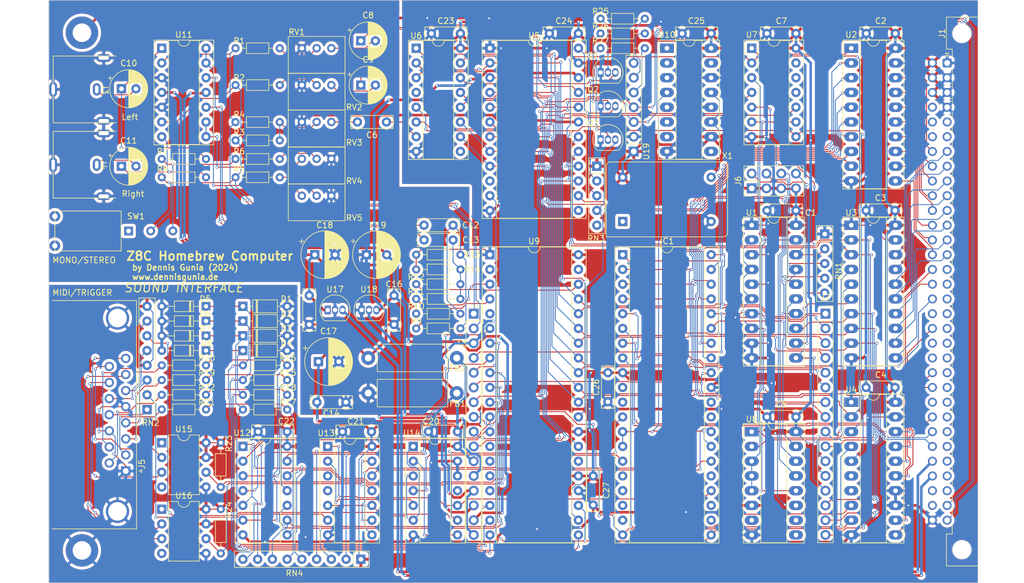
<source format=kicad_pcb>
(kicad_pcb (version 20221018) (generator pcbnew)
  (layers (0 "F.Cu" signal) (31 "B.Cu" signal) (34 "B.Paste" user) (35 "F.Paste" user) (36 "B.SilkS" user "B.Silkscreen") (37 "F.SilkS" user "F.Silkscreen") (38 "B.Mask" user) (39 "F.Mask" user) (44 "Edge.Cuts" user))
  (net 0 "")
  (net 1 "/#D1")
  (net 2 "/#D3")
  (net 3 "/#D5")
  (net 4 "/#D7")
  (net 5 "/~{INT}")
  (net 6 "IEI")
  (net 7 "IEO")
  (net 8 "/~{#M1}")
  (net 9 "+5V")
  (net 12 "Net-(IC1-~{RXCA})")
  (net 17 "/#CLK_CPU")
  (net 18 "/~{#RESET}")
  (net 25 "GND")
  (net 26 "/~{#RD}")
  (net 27 "/#A1")
  (net 28 "/#A0")
  (net 29 "~{CS_SIO}")
  (net 30 "/~{#IOREQ}")
  (net 31 "/#D6")
  (net 32 "/#D4")
  (net 33 "/#D2")
  (net 34 "/#D0")
  (net 35 "/MEMAQ")
  (net 36 "/~{INT3}")
  (net 37 "/A0")
  (net 38 "/A1")
  (net 39 "/A2")
  (net 40 "/A3")
  (net 41 "/A4")
  (net 42 "/A5")
  (net 43 "/A6")
  (net 44 "/A7")
  (net 45 "/A8")
  (net 46 "/A9")
  (net 47 "/A10")
  (net 48 "/A11")
  (net 49 "/A12")
  (net 50 "/A13")
  (net 51 "/A14")
  (net 52 "/A15")
  (net 53 "/~{BUSREQ}")
  (net 54 "/~{BUSACK}")
  (net 55 "/A16")
  (net 56 "/A17")
  (net 57 "/A18")
  (net 58 "/A19")
  (net 59 "/A20")
  (net 60 "/A21")
  (net 61 "/A22{slash}SCL")
  (net 62 "/A23{slash}SDA")
  (net 63 "/~{INT0}")
  (net 64 "/~{INT1}")
  (net 65 "/~{INT2}")
  (net 66 "/D0")
  (net 67 "/D1")
  (net 68 "/D2")
  (net 69 "/D3")
  (net 70 "/D4")
  (net 71 "/D5")
  (net 72 "/D6")
  (net 73 "/D7")
  (net 74 "/~{RESET}")
  (net 75 "/CLK_CPU")
  (net 76 "/~{NMI}")
  (net 77 "/~{M1}")
  (net 78 "/~{WAIT}")
  (net 79 "/~{HALT}")
  (net 80 "/~{RD}")
  (net 81 "/~{WR}")
  (net 82 "/~{MREQ}")
  (net 83 "/~{IOREQ}")
  (net 84 "+12V")
  (net 85 "-12V")
  (net 86 "Net-(R2-Pad1)")
  (net 87 "/#A3")
  (net 88 "/#A4")
  (net 89 "/#A5")
  (net 90 "/#A6")
  (net 91 "/#A7")
  (net 92 "DEC_BUF_DIR")
  (net 93 "/#A2")
  (net 94 "/~{#WR}")
  (net 95 "Net-(U6-AUDIO_OUT)")
  (net 96 "GNDA")
  (net 97 "Net-(C6-Pad2)")
  (net 98 "Net-(U9A-A_CHA)")
  (net 99 "Net-(U9A-A_CHB)")
  (net 100 "Net-(U9A-A_CHC)")
  (net 101 "Net-(U9A-BC1)")
  (net 102 "~{CS_PSG}")
  (net 103 "Net-(U9A-BDIR)")
  (net 104 "~{CS_SN}")
  (net 105 "~{CS_YM}")
  (net 106 "OUT_YM_L")
  (net 107 "Net-(C8-Pad2)")
  (net 108 "OUT_YM_R")
  (net 109 "/CLK_SN")
  (net 110 "Net-(U14-Pad1)")
  (net 111 "Net-(C9-Pad2)")
  (net 112 "Net-(C10-Pad1)")
  (net 113 "Net-(U1-P=R)")
  (net 116 "Net-(J3-In)")
  (net 117 "Net-(C11-Pad1)")
  (net 118 "Net-(J4-In)")
  (net 119 "Net-(U11C-+)")
  (net 127 "Net-(U10-CPC)")
  (net 130 "Net-(C12-Pad2)")
  (net 131 "Net-(U11D-+)")
  (net 132 "Net-(C13-Pad2)")
  (net 133 "+5VA")
  (net 134 "+9VA")
  (net 135 "-9VA")
  (net 136 "Net-(D1-K)")
  (net 137 "Net-(D2-K)")
  (net 138 "Net-(D3-K)")
  (net 139 "Net-(D4-K)")
  (net 140 "/MIDIA_RX")
  (net 141 "/MIDIA_TX")
  (net 144 "/TRIG_OUT_C")
  (net 145 "/TRIG_OUT_A")
  (net 146 "/MIDIB_OUT_VCC")
  (net 147 "/MIDIA_OUT_DATA")
  (net 148 "/MIDIB_IN_DATA")
  (net 149 "/MIDIA_IN_DATA")
  (net 150 "/TRIG_OUT_D")
  (net 151 "/TRIG_OUT_B")
  (net 152 "/MIDIB_OUT_DATA")
  (net 153 "/MIDIA_OUT_VCC")
  (net 154 "/MIDIB_IN_VCC")
  (net 155 "/MIDIA_IN_VCC")
  (net 156 "Net-(R1-Pad1)")
  (net 157 "Net-(R3-Pad1)")
  (net 158 "Net-(R5-Pad1)")
  (net 159 "Net-(R6-Pad1)")
  (net 160 "Net-(R15-Pad1)")
  (net 161 "Net-(R16-Pad1)")
  (net 162 "Net-(R17-Pad1)")
  (net 163 "Net-(R18-Pad1)")
  (net 164 "Net-(U15-VO)")
  (net 165 "Net-(U16-VO)")
  (net 172 "Net-(RN4-R1)")
  (net 173 "Net-(RN4-R2)")
  (net 174 "Net-(RN4-R3)")
  (net 175 "Net-(RN4-R4)")
  (net 176 "Net-(RN4-R5)")
  (net 177 "Net-(RN4-R6)")
  (net 178 "Net-(RN4-R7)")
  (net 179 "Net-(RN4-R8)")
  (net 180 "/MIDI_OUT{slash}~{THRU}")
  (net 181 "Net-(U13-Pad2)")
  (net 182 "Net-(U13-Pad5)")
  (net 183 "/MIDIB_TX")
  (net 184 "/MIDIB_RX")
  (net 185 "Net-(U14-Pad2)")
  (net 191 "/CLK_YM")
  (net 197 "/CLK_PSG")
  (net 200 "Net-(U11C--)")
  (net 201 "Net-(U11D--)")
  (net 203 "Net-(J6-Pin_2)")
  (net 204 "Net-(J6-Pin_4)")
  (net 205 "Net-(J6-Pin_6)")
  (net 206 "Net-(J6-Pin_8)")
  (net 207 "Net-(Q1-B)")
  (net 208 "Net-(RN2A-R1.2)")
  (net 209 "Net-(RN2C-R3.2)")
  (net 210 "/#~{CLK_SN}")
  (net 211 "Net-(Q2-B)")
  (net 212 "/#~{CLK_YM}")
  (net 213 "Net-(Q3-B)")
  (net 214 "/#~{CLK_PSG}")
  (net 216 "/AUDIO_MIX_L")
  (net 217 "/AUDIO_MIX_R")
  (footprint "Capacitor_THT:C_Rect_L7.0mm_W2.0mm_P5.00mm" (layer "F.Cu") (at 131.525 83.82)
    (fp_text reference "C12")
    (fp_text value "2n2")
  )
  (footprint "Capacitor_THT:C_Rect_L7.0mm_W2.0mm_P5.00mm" (layer "F.Cu") (at 195.58 50.8 180)
    (fp_text reference "C7")
    (fp_text value "100nF")
  )
  (footprint "Package_DIP:DIP-24_W15.24mm_Socket" (layer "F.Cu") (at 142.875 53.34)
    (fp_text reference "U5")
    (fp_text value "YM2612")
  )
  (footprint "Capacitor_THT:C_Rect_L7.0mm_W2.0mm_P5.00mm" (layer "F.Cu") (at 122.475 119.38 180)
    (fp_text reference "C21")
    (fp_text value "100nF")
  )
  (footprint "Resistor_THT:R_Array_SIP9" (layer "F.Cu") (at 120.65 141.351 180)
    (fp_text reference "RN4")
    (fp_text value "R_Network04")
  )
  (footprint "Diode_THT:D_DO-35_SOD27_P7.62mm_Horizontal" (layer "F.Cu") (at 100.33 105.41)
    (fp_text reference "D4")
    (fp_text value "1N4148")
  )
  (footprint "Capacitor_THT:CP_Radial_D6.3mm_P2.50mm" (layer "F.Cu") (at 120.65 52.07)
    (fp_text reference "C8")
    (fp_text value "1u")
  )
  (footprint "Resistor_THT:R_Axial_DIN0204_L3.6mm_D1.6mm_P7.62mm_Horizontal" (layer "F.Cu") (at 93.98 115.545 180)
    (fp_text reference "R21")
    (fp_text value "100R")
  )
  (footprint "Resistor_THT:R_Axial_DIN0414_L11.9mm_D4.5mm_P15.24mm_Horizontal" (layer "F.Cu") (at 137.16 106.68 180)
    (fp_text reference "FB2")
    (fp_text value "FerriteBead")
  )
  (footprint "Resistor_THT:R_Axial_DIN0204_L3.6mm_D1.6mm_P7.62mm_Horizontal" (layer "F.Cu") (at 107.95 113.03 180)
    (fp_text reference "R18")
    (fp_text value "1k")
  )
  (footprint "Potentiometer_THT:Potentiometer_Bourns_3299W_Vertical" (layer "F.Cu") (at 115.57 66.04)
    (fp_text reference "RV3")
    (fp_text value "10K")
  )
  (footprint "Package_DIP:DIP-14_W7.62mm_Socket" (layer "F.Cu") (at 114.935 121.92)
    (fp_text reference "U13")
    (fp_text value "74LS04")
  )
  (footprint "Capacitor_THT:CP_Radial_D8.0mm_P3.50mm" (layer "F.Cu") (at 112.705 88.9)
    (fp_text reference "C18")
    (fp_text value "220uF")
  )
  (footprint "Resistor_THT:R_Axial_DIN0204_L3.6mm_D1.6mm_P7.62mm_Horizontal" (layer "F.Cu") (at 106.68 75.565 180)
    (fp_text reference "R5")
    (fp_text value "1k")
  )
  (footprint "Resistor_THT:R_Array_SIP8" (layer "F.Cu") (at 83.82 115.57 90)
    (fp_text reference "RN2")
    (fp_text value "3-103J")
  )
  (footprint "Resistor_THT:R_Axial_DIN0204_L3.6mm_D1.6mm_P7.62mm_Horizontal" (layer "F.Cu") (at 93.98 113.03 180)
    (fp_text reference "R22")
    (fp_text value "100R")
  )
  (footprint "Connector_Dsub:DSUB-15_Female_Horizontal_P2.77x2.84mm_EdgePinOffset9.90mm_Housed_MountingHolesOffset11.32mm" (layer "F.Cu") (at 80.1576 126.1526 -90)
    (fp_text reference "J5")
    (fp_text value "DB15")
  )
  (footprint "Resistor_THT:R_Axial_DIN0204_L3.6mm_D1.6mm_P7.62mm_Horizontal" (layer "F.Cu") (at 130.175 99.06)
    (fp_text reference "R10")
    (fp_text value "2k2")
  )
  (footprint "Capacitor_THT:C_Rect_L7.0mm_W2.0mm_P5.00mm" (layer "F.Cu") (at 163.195 109.22 -90)
    (fp_text reference "C26")
    (fp_text value "100nF")
  )
  (footprint "Capacitor_THT:C_Rect_L7.0mm_W2.0mm_P5.00mm" (layer "F.Cu") (at 212.685 50.8 180)
    (fp_text reference "C2")
    (fp_text value "100nF")
  )
  (footprint "Capacitor_THT:C_Rect_L7.0mm_W2.0mm_P5.00mm" (layer "F.Cu") (at 180.975 50.8 180)
    (fp_text reference "C25")
    (fp_text value "100nF")
  )
  (footprint "Capacitor_THT:C_Rect_L7.0mm_W2.0mm_P5.00mm" (layer "F.Cu") (at 212.645 111.76 180)
    (fp_text reference "C4")
    (fp_text value "100nF")
  )
  (footprint "Resistor_THT:R_Array_SIP5" (layer "F.Cu") (at 200.533 85.344 -90)
    (fp_text reference "RN1")
    (fp_text value "R_Network04")
  )
  (footprint "Connector_PinSocket_2.54mm:PinSocket_1x07_P2.54mm_Vertical" (layer "F.Cu") (at 167.64 71.12 180)
    (fp_text reference "U19")
    (fp_text value "~")
  )
  (footprint "Diode_THT:D_DO-34_SOD68_P7.62mm_Horizontal" (layer "F.Cu") (at 93.98 105.41 180)
    (fp_text reference "D8")
    (fp_text value "5.1V")
  )
  (footprint "Resistor_THT:R_Axial_DIN0204_L3.6mm_D1.6mm_P7.62mm_Horizontal" (layer "F.Cu") (at 107.95 110.49 180)
    (fp_text reference "R15")
    (fp_text value "1k")
  )
  (footprint "Resistor_THT:R_Axial_DIN0204_L3.6mm_D1.6mm_P7.62mm_Horizontal" (layer "F.Cu") (at 86.36 72.415)
    (fp_text reference "R7")
    (fp_text value "1k")
  )
  (footprint "Resistor_THT:R_Axial_DIN0204_L3.6mm_D1.6mm_P7.62mm_Horizontal" (layer "F.Cu") (at 137.795 91.44 180)
    (fp_text reference "R14")
    (fp_text value "2k2")
  )
  (footprint "Package_DIP:DIP-14_W7.62mm_Socket" (layer "F.Cu") (at 187.96 53.34)
    (fp_text reference "U7")
    (fp_text value "74LS02")
  )
  (footprint "Potentiometer_THT:Potentiometer_Bourns_3299W_Vertical" (layer "F.Cu") (at 115.57 72.39)
    (fp_text reference "RV4")
    (fp_text value "10K")
  )
  (footprint "Resistor_THT:R_Axial_DIN0204_L3.6mm_D1.6mm_P7.62mm_Horizontal" (layer "F.Cu") (at 106.68 66.065 180)
    (fp_text reference "R4")
    (fp_text value "1k")
  )
  (footprint "Package_DIP:DIP-8_W7.62mm" (layer "F.Cu") (at 86.36 132.725)
    (fp_text reference "U16")
    (fp_text value "6N137")
  )
  (footprint "Capacitor_THT:C_Rect_L7.0mm_W2.0mm_P5.00mm" (layer "F.Cu") (at 131.525 86.36)
    (fp_text reference "C13")
    (fp_text value "2n2")
  )
  (footprint "Connector_PinSocket_2.54mm:PinSocket_1x16_P2.54mm_Vertical" (layer "F.Cu") (at 200.66 99.06)
    (fp_text reference "J7")
    (fp_text value "Conn_01x16")
  )
  (footprint "Resistor_THT:R_Axial_DIN0204_L3.6mm_D1.6mm_P7.62mm_Horizontal" (layer "F.Cu") (at 169.545 48.26 180)
    (fp_text reference "R25")
    (fp_text value "1k")
  )
  (footprint "Potentiometer_THT:Potentiometer_Bourns_3299W_Vertical" (layer "F.Cu") (at 115.57 59.69)
    (fp_text reference "RV2")
    (fp_text value "10K")
  )
  (footprint "Resistor_THT:R_Axial_DIN0204_L3.6mm_D1.6mm_P7.62mm_Horizontal" (layer "F.Cu") (at 130.175 101.6)
    (fp_text reference "R9")
    (fp_text value "1k")
  )
  (footprint "Capacitor_THT:C_Rect_L7.0mm_W2.0mm_P5.00mm" (layer "F.Cu") (at 160.655 127 -90)
    (fp_text reference "C27")
    (fp_text value "100nF")
  )
  (footprint "Resistor_THT:R_Axial_DIN0204_L3.6mm_D1.6mm_P7.62mm_Horizontal" (layer "F.Cu") (at 106.68 69.215 180)
    (fp_text reference "R3")
    (fp_text value "1k")
  )
  (footprint "Resistor_THT:R_Axial_DIN0204_L3.6mm_D1.6mm_P7.62mm_Horizontal" (layer "F.Cu") (at 106.68 72.415 180)
    (fp_text reference "R6")
    (fp_text value "1k")
  )
  (footprint "Package_DIP:DIP-8_W7.62mm" (layer "F.Cu") (at 86.36 121.28)
    (fp_text reference "U15")
    (fp_text value "6N137")
  )
  (footprint "Resistor_THT:R_Axial_DIN0204_L3.6mm_D1.6mm_P7.62mm_Horizontal" (layer "F.Cu") (at 137.795 88.9 180)
    (fp_text reference "R13")
    (fp_text value "2k2")
  )
  (footprint "Dennis:RCA_Reichelt" (layer "F.Cu") (at 67.6586 60.4304 -90)
    (fp_text reference "J3")
    (fp_text value "OutL")
  )
  (footprint "Diode_THT:D_DO-34_SOD68_P7.62mm_Horizontal" (layer "F.Cu") (at 93.98 100.33 180)
    (fp_text reference "D6")
    (fp_text value "5.1V")
  )
  (footprint "Resistor_THT:R_Axial_DIN0204_L3.6mm_D1.6mm_P7.62mm_Horizontal" (layer "F.Cu") (at 107.95 107.95 180)
    (fp_text reference "R16")
    (fp_text value "1k")
  )
  (footprint "Potentiometer_THT:Potentiometer_Bourns_3299W_Vertical" (layer "F.Cu") (at 115.57 53.34)
    (fp_text reference "RV1")
    (fp_text value "10K")
  )
  (footprint "Potentiometer_THT:Potentiometer_Bourns_3299W_Vertical" (layer "F.Cu") (at 115.57 78.74)
    (fp_text reference "RV5")
    (fp_text value "10K")
  )
  (footprint "Resistor_THT:R_Axial_DIN0204_L3.6mm_D1.6mm_P7.62mm_Horizontal" (layer "F.Cu") (at 96.52 121.285 -90)
    (fp_text reference "R23")
    (fp_text value "10k")
  )
  (footprint "Capacitor_THT:C_Rect_L7.0mm_W2.0mm_P5.00mm" (layer "F.Cu") (at 126.365 100.925 90)
    (fp_text reference "C16")
    (fp_text value "100nF")
  )
  (footprint "Capacitor_THT:C_Rect_L7.0mm_W2.0mm_P5.00mm" (layer "F.Cu") (at 113.07 114.3)
    (fp_text reference "C14")
    (fp_text value "100nF")
  )
  (footprint "Resistor_THT:R_Axial_DIN0204_L3.6mm_D1.6mm_P7.62mm_Horizontal" (layer "F.Cu") (at 130.175 93.98)
    (fp_text reference "R12")
    (fp_text value "1k")
  )
  (footprint "Package_DIP:DIP-16_W7.62mm_Socket_LongPads" (layer "F.Cu") (at 187.96 119.38)
    (fp_text reference "U8")
    (fp_text value "74HC138")
  )
  (footprint "Capacitor_THT:C_Rect_L7.0mm_W2.0mm_P5.00mm" (layer "F.Cu") (at 195.58 116.84 180)
    (fp_text reference "C5")
    (fp_text value "100nF")
  )
  (footprint "Diode_THT:D_DO-35_SOD27_P7.62mm_Horizontal" (layer "F.Cu") (at 100.33 102.87)
    (fp_text reference "D3")
    (fp_text value "1N4148")
  )
  (footprint "Resistor_THT:R_Axial_DIN0204_L3.6mm_D1.6mm_P7.62mm_Horizontal" (layer "F.Cu") (at 106.68 53.34 180)
    (fp_text reference "R1")
    (fp_text value "1k")
  )
  (footprint "Diode_THT:D_DO-34_SOD68_P7.62mm_Horizontal" (layer "F.Cu") (at 93.98 102.87 180)
    (fp_text reference "D7")
    (fp_text value "5.1V")
  )
  (footprint "Resistor_THT:R_Axial_DIN0204_L3.6mm_D1.6mm_P7.62mm_Horizontal" (layer "F.Cu") (at 107.95 115.57 180)
    (fp_text reference "R17")
    (fp_text value "1k")
  )
  (footprint "Package_DIP:DIP-40_W15.24mm_Socket" (layer "F.Cu") (at 142.875 88.9)
    (fp_text reference "U9")
    (fp_text value "AY-3-8910")
  )
  (footprint "Capacitor_THT:CP_Radial_D8.0mm_P3.50mm" (layer "F.Cu") (at 121.595 88.9)
    (fp_text reference "C19")
    (fp_text value "220uF")
  )
  (footprint "Diode_THT:D_DO-34_SOD68_P7.62mm_Horizontal" (layer "F.Cu") (at 93.98 97.79 180)
    (fp_text reference "D5")
    (fp_text value "5.1V")
  )
  (footprint "Package_TO_SOT_THT:TO-92_Inline" (layer "F.Cu") (at 161.925 57.51)
    (fp_text reference "Q1")
    (fp_text value "2N3904")
  )
  (footprint "Package_TO_SOT_THT:TO-92_Inline" (layer "F.Cu") (at 161.925 69.09)
    (fp_text reference "Q3")
    (fp_text value "2N3904")
  )
  (footprint "Resistor_THT:R_Axial_DIN0204_L3.6mm_D1.6mm_P7.62mm_Horizontal" (layer "F.Cu") (at 169.545 53.34 180)
    (fp_text reference "R27")
    (fp_text value "1k")
  )
  (footprint "Dennis:RCA_Reichelt" (layer "F.Cu") (at 67.6586 73.406 -90)
    (fp_text reference "J4")
    (fp_text value "OutR")
  )
  (footprint "Oscillator:Oscillator_DIP-14" (layer "F.Cu") (at 165.735 83.185)
    (fp_text reference "X1")
    (fp_text value "1MHz")
  )
  (footprint "Diode_THT:D_DO-35_SOD27_P7.62mm_Horizontal" (layer "F.Cu") (at 100.33 100.33)
    (fp_text reference "D2")
    (fp_text value "1N4148")
  )
  (footprint "Resistor_THT:R_Axial_DIN0414_L11.9mm_D4.5mm_P15.24mm_Horizontal" (layer "F.Cu") (at 137.16 112.73 180)
    (fp_text reference "FB1")
    (fp_text value "FerriteBead")
  )
  (footprint "Package_DIP:DIP-20_W7.62mm_Socket_LongPads" (layer "F.Cu") (at 187.96 83.82)
    (fp_text reference "U1")
    (fp_text value "74LS688")
  )
  (footprint "Resistor_THT:R_Axial_DIN0204_L3.6mm_D1.6mm_P7.62mm_Horizontal" (layer "F.Cu") (at 130.175 96.52)
    (fp_text reference "R11")
    (fp_text value "2k2")
  )
  (footprint "Package_DIP:DIP-14_W7.62mm_Socket" (layer "F.Cu") (at 86.36 53.34)
    (fp_text reference "U11")
    (fp_text value "TL074")
  )
  (footprint "Package_DIP:DIP-14_W7.62mm_Socket" (layer "F.Cu") (at 129.667 121.92)
    (fp_text reference "U14")
    (fp_text value "74LS00")
  )
  (footprint "Capacitor_THT:CP_Radial_D6.3mm_P2.50mm" (layer "F.Cu") (at 79.415 60.325)
    (fp_text reference "C10")
    (fp_text value "10uF")
  )
  (footprint "Dennis:Z8C Card" (layer "F.Cu") (at 223.105 95.25)
    (fp_text reference "J1")
    (fp_text value "Z8C_Card")
    (fp_line (start -156.21 -50.165) (end -156.21 50.165) (stroke (width 0.1)) (layer "Edge.Cuts"))
    (fp_line (start -156.21 50.165) (end 3.81 50.165) (stroke (width 0.1)) (layer "Edge.Cuts"))
    (fp_line (start 3.81 -50.165) (end -156.21 -50.165) (stroke (width 0.1)) (layer "Edge.Cuts"))
    (fp_line (start 3.81 50.165) (end 3.81 -50.165) (stroke (width 0.1)) (layer "Edge.Cuts"))
  )
  (footprint "Resistor_THT:R_Axial_DIN0204_L3.6mm_D1.6mm_P7.62mm_Horizontal" (layer "F.Cu") (at 169.545 50.8 180)
    (fp_text reference "R26")
    (fp_text value "1k")
  )
  (footprint "Diode_THT:D_DO-35_SOD27_P7.62mm_Horizontal" (layer "F.Cu") (at 100.33 97.79)
    (fp_text reference "D1")
    (fp_text value "1N4148")
  )
  (footprint "Capacitor_THT:C_Rect_L7.0mm_W2.0mm_P5.00mm" (layer "F.Cu") (at 212.645 81.28 180)
    (fp_text reference "C3")
    (fp_text value "100nF")
  )
  (footprint "Connector_PinHeader_2.54mm:PinHeader_2x04_P2.54mm_Vertical" (layer "F.Cu") (at 187.96 77.47 90)
    (fp_text reference "J6")
    (fp_text value "Conn_02x04_Odd_Even")
  )
  (footprint "Resistor_THT:R_Axial_DIN0204_L3.6mm_D1.6mm_P7.62mm_Horizontal" (layer "F.Cu") (at 86.36 75.565)
    (fp_text reference "R8")
    (fp_text value "1k")
  )
  (footprint "Capacitor_THT:C_Rect_L7.0mm_W2.0mm_P5.00mm" (layer "F.Cu") (at 137.795 50.8 180)
    (fp_text reference "C23")
    (fp_text value "100nF")
  )
  (footprint "Resistor_THT:R_Axial_DIN0204_L3.6mm_D1.6mm_P7.62mm_Horizontal" (layer "F.Cu") (at 96.52 132.715 -90)
    (fp_text reference "R24")
    (fp_text value "10k")
  )
  (footprint "Package_TO_SOT_THT:TO-92_Inline" (layer "F.Cu") (at 120.777 98.425)
    (fp_text reference "U18")
    (fp_text value "L79L09_TO92")
  )
  (footprint "Package_DIP:DIP-16_W7.62mm_Socket" (layer "F.Cu") (at 130.175 53.34)
    (fp_text reference "U6")
    (fp_text value "SN76489AN")
  )
  (footprint "Capacitor_THT:C_Rect_L7.0mm_W2.0mm_P5.00mm" (layer "F.Cu") (at 111.76 95.925 -90)
    (fp_text reference "C15" hide)
    (fp_text value "100nF")
  )
  (footprint "Capacitor_THT:C_Rect_L7.0mm_W2.0mm_P5.00mm" (layer "F.Cu") (at 107.95 119.38 180)
    (fp_text reference "C22")
    (fp_text value "100nF")
  )
  (footprint "Capacitor_THT:C_Rect_L7.0mm_W2.0mm_P5.00mm" (layer "F.Cu") (at 195.58 81.28 180)
    (fp_text reference "C1")
    (fp_text value "100nF")
  )
  (footprint "Capacitor_THT:CP_Radial_D6.3mm_P2.50mm" (layer "F.Cu") (at 79.415 73.66)
    (fp_text reference "C11")
    (fp_text value "10uF")
  )
  (footprint "Resistor_THT:R_Axial_DIN0204_L3.6mm_D1.6mm_P7.62mm_Horizontal" (layer "F.Cu") (at 93.98 107.95 180)
    (fp_text reference "R20")
    (fp_text value "100R")
  )
  (footprint "Package_TO_SOT_THT:TO-92_Inline" (layer "F.Cu") (at 114.935 98.425)
    (fp_text reference "U17")
    (fp_text value "L78L09_TO92")
  )
  (footprint "Package_TO_SOT_THT:TO-92_Inline" (layer "F.Cu") (at 161.925 63.3)
    (fp_text reference "Q2")
    (fp_text value "2N3904")
  )
  (footprint "Package_DIP:DIP-16_W7.62mm_Socket_LongPads" (layer "F.Cu") (at 173.355 53.34)
    (fp_text reference "U10")
    (fp_text value "74HC590")
  )
  (footprint "Dennis:DPDT_Vertical" (layer "F.Cu") (at 80.645 84.815)
    (fp_text reference "SW1")
    (fp_text value "MONO_SW")
  )
  (footprint "Resistor_THT:R_Axial_DIN0204_L3.6mm_D1.6mm_P7.62mm_Horizontal" (layer "F.Cu") (at 93.98 110.49 180)
    (fp_text reference "R19")
    (fp_text value "100R")
  )
  (footprint "Resistor_THT:R_Axial_DIN0204_L3.6mm_D1.6mm_P7.62mm_Horizontal" (layer "F.Cu") (at 106.68 59.69 180)
    (fp_text reference "R2")
    (fp_text value "1k")
  )
  (footprint "Capacitor_THT:C_Rect_L7.0mm_W2.0mm_P5.00mm" (layer "F.Cu") (at 158.115 50.8 180)
    (fp_text reference "C24")
    (fp_text value "100nF")
  )
  (footprint "Package_DIP:DIP-20_W7.62mm_Socket_LongPads" (layer "F.Cu") (at 205.105 53.34)
    (fp_text reference "U2")
    (fp_text value "74HC245")
  )
  (footprint "Connector_PinSocket_2.54mm:PinSocket_1x16_P2.54mm_Vertical" (layer "F.Cu") (at 140.081 99.06)
    (fp_text reference "J2")
    (fp_text value "Conn_01x16")
  )
  (footprint "Capacitor_THT:C_Rect_L7.0mm_W2.0mm_P5.00mm" (layer "F.Cu") (at 137.287 119.38 180)
    (fp_text reference "C20")
    (fp_text value "100nF")
  )
  (footprint "Capacitor_THT:C_Rect_L7.0mm_W2.0mm_P5.00mm" (layer "F.Cu") (at 125.055 66.04 180)
    (fp_text reference "C6")
    (fp_text value "2n2")
  )
  (footprint "Package_DIP:DIP-20_W7.62mm_Socket_LongPads" (layer "F.Cu") (at 205.105 83.82)
    (fp_text reference "U3")
    (fp_text value "74HC245")
  )
  (footprint "Capacitor_THT:CP_Radial_D6.3mm_P2.50mm" (layer "F.Cu") (at 120.65 59.69)
    (fp_text reference "C9")
    (fp_text value "1u")
  )
  (footprint "Package_DIP:DIP-20_W7.62mm_Socket_LongPads" (layer "F.Cu") (at 205.105 114.3)
    (fp_text reference "U4")
    (fp_text value "74HC245")
  )
  (footprint "Package_DIP:DIP-40_W15.24mm_Socket" (layer "F.Cu") (at 165.735 88.9)
    (fp_text reference "IC1")
    (fp_text value "SIO0-DIP-40")
  )
  (footprint "Package_DIP:DIP-14_W7.62mm_Socket" (layer "F.Cu") (at 100.33 121.915)
    (fp_text reference "U12")
    (fp_text value "74LS125")
  )
  (footprint "Resistor_THT:R_Array_SIP5" (layer "F.Cu") (at 161.29 73.66 -90)
    (fp_text reference "RN3")
    (fp_text value "R_Network04")
  )
  (footprint "Capacitor_THT:CP_Radial_D8.0mm_P3.50mm" (layer "F.Cu") (at 113.34 107.315)
    (fp_text reference "C17")
    (fp_text value "220uF")
  )
  (gr_text "MONO/STEREO" (at 67.437 90.424) (layer "F.SilkS") (effects (font (size 1 1)) (justify left bottom)))
  (gr_text "Left" (at 79.375 65.786) (layer "F.SilkS") (effects (font (size 1 1)) (justify left bottom)))
  (gr_text "by Dennis Gunia (2024)\nwww.dennisgunia.de" (at 81.153 91.9226) (layer "F.SilkS") (effects (font (size 1 1) (thickness 0.2)) (justify left)))
  (gr_text "SOUND INTERFACE" (at 90.17 94.615) (layer "F.SilkS") (effects (font (size 1.5 1.5) (thickness 0.2) italic)))
  (gr_text "Z8C Homebrew Computer" (at 94.615 89.1286) (layer "F.SilkS") (effects (font (size 1.5 1.5) (thickness 0.3))))
  (gr_text "MIDI/TRIGGER" (at 67.437 96.012) (layer "F.SilkS") (effects (font (size 1 1)) (justify left bottom)))
  (gr_text "Right" (at 79.375 78.994) (layer "F.SilkS") (effects (font (size 1 1)) (justify left bottom)))
  (segment (start 154.559 58.42) (end 142.875 58.42) (width 0.1524) (layer "F.Cu") (net 1))
  (segment (start 205.105 58.42) (end 203.835 58.42) (width 0.1524) (layer "F.Cu") (net 1))
  (segment (start 182.793074 89.958083) (end 166.793083 89.958083) (width 0.1524) (layer "F.Cu") (net 1))
  (segment (start 192.659 99.8434) (end 193.976548 99.8434) (width 0.1524) (layer "F.Cu") (net 1))
  (segment (start 189.272748 97.8534) (end 189.918174 98.498826) (width 0.1524) (layer "F.Cu") (net 1))
  (segment (start 189.918174 98.498826) (end 191.262748 99.8434) (width 0.1524) (layer "F.Cu") (net 1))
  (segment (start 191.262748 99.8434) (end 192.659 99.8434) (width 0.1524) (layer "F.Cu") (net 1))
  (segment (start 194.450074 100.316926) (end 194.526548 100.3934) (width 0.1524) (layer "F.Cu") (net 1))
  (segment (start 166.793083 89.958083) (end 165.735 88.9) (width 0.1524) (layer "F.Cu") (net 1))
  (segment (start 140.781819 57.0866) (end 140.955619 56.9128) (width 0.1524) (layer "F.Cu") (net 1))
  (segment (start 201.11529 70.79171) (end 201.1044 70.8026) (width 0.1524) (layer "F.Cu") (net 1))
  (segment (start 183.515 97.8534) (end 188.849 97.8534) (width 0.1524) (layer "F.Cu") (net 1))
  (segment (start 158.115 99.06) (end 159.1436 98.0314) (width 0.1524) (layer "F.Cu") (net 1))
  (segment (start 186.580088 70.8026) (end 183.428344 73.954344) (width 0.1524) (layer "F.Cu") (net 1))
  (segment (start 201.11529 70.605912) (end 201.11529 70.79171) (width 0.1524) (layer "F.Cu") (net 1))
  (segment (start 182.7236 98.044) (end 183.3244 98.044) (width 0.1524) (layer "F.Cu") (net 1))
  (segment (start 159.1436 98.0314) (end 182.711 98.0314) (width 0.1524) (layer "F.Cu") (net 1))
  (segment (start 182.711 98.0314) (end 182.7236 98.044) (width 0.1524) (layer "F.Cu") (net 1))
  (segment (start 183.3244 98.044) (end 183.515 97.8534) (width 0.1524) (layer "F.Cu") (net 1))
  (segment (start 201.1044 70.8026) (end 199.898 70.8026) (width 0.1524) (layer "F.Cu") (net 1))
  (segment (start 199.898 70.8026) (end 186.580088 70.8026) (width 0.1524) (layer "F.Cu") (net 1))
  (segment (start 183.17024 74.212448) (end 182.924448 74.212448) (width 0.1524) (layer "F.Cu") (net 1))
  (segment (start 193.976548 99.8434) (end 194.450074 100.316926) (width 0.1524) (layer "F.Cu") (net 1))
  (segment (start 183.428344 73.954344) (end 183.17024 74.212448) (width 0.1524) (layer "F.Cu") (net 1))
  (segment (start 131.3816 57.0866) (end 131.699 57.0866) (width 0.1524) (layer "F.Cu") (net 1))
  (segment (start 198.501 99.3648) (end 198.8352 99.3648) (width 0.1524) (layer "F.Cu") (net 1))
  (segment (start 131.699 57.0866) (end 140.781819 57.0866) (width 0.1524) (layer "F.Cu") (net 1))
  (segment (start 188.849 97.8534) (end 189.272748 97.8534) (width 0.1524) (layer "F.Cu") (net 1))
  (segment (start 196.71086 100.214852) (end 197.560912 99.3648) (width 0.1524) (layer "F.Cu") (net 1))
  (segment (start 203.835 58.42) (end 203.581 58.674) (width 0.1524) (layer "F.Cu") (net 1))
  (segment (start 197.560912 99.3648) (end 198.501 99.3648) (width 0.1524) (layer "F.Cu") (net 1))
  (segment (start 198.8352 99.3648) (end 199.009 99.5386) (width 0.1524) (layer "F.Cu") (net 1))
  (segment (start 194.526548 100.3934) (end 196.532312 100.3934) (width 0.1524) (layer "F.Cu") (net 1))
  (segment (start 196.532312 100.3934) (end 196.71086 100.214852) (width 0.1524) (layer "F.Cu") (net 1))
  (segment (start 130.175 55.88) (end 131.3816 57.0866) (width 0.1524) (layer "F.Cu") (net 1))
  (via (at 203.581 58.674) (size 0.5) (drill 0.3) (layers "F.Cu" "B.Cu") (net 1))
  (via (at 199.009 99.5386) (size 0.5) (drill 0.3) (layers "F.Cu" "B.Cu") (net 1))
  (via (at 182.7236 98.044) (size 0.5) (drill 0.3) (layers "F.Cu" "B.Cu") (net 1))
  (via (at 140.955619 56.9128) (size 0.5) (drill 0.3) (layers "F.Cu" "B.Cu") (net 1))
  (via (at 154.559 58.42) (size 0.5) (drill 0.3) (layers "F.Cu" "B.Cu") (net 1))
  (via (at 182.924448 74.212448) (size 0.5) (drill 0.3) (layers "F.Cu" "B.Cu") (net 1))
  (via (at 182.793074 89.958083) (size 0.5) (drill 0.3) (layers "F.Cu" "B.Cu") (net 1))
  (via (at 201.11529 70.605912) (size 0.5) (drill 0.3) (layers "F.Cu" "B.Cu") (net 1))
  (segment (start 182.619274 75.819) (end 182.619274 82.042) (width 0.1524) (layer "B.Cu") (net 1))
  (segment (start 202.061 62.428452) (end 202.061 60.194) (width 0.1524) (layer "B.Cu") (net 1))
  (segment (start 182.619274 82.042) (end 182.619274 88.138) (width 0.1524) (layer "B.Cu") (net 1))
  (segment (start 182.619274 88.138) (end 182.619274 89.784283) (width 0.1524) (layer "B.Cu") (net 1))
  (segment (start 202.057 62.432452) (end 202.061 62.428452) (width 0.1524) (layer "B.Cu") (net 1))
  (segment (start 182.924448 74.212448) (end 182.924448 75.513826) (width 0.1524) (layer "B.Cu") (net 1))
  (segment (start 154.7622 58.6232) (end 154.7622 95.7072) (width 0.1524) (layer "B.Cu") (net 1))
  (segment (start 182.619274 89.784283) (end 182.793074 89.958083) (width 0.1524) (layer "B.Cu") (net 1))
  (segment (start 202.061 60.194) (end 203.581 58.674) (width 0.1524) (layer "B.Cu") (net 1))
  (segment (start 182.5498 91.059) (end 182.793074 90.815726) (width 0.1524) (layer "B.Cu") (net 1))
  (segment (start 182.793074 90.815726) (end 182.793074 89.958083) (width 0.1524) (layer "B.Cu") (net 1))
  (segment (start 182.924448 75.513826) (end 182.619274 75.819) (width 0.1524) (layer "B.Cu") (net 1))
  (segment (start 199.009 99.5386) (end 199.009 99.949) (width 0.1524) (layer "B.Cu") (net 1))
  (segment (start 201.11529 70.605912) (end 201.294402 70.605912) (width 0.1524) (layer "B.Cu") (net 1))
  (segment (start 140.955619 56.9128) (end 141.3678 56.9128) (width 0.1524) (layer "B.Cu") (net 1))
  (segment (start 154.559 58.42) (end 154.7622 58.6232) (width 0.1524) (layer "B.Cu") (net 1))
  (segment (start 182.5498 97.8702) (end 182.5498 91.059) (width 0.1524) (layer "B.Cu") (net 1))
  (segment (start 199.009 99.949) (end 200.66 101.6) (width 0.1524) (layer "B.Cu") (net 1))
  (segment (start 202.057 69.843314) (end 202.057 62.432452) (width 0.1524) (layer "B.Cu") (net 1))
  (segment (start 201.294402 70.605912) (end 202.057 69.843314) (width 0.1524) (layer "B.Cu") (net 1))
  (segment (start 154.7622 95.7072) (end 158.115 99.06) (width 0.1524) (layer "B.Cu") (net 1))
  (segment (start 141.3678 56.9128) (end 142.875 58.42) (width 0.1524) (layer "B.Cu") (net 1))
  (segment (start 182.7236 98.044) (end 182.5498 97.8702) (width 0.1524) (layer "B.Cu") (net 1))
  (segment (start 158.115 104.14) (end 159.1436 103.1114) (width 0.1524) (layer "F.Cu") (net 2))
  (segment (start 191.643 102.9334) (end 182.5332 102.9334) (width 0.1524) (layer "F.Cu") (net 2))
  (segment (start 137.795 55.88) (end 139.0016 54.6734) (width 0.1524) (layer "F.Cu") (net 2))
  (segment (start 205.105 63.5) (end 203.708 63.5) (width 0.1524) (layer "F.Cu") (net 2))
  (segment (start 169.164 103.124) (end 176.9658 103.124) (width 0.1524) (layer "F.Cu") (net 2))
  (segment (start 192.3788 105.4734) (end 199.5804 105.4734) (width 0.1524) (layer "F.Cu") (net 2))
  (segment (start 178.689 79.064209) (end 178.660604 79.092605) (width 0.1524) (layer "F.Cu") (net 2))
  (segment (start 191.643 102.9334) (end 191.8876 102.9334) (width 0.1524) (layer "F.Cu") (net 2))
  (segment (start 180.366896 77.877896) (end 179.875313 77.877896) (width 0.1524) (layer "F.Cu") (net 2))
  (segment (start 159.1436 103.1114) (end 169.1514 103.1114) (width 0.1524) (layer "F.Cu") (net 2))
  (segment (start 179.875313 77.877896) (end 179.659039 78.09417) (width 0.1524) (layer "F.Cu") (net 2))
  (segment (start 199.771 105.664) (end 199.771 105.791) (width 0.1524) (layer "F.Cu") (net 2))
  (segment (start 139.0016 54.6734) (end 147.6376 54.6734) (width 0.1524) (layer "F.Cu") (net 2))
  (segment (start 181.5172 102.9676) (end 181.483 102.9334) (width 0.1524) (layer "F.Cu") (net 2))
  (segment (start 186.654044 71.590748) (end 180.366896 77.877896) (width 0.1524) (layer "F.Cu") (net 2))
  (segment (start 142.875 63.5) (end 153.8518 63.5) (width 0.1524) (layer "F.Cu") (net 2))
  (segment (start 179.659039 78.09417) (end 179.448378 78.304831) (width 0.1524) (layer "F.Cu") (net 2))
  (segment (start 201.848594 71.4122) (end 201.676 71.4122) (width 0.1524) (layer "F.Cu") (net 2))
  (segment (start 169.1514 103.1114) (end 169.164 103.124) (width 0.1524) (layer "F.Cu") (net 2))
  (segment (start 191.8876 102.9334) (end 192.0614 103.1072) (width 0.1524) (layer "F.Cu") (net 2))
  (segment (start 179.448378 78.304831) (end 178.689 79.064209) (width 0.1524) (layer "F.Cu") (net 2))
  (segment (start 176.9658 103.124) (end 177.2198 102.87) (width 0.1524) (layer "F.Cu") (net 2))
  (segment (start 199.5804 105.4734) (end 199.771 105.664) (width 0.1524) (layer "F.Cu") (net 2))
  (segment (start 201.676 71.4122) (end 186.832592 71.4122) (width 0.1524) (layer "F.Cu") (net 2))
  (segment (start 199.771 105.791) (end 200.66 106.68) (width 0.1524) (layer "F.Cu") (net 2))
  (segment (start 203.708 63.5) (end 203.581 63.627) (width 0.1524) (layer "F.Cu") (net 2))
  (segment (start 177.2832 102.9334) (end 177.2198 102.87) (width 0.1524) (layer "F.Cu") (net 2))
  (segment (start 153.2422 54.6734) (end 153.416 54.8472) (width 0.1524) (layer "F.Cu") (net 2))
  (segment (start 178.470893 79.092605) (end 177.7014 79.862098) (width 0.1524) (layer "F.Cu") (net 2))
  (segment (start 153.8518 63.5) (end 153.9788 63.627) (width 0.1524) (layer "F.Cu") (net 2))
  (segment (start 177.5754 91.44) (end 165.735 91.44) (width 0.1524) (layer "F.Cu") (net 2))
  (segment (start 192.0614 105.156) (end 192.3788 105.4734) (width 0.1524) (layer "F.Cu") (net 2))
  (segment (start 181.483 102.9334) (end 177.2832 102.9334) (width 0.1524) (layer "F.Cu") (net 2))
  (segment (start 182.5332 102.9334) (end 182.499 102.9676) (width 0.1524) (layer "F.Cu") (net 2))
  (segment (start 202.367075 70.893719) (end 201.848594 71.4122) (width 0.1524) (layer "F.Cu") (net 2))
  (segment (start 186.832592 71.4122) (end 186.654044 71.590748) (width 0.1524) (layer "F.Cu") (net 2))
  (segment (start 182.499 102.9676) (end 181.5172 102.9676) (width 0.1524) (layer "F.Cu") (net 2))
  (segment (start 147.6376 54.6734) (end 153.2422 54.6734) (width 0.1524) (layer "F.Cu") (net 2))
  (segment (start 178.660604 79.092605) (end 178.470893 79.092605) (width 0.1524) (layer "F.Cu") (net 2))
  (via (at 153.416 54.8472) (size 0.5) (drill 0.3) (layers "F.Cu" "B.Cu") (net 2))
  (via (at 177.5754 91.44) (size 0.5) (drill 0.3) (layers "F.Cu" "B.Cu") (net 2))
  (via (at 192.0614 105.156) (size 0.5) (drill 0.3) (layers "F.Cu" "B.Cu") (net 2))
  (via (at 177.2198 102.87) (size 0.5) (drill 0.3) (layers "F.Cu" "B.Cu") (net 2))
  (via (at 177.7014 79.862098) (size 0.5) (drill 0.3) (layers "F.Cu" "B.Cu") (net 2))
  (via (at 153.9788 63.627) (size 0.5) (drill 0.3) (layers "F.Cu" "B.Cu") (net 2))
  (via (at 192.0614 103.1072) (size 0.5) (drill 0.3) (layers "F.Cu" "B.Cu") (net 2))
  (via (at 202.367075 70.893719) (size 0.5) (drill 0.3) (layers "F.Cu" "B.Cu") (net 2))
  (via (at 203.581 63.627) (size 0.5) (drill 0.3) (layers "F.Cu" "B.Cu") (net 2))
  (segment (start 177.296673 86.837179) (end 177.296673 88.824733) (width 0.1524) (layer "B.Cu") (net 2))
  (segment (start 154.1526 100.1776) (end 158.115 104.14) (width 0.1524) (layer "B.Cu") (net 2))
  (segment (start 154.1526 63.4532) (end 153.9788 63.627) (width 0.1524) (layer "B.Cu") (net 2))
  (segment (start 177.7492 91.2662) (end 177.5754 91.44) (width 0.1524) (layer "B.Cu") (net 2))
  (segment (start 153.9788 63.627) (end 154.051 63.627) (width 0.1524) (layer "B.Cu") (net 2))
  (segment (start 192.0614 103.1072) (end 192.0614 105.156) (width 0.1524) (layer "B.Cu") (net 2))
  (segment (start 177.3936 86.106) (end 177.3936 86.487) (width 0.1524) (layer "B.Cu") (net 2))
  (segment (start 177.2198 102.87) (end 177.292 102.87) (width 0.1524) (layer "B.Cu") (net 2))
  (segment (start 177.2198 97.995704) (end 177.2198 91.7956) (width 0.1524) (layer "B.Cu") (net 2))
  (segment (start 177.292 102.87) (end 177.3936 102.7684) (width 0.1524) (layer "B.Cu") (net 2))
  (segment (start 177.7492 89.27726) (end 177.7492 90.678) (width 0.1524) (layer "B.Cu") (net 2))
  (segment (start 154.114757 61.468) (end 154.1526 61.468) (width 0.1524) (layer "B.Cu") (net 2))
  (segment (start 177.3936 102.7684) (end 177.3936 98.169504) (width 0.1524) (layer "B.Cu") (net 2))
  (segment (start 153.416 60.769243) (end 154.114757 61.468) (width 0.1524) (layer "B.Cu") (net 2))
  (segment (start 177.296673 86.583927) (end 177.296673 86.837179) (width 0.1524) (layer "B.Cu") (net 2))
  (segment (start 177.2198 91.7956) (end 177.5754 91.44) (width 0.1524) (layer "B.Cu") (net 2))
  (segment (start 177.3936 98.169504) (end 177.2198 97.995704) (width 0.1524) (layer "B.Cu") (net 2))
  (segment (start 154.1526 61.468) (end 154.1526 63.4532) (width 0.1524) (layer "B.Cu") (net 2))
  (segment (start 177.475221 89.003281) (end 177.7492 89.27726) (width 0.1524) (layer "B.Cu") (net 2))
  (segment (start 203.581 63.627) (end 202.6706 64.5374) (width 0.1524) (layer "B.Cu") (net 2))
  (segment (start 202.6706 64.5374) (end 202.6706 67.691) (width 0.1524) (layer "B.Cu") (net 2))
  (segment (start 177.3936 80.668193) (end 177.3936 86.106) (width 0.1524) (layer "B.Cu") (net 2))
  (segment (start 202.6706 67.691) (end 202.6706 70.590194) (width 0.1524) (layer "B.Cu") (net 2))
  (segment (start 202.6706 70.590194) (end 202.367075 70.893719) (width 0.1524) (layer "B.Cu") (net 2))
  (segment (start 177.3936 86.487) (end 177.296673 86.583927) (width 0.1524) (layer "B.Cu") (net 2))
  (segment (start 177.296673 88.824733) (end 177.475221 89.003281) (width 0.1524) (layer "B.Cu") (net 2))
  (segment (start 177.7014 79.862098) (end 177.3936 80.169898) (width 0.1524) (layer "B.Cu") (net 2))
  (segment (start 153.416 54.8472) (end 153.416 60.769243) (width 0.1524) (layer "B.Cu") (net 2))
  (segment (start 154.051 63.627) (end 154.1526 63.7286) (width 0.1524) (layer "B.Cu") (net 2))
  (segment (start 177.7492 90.678) (end 177.7492 91.2662) (width 0.1524) (layer "B.Cu") (net 2))
  (segment (start 154.1526 63.7286) (end 154.1526 100.1776) (width 0.1524) (layer "B.Cu") (net 2))
  (segment (start 177.3936 80.169898) (end 177.3936 80.668193) (width 0.1524) (layer "B.Cu") (net 2))
  (segment (start 180.052365 78.562948) (end 179.024989 79.590324) (width 0.1524) (layer "F.Cu") (net 3))
  (segment (start 186.056496 108.6866) (end 199.0892 108.6866) (width 0.1524) (layer "F.Cu") (net 3))
  (segment (start 182.245 108.492) (end 182.4188 108.3182) (width 0.1524) (layer "F.Cu") (net 3))
  (segment (start 143.547452 62.2934) (end 143.941426 61.899426) (width 0.1524) (layer "F.Cu") (net 3))
  (segment (start 185.688096 108.3182) (end 186.056496 108.6866) (width 0.1524) (layer "F.Cu") (net 3))
  (segment (start 202.8992 72.0218) (end 187.085096 72.0218) (width 0.1524) (layer "F.Cu") (net 3))
  (segment (start 182.4188 108.3182) (end 185.688096 108.3182) (width 0.1524) (layer "F.Cu") (net 3))
  (segment (start 159.1436 108.1914) (end 177.588 108.1914) (width 0.1524) (layer "F.Cu") (net 3))
  (segment (start 177.588 108.1914) (end 177.8294 107.95) (width 0.1524) (layer "F.Cu") (net 3))
  (segment (start 203.073 71.848) (end 202.8992 72.0218) (width 0.1524) (layer "F.Cu") (net 3))
  (segment (start 180.543948 78.562948) (end 180.052365 78.562948) (width 0.1524) (layer "F.Cu") (net 3))
  (segment (start 178.185 93.98) (end 165.735 93.98) (width 0.1524) (layer "F.Cu") (net 3))
  (segment (start 151.003 61.5696) (end 151.322242 61.888842) (width 0.1524) (layer "F.Cu") (net 3))
  (segment (start 149.225 61.5696) (end 151.003 61.5696) (width 0.1524) (layer "F.Cu") (net 3))
  (segment (start 158.115 109.22) (end 159.1436 108.1914) (width 0.1524) (layer "F.Cu") (net 3))
  (segment (start 181.242448 77.864448) (end 180.721 78.385896) (width 0.1524) (layer "F.Cu") (net 3))
  (segment (start 179.024989 79.590324) (end 179.024989 79.938154) (width 0.1524) (layer "F.Cu") (net 3))
  (segment (start 205.105 68.58) (end 204.004 68.58) (width 0.1524) (layer "F.Cu") (net 3))
  (segment (start 177.8294 107.95) (end 178.1976 108.3182) (width 0.1524) (layer "F.Cu") (net 3))
  (segment (start 187.085096 72.0218) (end 186.766948 72.339948) (width 0.1524) (layer "F.Cu") (net 3))
  (segment (start 151.322242 61.888842) (end 151.702494 61.888842) (width 0.1524) (layer "F.Cu") (net 3))
  (segment (start 139.0016 62.2934) (end 139.573 62.2934) (width 0.1524) (layer "F.Cu") (net 3))
  (segment (start 137.795 63.5) (end 139.0016 62.2934) (width 0.1524) (layer "F.Cu") (net 3))
  (segment (start 179.7176 108.3182) (end 179.7176 108.4351) (width 0.1524) (layer "F.Cu") (net 3))
  (segment (start 199.0892 108.6866) (end 199.263 108.8604) (width 0.1524) (layer "F.Cu") (net 3))
  (segment (start 152.8478 61.888842) (end 153.0216 62.062642) (width 0.1524) (layer "F.Cu") (net 3))
  (segment (start 186.766948 72.339948) (end 181.242448 77.864448) (width 0.1524) (layer "F.Cu") (net 3))
  (segment (start 143.941426 61.899426) (end 144.271252 61.5696) (width 0.1524) (layer "F.Cu") (net 3))
  (segment (start 144.271252 61.5696) (end 149.225 61.5696) (width 0.1524) (layer "F.Cu") (net 3))
  (segment (start 179.7176 108.4351) (end 179.7745 108.492) (width 0.1524) (layer "F.Cu") (net 3))
  (segment (start 178.1976 108.3182) (end 179.7176 108.3182) (width 0.1524) (layer "F.Cu") (net 3))
  (segment (start 153.3692 68.58) (end 142.875 68.58) (width 0.1524) (layer "F.Cu") (net 3))
  (segment (start 139.573 62.2934) (end 143.547452 62.2934) (width 0.1524) (layer "F.Cu") (net 3))
  (segment (start 151.702494 61.888842) (end 152.8478 61.888842) (width 0.1524) (layer "F.Cu") (net 3))
  (segment (start 180.721 78.385896) (end 180.543948 78.562948) (width 0.1524) (layer "F.Cu") (net 3))
  (segment (start 204.004 68.58) (end 203.454 68.03) (width 0.1524) (layer "F.Cu") (net 3))
  (via (at 179.024989 79.938154) (size 0.5) (drill 0.3) (layers "F.Cu" "B.Cu") (net 3))
  (via (at 199.263 108.8604) (size 0.5) (drill 0.3) (layers "F.Cu" "B.Cu") (net 3))
  (via (at 179.7745 108.492) (size 0.5) (drill 0.3) (layers "F.Cu" "B.Cu") (net 3))
  (via (at 177.8294 107.95) (size 0.5) (drill 0.3) (layers "F.Cu" "B.Cu") (net 3))
  (via (at 203.073 71.848) (size 0.5) (drill 0.3) (layers "F.Cu" "B.Cu") (net 3))
  (via (at 203.454 68.03) (size 0.5) (drill 0.3) (layers "F.Cu" "B.Cu") (net 3))
  (via (at 153.3692 68.58) (size 0.5) (drill 0.3) (layers "F.Cu" "B.Cu") (net 3))
  (via (at 178.185 93.98) (size 0.5) (drill 0.3) (layers "F.Cu" "B.Cu") (net 3))
  (via (at 153.0216 62.062642) (size 0.5) (drill 0.3) (layers "F.Cu" "B.Cu") (net 3))
  (via (at 182.245 108.492) (size 0.5) (drill 0.3) (layers "F.Cu" "B.Cu") (net 3))
  (segment (start 178.3588 93.8062) (end 178.185 93.98) (width 0.1524) (layer "B.Cu") (net 3))
  (segment (start 153.543 100.711) (end 153.543 68.7538) (width 0.1524) (layer "B.Cu") (net 3))
  (segment (start 178.0032 86.3092) (end 178.0032 86.741) (width 0.1524) (layer "B.Cu") (net 3))
  (segment (start 199.263 108.8604) (end 199.263 110.363) (width 0.1524) (layer "B.Cu") (net 3))
  (segment (start 178.3588 89.024756) (end 178.3588 91.059) (width 0.1524) (layer "B.Cu") (net 3))
  (segment (start 153.543 104.648) (end 153.543 100.711) (width 0.1524) (layer "B.Cu") (net 3))
  (segment (start 177.8294 94.3356) (end 178.185 93.98) (width 0.1524) (layer "B.Cu") (net 3))
  (segment (start 179.024989 79.938154) (end 178.0032 80.959943) (width 0.1524) (layer "B.Cu") (net 3))
  (segment (start 158.115 109.22) (end 153.543 104.648) (width 0.1524) (layer "B.Cu") (net 3))
  (segment (start 153.1954 62.1364) (end 153.1954 68.4062) (width 0.1524) (layer "B.Cu") (net 3))
  (segment (start 178.334522 89.000478) (end 178.3588 89.024756) (width 0.1524) (layer "B.Cu") (net 3))
  (segment (start 178.0032 86.741) (end 177.906273 86.837927) (width 0.1524) (layer "B.Cu") (net 3))
  (segment (start 203.2802 68.2038) (end 203.454 68.03) (width 0.1524) (layer "B.Cu") (net 3))
  (segment (start 177.906273 88.572229) (end 178.334522 89.000478) (width 0.1524) (layer "B.Cu") (net 3))
  (segment (start 178.0032 82.042) (end 178.0032 86.3092) (width 0.1524) (layer "B.Cu") (net 3))
  (segment (start 203.2802 71.6408) (end 203.2802 68.2038) (width 0.1524) (layer "B.Cu") (net 3))
  (segment (start 178.0032 80.959943) (end 178.0032 82.042) (width 0.1524) (layer "B.Cu") (net 3))
  (segment (start 153.0216 62.062642) (end 153.121642 62.062642) (width 0.1524) (layer "B.Cu") (net 3))
  (segment (start 177.8294 107.95) (end 178.0032 107.7762) (width 0.1524) (layer "B.Cu") (net 3))
  (segment (start 177.8294 97.7432) (end 177.8294 94.3356) (width 0.1524) (layer "B.Cu") (net 3))
  (segment (start 153.1954 68.4062) (end 153.3692 68.58) (width 0.1524) (layer "B.Cu") (net 3))
  (segment (start 178.0032 107.7762) (end 178.0032 97.917) (width 0.1524) (layer "B.Cu") (net 3))
  (segment (start 153.543 68.7538) (end 153.3692 68.58) (width 0.1524) (layer "B.Cu") (net 3))
  (segment (start 178.0032 97.917) (end 177.8294 97.7432) (width 0.1524) (layer "B.Cu") (net 3))
  (segment (start 203.073 71.848) (end 203.2802 71.6408) (width 0.1524) (layer "B.Cu") (net 3))
  (segment (start 178.3588 93.345) (end 178.3588 93.8062) (width 0.1524) (layer "B.Cu") (net 3))
  (segment (start 179.7745 108.492) (end 180.0751 108.1914) (width 0.1524) (layer "B.Cu") (net 3))
  (segment (start 177.906273 87.376) (end 177.906273 88.572229) (width 0.1524) (layer "B.Cu") (net 3))
  (segment (start 177.906273 86.837927) (end 177.906273 87.376) (width 0.1524) (layer "B.Cu") (net 3))
  (segment (start 199.263 110.363) (end 200.66 111.76) (width 0.1524) (layer "B.Cu") (net 3))
  (segment (start 181.630524 108.1914) (end 181.9444 108.1914) (width 0.1524) (layer "B.Cu") (net 3))
  (segment (start 153.121642 62.062642) (end 153.1954 62.1364) (width 0.1524) (layer "B.Cu") (net 3))
  (segment (start 181.9444 108.1914) (end 182.245 108.492) (width 0.1524) (layer "B.Cu") (net 3))
  (segment (start 180.0751 108.1914) (end 181.630524 108.1914) (width 0.1524) (layer "B.Cu") (net 3))
  (segment (start 178.3588 91.059) (end 178.3588 93.345) (width 0.1524) (layer "B.Cu") (net 3))
  (segment (start 159.258 113.157) (end 177.927 113.157) (width 0.1524) (layer "F.Cu") (net 4))
  (segment (start 191.416091 114.6048) (end 198.4248 114.6048) (width 0.1524) (layer "F.Cu") (net 4))
  (segment (start 190.209491 113.3982) (end 191.416091 114.6048) (width 0.1524) (layer "F.Cu") (net 4))
  (segment (start 179.451 80.518) (end 179.324 80.518) (width 0.1524) (layer "F.Cu") (net 4))
  (segment (start 152.654 73.66) (end 142.875 73.66) (width 0.1524) (layer "F.Cu") (net 4))
  (segment (start 180.594 79.375) (end 179.451 80.518) (width 0.1524) (layer "F.Cu") (net 4))
  (segment (start 178.308 96.52) (end 165.735 96.52) (width 0.1524) (layer "F.Cu") (net 4))
  (segment (start 177.927 113.157) (end 178.308 112.776) (width 0.1524) (layer "F.Cu") (net 4))
  (segment (start 187.3376 72.6314) (end 180.594 79.375) (width 0.1524) (layer "F.Cu") (net 4))
  (segment (start 204.0764 72.6314) (end 187.3376 72.6314) (width 0.1524) (layer "F.Cu") (net 4))
  (segment (start 205.105 73.66) (end 204.0764 72.6314) (width 0.1524) (layer "F.Cu") (net 4))
  (segment (start 198.4248 114.6048) (end 200.66 116.84) (width 0.1524) (layer "F.Cu") (net 4))
  (segment (start 182.097078 113.572) (end 182.270878 113.3982) (width 0.1524) (layer "F.Cu") (net 4))
  (segment (start 158.115 114.3) (end 159.258 113.157) (width 0.1524) (layer "F.Cu") (net 4))
  (segment (start 182.270878 113.3982) (end 190.209491 113.3982) (width 0.1524) (layer "F.Cu") (net 4))
  (via (at 182.097078 113.572) (size 0.5) (drill 0.3) (layers "F.Cu" "B.Cu") (net 4))
  (via (at 178.308 96.52) (size 0.5) (drill 0.3) (layers "F.Cu" "B.Cu") (net 4))
  (via (at 178.308 112.776) (size 0.5) (drill 0.3) (layers "F.Cu" "B.Cu") (net 4))
  (via (at 152.654 73.66) (size 0.5) (drill 0.3) (layers "F.Cu" "B.Cu") (net 4))
  (via (at 179.324 80.518) (size 0.5) (drill 0.3) (layers "F.Cu" "B.Cu") (net 4))
  (segment (start 179.324 80.518) (end 178.308 81.534) (width 0.1524) (layer "B.Cu") (net 4))
  (segment (start 178.308 95.758) (end 178.308 96.52) (width 0.1524) (layer "B.Cu") (net 4))
  (segment (start 178.308 86.868) (end 178.211073 86.964927) (width 0.1524) (layer "B.Cu") (net 4))
  (segment (start 152.9334 109.1184) (end 152.9334 105.283) (width 0.1524) (layer "B.Cu") (net 4))
  (segment (start 178.308 96.52) (end 178.308 112.776) (width 0.1524) (layer "B.Cu") (net 4))
  (segment (start 178.308 81.534) (end 178.308 86.868) (width 0.1524) (layer "B.Cu") (net 4))
  (segment (start 178.308 112.776) (end 178.8034 113.2714) (width 0.1524) (layer "B.Cu") (net 4))
  (segment (start 181.796478 113.2714) (end 182.097078 113.572) (width 0.1524) (layer "B.Cu") (net 4))
  (segment (start 152.9334 73.9394) (end 152.654 73.66) (width 0.1524) (layer "B.Cu") (net 4))
  (segment (start 152.9334 105.283) (end 152.9334 73.9394) (width 0.1524) (layer "B.Cu") (net 4))
  (segment (start 178.211073 88.445977) (end 178.6636 88.898504) (width 0.1524) (layer "B.Cu") (net 4))
  (segment (start 178.211073 86.964927) (end 178.211073 88.445977) (width 0.1524) (layer "B.Cu") (net 4))
  (segment (start 137.795 68.58) (end 142.875 73.66) (width 0.1524) (layer "B.Cu") (net 4))
  (segment (start 158.115 114.3) (end 152.9334 109.1184) (width 0.1524) (layer "B.Cu") (net 4))
  (segment (start 178.6636 95.4024) (end 178.308 95.758) (width 0.1524) (layer "B.Cu") (net 4))
  (segment (start 178.8034 113.2714) (end 181.630524 113.2714) (width 0.1524) (layer "B.Cu") (net 4))
  (segment (start 181.630524 113.2714) (end 181.796478 113.2714) (width 0.1524) (layer "B.Cu") (net 4))
  (segment (start 178.6636 88.898504) (end 178.6636 95.4024) (width 0.1524) (layer "B.Cu") (net 4))
  (segment (start 179.052889 107.043889) (end 179.7176 107.7086) (width 0.1524) (layer "F.Cu") (net 5))
  (segment (start 186.309 108.077) (end 213.233 108.077) (width 0.1524) (layer "F.Cu") (net 5))
  (segment (start 168.773261 106.253939) (end 177.083061 106.253939) (width 0.1524) (layer "F.Cu") (net 5))
  (segment (start 177.763122 106.934) (end 178.071111 106.934) (width 0.1524) (layer "F.Cu") (net 5))
  (segment (start 168.2202 106.807) (end 168.773261 106.253939) (width 0.1524) (layer "F.Cu") (net 5))
  (segment (start 178.071111 106.934) (end 178.181 107.043889) (width 0.1524) (layer "F.Cu") (net 5))
  (segment (start 178.181 107.043889) (end 179.052889 107.043889) (width 0.1524) (layer "F.Cu") (net 5))
  (segment (start 179.7176 107.7086) (end 185.9406 107.7086) (width 0.1524) (layer "F.Cu") (net 5))
  (segment (start 185.9406 107.7086) (end 186.309 108.077) (width 0.1524) (layer "F.Cu") (net 5))
  (segment (start 177.083061 106.253939) (end 177.763122 106.934) (width 0.1524) (layer "F.Cu") (net 5))
  (segment (start 167.894 99.06) (end 165.735 99.06) (width 0.1524) (layer "F.Cu") (net 5))
  (via (at 167.894 99.06) (size 0.5) (drill 0.3) (layers "F.Cu" "B.Cu") (net 5))
  (via (at 213.233 108.077) (size 0.5) (drill 0.3) (layers "F.Cu" "B.Cu") (net 5))
  (via (at 168.2202 106.807) (size 0.5) (drill 0.3) (layers "F.Cu" "B.Cu") (net 5))
  (segment (start 219.075 96.52) (end 216.6874 98.9076) (width 0.1524) (layer "B.Cu") (net 5))
  (segment (start 168.394 104.9822) (end 168.394 99.56) (width 0.1524) (layer "B.Cu") (net 5))
  (segment (start 168.2202 105.156) (end 168.394 104.9822) (width 0.1524) (layer "B.Cu") (net 5))
  (segment (start 168.2202 106.807) (end 168.2202 105.156) (width 0.1524) (layer "B.Cu") (net 5))
  (segment (start 213.233 108.02666) (end 213.233 108.077) (width 0.1524) (layer "B.Cu") (net 5))
  (segment (start 216.6874 103.148652) (end 216.623526 103.212526) (width 0.1524) (layer "B.Cu") (net 5))
  (segment (start 216.623526 104.636134) (end 213.233 108.02666) (width 0.1524) (layer "B.Cu") (net 5))
  (segment (start 168.394 99.56) (end 167.894 99.06) (width 0.1524) (layer "B.Cu") (net 5))
  (segment (start 216.623526 103.212526) (end 216.623526 104.636134) (width 0.1524) (layer "B.Cu") (net 5))
  (segment (start 216.6874 98.9076) (end 216.6874 103.148652) (width 0.1524) (layer "B.Cu") (net 5))
  (segment (start 167.64 118.11) (end 167.8814 118.3514) (width 0.1524) (layer "F.Cu") (net 6))
  (segment (start 167.8814 118.3514) (end 197.992 118.3514) (width 0.1524) (layer "F.Cu") (net 6))
  (segment (start 211.248799 120.269789) (end 211.074789 120.269789) (width 0.1524) (layer "F.Cu") (net 6))
  (segment (start 209.0284 118.2234) (end 211.074789 120.269789) (width 0.1524) (layer "F.Cu") (net 6))
  (segment (start 198.12 118.2234) (end 209.0284 118.2234) (width 0.1524) (layer "F.Cu") (net 6))
  (segment (start 197.992 118.3514) (end 198.12 118.2234) (width 0.1524) (layer "F.Cu") (net 6))
  (via (at 167.64 118.11) (size 0.5) (drill 0.3) (layers "F.Cu" "B.Cu") (net 6))
  (via (at 211.248799 120.269789) (size 0.5) (drill 0.3) (layers "F.Cu" "B.Cu") (net 6))
  (segment (start 167.64 118.11) (end 167.4368 117.9068) (width 0.1524) (layer "B.Cu") (net 6))
  (segment (start 167.4368 103.3018) (end 165.735 101.6) (width 0.1524) (layer "B.Cu") (net 6))
  (segment (start 218.0464 120.4086) (end 211.38761 120.4086) (width 0.1524) (layer "B.Cu") (net 6))
  (segment (start 219.075 119.38) (end 218.0464 120.4086) (width 0.1524) (layer "B.Cu") (net 6))
  (segment (start 211.38761 120.4086) (end 211.248799 120.269789) (width 0.1524) (layer "B.Cu") (net 6))
  (segment (start 167.4368 117.9068) (end 167.4368 103.3018) (width 0.1524) (layer "B.Cu") (net 6))
  (segment (start 167.9154 104.14) (end 165.735 104.14) (width 0.1524) (layer "F.Cu") (net 7))
  (segment (start 167.9154 117.475) (end 168.487 118.0466) (width 0.1524) (layer "F.Cu") (net 7))
  (segment (start 209.154652 117.9186) (end 210.728985 119.492933) (width 0.1524) (layer "F.Cu") (net 7))
  (segment (start 168.487 118.0466) (end 197.485 118.0466) (width 0.1524) (layer "F.Cu") (net 7))
  (segment (start 197.613 117.9186) (end 209.154652 117.9186) (width 0.1524) (layer "F.Cu") (net 7))
  (segment (start 210.728985 119.492933) (end 210.974777 119.492933) (width 0.1524) (layer "F.Cu") (net 7))
  (segment (start 197.485 118.0466) (end 197.613 117.9186) (width 0.1524) (layer "F.Cu") (net 7))
  (via (at 210.974777 119.492933) (size 0.5) (drill 0.3) (layers "F.Cu" "B.Cu") (net 7))
  (via (at 167.9154 104.14) (size 0.5) (drill 0.3) (layers "F.Cu" "B.Cu") (net 7))
  (via (at 167.9154 117.475) (size 0.5) (drill 0.3) (layers "F.Cu" "B.Cu") (net 7))
  (segment (start 167.9154 105.7442) (end 167.9154 104.14) (width 0.1524) (layer "B.Cu") (net 7))
  (segment (start 167.9154 117.475) (end 167.7416 117.3012) (width 0.1524) (layer "B.Cu") (net 7))
  (segment (start 211.2986 120.7476) (end 212.0558 120.7476) (width 0.1524) (layer "B.Cu") (net 7))
  (segment (start 210.961067 119.492933) (end 210.770199 119.683801) (width 0.1524) (layer "B.Cu") (net 7))
  (segment (start 167.7416 105.918) (end 167.9154 105.7442) (width 0.1524) (layer "B.Cu") (net 7))
  (segment (start 167.7416 115.189) (end 167.7416 105.918) (width 0.1524) (layer "B.Cu") (net 7))
  (segment (start 217.8684 120.7134) (end 219.075 121.92) (width 0.1524) (layer "B.Cu") (net 7))
  (segment (start 210.995588 120.748389) (end 211.455 120.748389) (width 0.1524) (layer "B.Cu") (net 7))
  (segment (start 210.974777 119.492933) (end 210.961067 119.492933) (width 0.1524) (layer "B.Cu") (net 7))
  (segment (start 167.7416 117.3012) (end 167.7416 115.189) (width 0.1524) (layer "B.Cu") (net 7))
  (segment (start 210.770199 120.523) (end 210.995588 120.748389) (width 0.1524) (layer "B.Cu") (net 7))
  (segment (start 212.0558 120.7476) (end 212.09 120.7134) (width 0.1524) (layer "B.Cu") (net 7))
  (segment (start 210.770199 119.683801) (end 210.770199 120.523) (width 0.1524) (layer "B.Cu") (net 7))
  (segment (start 212.09 120.7134) (end 217.8684 120.7134) (width 0.1524) (layer "B.Cu") (net 7))
  (segment (start 194.691 133.5914) (end 194.741 133.5414) (width 0.1524) (layer "F.Cu") (net 8))
  (segment (start 181.737748 135.4582) (end 184.785 135.4582) (width 0.1524) (layer "F.Cu") (net 8))
  (segment (start 203.6436 133.5414) (end 205.105 132.08) (width 0.1524) (layer "F.Cu") (net 8))
  (segment (start 184.785 135.4582) (end 186.6518 133.5914) (width 0.1524) (layer "F.Cu") (net 8))
  (segment (start 167.337714 135.8266) (end 181.369348 135.8266) (width 0.1524) (layer "F.Cu") (net 8))
  (segment (start 167.163914 135.6528) (end 167.337714 135.8266) (width 0.1524) (layer "F.Cu") (net 8))
  (segment (start 186.6518 133.5914) (end 194.691 133.5914) (width 0.1524) (layer "F.Cu") (net 8))
  (segment (start 194.741 133.5414) (end 203.6436 133.5414) (width 0.1524) (layer "F.Cu") (net 8))
  (segment (start 181.369348 135.8266) (end 181.737748 135.4582) (width 0.1524) (layer "F.Cu") (net 8))
  (via (at 167.163914 135.6528) (size 0.5) (drill 0.3) (layers "F.Cu" "B.Cu") (net 8))
  (segment (start 167.163914 135.6528) (end 167.163914 133.889914) (width 0.1524) (layer "B.Cu") (net 8))
  (segment (start 167.163914 133.889914) (end 167.132 133.858) (width 0.1524) (layer "B.Cu") (net 8))
  (segment (start 167.132 133.858) (end 167.132 108.077) (width 0.1524) (layer "B.Cu") (net 8))
  (segment (start 167.132 108.077) (end 165.735 106.68) (width 0.1524) (layer "B.Cu") (net 8))
  (segment (start 179.7976 51.9774) (end 180.975 50.8) (width 0.45) (layer "F.Cu") (net 9))
  (segment (start 158.115 119.38) (end 159.7874 119.38) (width 0.45) (layer "F.Cu") (net 9))
  (segment (start 93.98 121.28) (end 96.515 121.28) (width 0.1524) (layer "F.Cu") (net 9))
  (segment (start 93.98 132.725) (end 96.51 132.725) (width 0.1524) (layer "F.Cu") (net 9))
  (segment (start 163.83 73.66) (end 165.735 75.565) (width 0.45) (layer "F.Cu") (net 9))
  (segment (start 197.5722 69.7574) (end 198.1146 69.215) (width 0.45) (layer "F.Cu") (net 9))
  (segment (start 192.024 119.634) (end 192.278 119.38) (width 0.1524) (layer "F.Cu") (net 9))
  (segment (start 109.1274 118.2026) (end 121.2976 118.2026) (width 0.45) (layer "F.Cu") (net 9))
  (segment (start 182.1524 69.7574) (end 197.5722 69.7574) (width 0.45) (layer "F.Cu") (net 9))
  (segment (start 159.7874 119.38) (end 160.0414 119.126) (width 0.45) (layer "F.Cu") (net 9))
  (segment (start 121.2976 118.2026) (end 122.475 119.38) (width 0.45) (layer "F.Cu") (net 9))
  (segment (start 141.6976 115.4774) (end 160.007 115.4774) (width 0.45) (layer "F.Cu") (net 9))
  (segment (start 137.922 48.768) (end 137.9546 48.8006) (width 0.45) (layer "F.Cu") (net 9))
  (segment (start 96.51 132.725) (end 96.52 132.715) (width 0.1524) (layer "F.Cu") (net 9))
  (segment (start 138.557 118.11) (end 141.351 118.11) (width 0.45) (layer "F.Cu") (net 9))
  (segment (start 160.274 109.22) (end 163.195 109.22) (width 0.45) (layer "F.Cu") (net 9))
  (segment (start 167.64 71.12) (end 168.8174 69.9426) (width 0.45) (layer "F.Cu") (net 9))
  (segment (start 137.287 119.38) (end 138.557 118.11) (width 0.45) (layer "F.Cu") (net 9))
  (segment (start 166.9124 110.3974) (end 197.1912 110.3974) (width 0.45) (layer "F.Cu") (net 9))
  (segment (start 161.29 73.66) (end 163.83 73.66) (width 0.45) (layer "F.Cu") (net 9))
  (segment (start 136.6176 118.2026) (end 137.795 119.38) (width 0.45) (layer "F.Cu") (net 9))
  (segment (start 158.09 48.8006) (end 158.115 48.7756) (width 0.45) (layer "F.Cu") (net 9))
  (segment (start 156.591 48.8006) (end 158.09 48.8006) (width 0.45) (layer "F.Cu") (net 9))
  (segment (start 163.195 109.22) (end 165.735 109.22) (width 0.45) (layer "F.Cu") (net 9))
  (segment (start 168.8174 69.9426) (end 179.6124 69.9426) (width 0.45) (layer "F.Cu") (net 9))
  (segment (start 137.9546 48.8006) (end 156.591 48.8006) (width 0.45) (layer "F.Cu") (net 9))
  (segment (start 122.475 119.38) (end 123.6524 118.2026) (width 0.45) (layer "F.Cu") (net 9))
  (segment (start 197.1912 110.3974) (end 198.1146 109.474) (width 0.45) (layer "F.Cu") (net 9))
  (segment (start 179.6124 69.9426) (end 180.975 68.58) (width 0.45) (layer "F.Cu") (net 9))
  (segment (start 141.351 115.824) (end 141.6976 115.4774) (width 0.45) (layer "F.Cu") (net 9))
  (segment (start 107.95 119.38) (end 109.1274 118.2026) (width 0.45) (layer "F.Cu") (net 9))
  (segment (start 197.993 81.28) (end 195.58 81.28) (width 0.45) (layer "F.Cu") (net 9))
  (segment (start 160.007 115.4774) (end 160.0414 115.443) (width 0.45) (layer "F.Cu") (net 9))
  (segment (start 193.548 132.08) (end 193.675 131.953) (width 0.1524) (layer "F.Cu") (net 9))
  (segment (start 158.115 127) (end 160.655 127) (width 0.45) (layer "F.Cu") (net 9))
  (segment (start 96.515 121.28) (end 96.52 121.285) (width 0.1524) (layer "F.Cu") (net 9))
  (segment (start 165.735 109.22) (end 166.9124 110.3974) (width 0.45) (layer "F.Cu") (net 9))
  (segment (start 187.96 132.08) (end 193.548 132.08) (width 0.1524) (layer "F.Cu") (net 9))
  (segment (start 192.278 119.38) (end 195.58 119.38) (width 0.1524) (layer "F.Cu") (net 9))
  (segment (start 159.2924 51.9774) (end 179.7976 51.9774) (width 0.45) (layer "F.Cu") (net 9))
  (segment (start 187.96 77.47) (end 195.58 77.47) (width 0.1524) (layer "F.Cu") (net 9))
  (segment (start 180.975 68.58) (end 182.1524 69.7574) (width 0.45) (layer "F.Cu") (net 9))
  (segment (start 158.115 50.8) (end 159.2924 51.9774) (width 0.45) (layer "F.Cu") (net 9))
  (segment (start 123.6524 118.2026) (end 136.6176 118.2026) (width 0.45) (layer "F.Cu") (net 9))
  (via (at 158.115 48.7756) (size 0.5) (drill 0.3) (layers "F.Cu" "B.Cu") (net 9))
  (via (at 137.922 48.768) (size 0.5) (drill 0.3) (layers "F.Cu" "B.Cu") (net 9))
  (via (at 198.1146 109.474) (size 0.5) (drill 0.3) (layers "F.Cu" "B.Cu") (net 9))
  (via (at 197.993 81.28) (size 0.5) (drill 0.3) (layers "F.Cu" "B.Cu") (net 9))
  (via (at 160.0414 119.126) (size 0.5) (drill 0.3) (layers "F.Cu" "B.Cu") (net 9))
  (via (at 198.1146 69.215) (size 0.5) (drill 0.3) (layers "F.Cu" "B.Cu") (net 9))
  (via (at 160.274 109.22) (size 0.5) (drill 0.3) (layers "F.Cu" "B.Cu") (net 9))
  (via (at 192.024 119.634) (size 0.5) (drill 0.3) (layers "F.Cu" "B.Cu") (net 9))
  (via (at 193.675 131.953) (size 0.5) (drill 0.3) (layers "F.Cu" "B.Cu") (net 9))
  (via (at 197.739 121.412) (size 0.5) (drill 0.3) (layers "F.Cu" "B.Cu") (net 9))
  (via (at 141.351 115.824) (size 0.5) (drill 0.3) (layers "F.Cu" "B.Cu") (net 9))
  (via (at 141.351 118.11) (size 0.5) (drill 0.3) (layers "F.Cu" "B.Cu") (net 9))
  (via (at 160.0414 115.443) (size 0.5) (drill 0.3) (layers "F.Cu" "B.Cu") (net 9))
  (segment (start 137.16 106.68) (end 138.7374 108.2574) (width 0.45) (layer "B.Cu") (net 9))
  (segment (start 211.1476 85.3974) (end 211.1476 110.2626) (width 0.45) (layer "B.Cu") (net 9))
  (segment (start 160.0414 119.126) (end 160.0414 115.443) (width 0.45) (layer "B.Cu") (net 9))
  (segment (start 212.725 83.82) (end 211.1476 85.3974) (width 0.45) (layer "B.Cu") (net 9))
  (segment (start 212.645 114.22) (end 212.725 114.3) (width 0.45) (layer "B.Cu") (net 9))
  (segment (start 212.685 50.8) (end 212.685 53.3) (width 0.45) (layer "B.Cu") (net 9))
  (segment (start 139.827 124.46) (end 137.287 121.92) (width 0.45) (layer "B.Cu") (net 9))
  (segment (start 160.0414 115.443) (end 160.0414 109.4526) (width 0.45) (layer "B.Cu") (net 9))
  (segment (start 195.58 53.34) (end 198.1146 55.8746) (width 0.45) (layer "B.Cu") (net 9))
  (segment (start 93.98 123.82) (end 93.98 121.28) (width 0.1524) (layer "B.Cu") (net 9))
  (segment (start 160.0414 119.126) (end 160.655 119.7396) (width 0.45) (layer "B.Cu") (net 9))
  (segment (start 160.0414 109.4526) (end 160.274 109.22) (width 0.45) (layer "B.Cu") (net 9))
  (segment (start 198.1146 81.1584) (end 197.993 81.28) (width 0.45) (layer "B.Cu") (net 9))
  (segment (start 93.98 135.265) (end 93.98 132.725) (width 0.1524) (layer "B.Cu") (net 9))
  (segment (start 160.655 119.7396) (end 160.655 127) (width 0.45) (layer "B.Cu") (net 9))
  (segment (start 137.795 50.8) (end 137.795 53.34) (width 0.45) (layer "B.Cu") (net 9))
  (segment (start 156.9376 54.7026) (end 158.115 55.88) (width 0.45) (layer "B.Cu") (net 9))
  (segment (start 165.735 73.025) (end 167.64 71.12) (width 0.45) (layer "B.Cu") (net 9))
  (segment (start 192.409 124.007548) (end 192.409 120.019) (width 0.1524) (layer "B.Cu") (net 9))
  (segment (start 198.1146 69.215) (end 198.1146 81.1584) (width 0.45) (layer "B.Cu") (net 9))
  (segment (start 212.725 53.34) (end 211.1476 54.9174) (width 0.45) (layer "B.Cu") (net 9))
  (segment (start 120.309178 141.010178) (end 120.309178 124.165822) (width 0.1524) (layer "B.Cu") (net 9))
  (segment (start 212.645 111.76) (end 212.645 114.22) (width 0.45) (layer "B.Cu") (net 9))
  (segment (start 195.58 119.38) (end 197.612 121.412) (width 0.1524) (layer "B.Cu") (net 9))
  (segment (start 158.115 48.7756) (end 158.115 50.8) (width 0.45) (layer "B.Cu") (net 9))
  (segment (start 198.1146 96.4866) (end 198.1146 109.474) (width 0.45) (layer "B.Cu") (net 9))
  (segment (start 141.351 118.11) (end 141.351 115.824) (width 0.45) (layer "B.Cu") (net 9))
  (segment (start 212.645 81.28) (end 212.645 83.74) (width 0.45) (layer "B.Cu") (net 9))
  (segment (start 120.309178 124.165822) (end 122.555 121.92) (width 0.1524) (layer "B.Cu") (net 9))
  (segment (start 138.7374 108.2574) (end 138.7374 113.03) (width 0.45) (layer "B.Cu") (net 9))
  (segment (start 107.95 121.915) (end 107.95 119.38) (width 0.45) (layer "B.Cu") (net 9))
  (segment (start 138.7374 113.383381) (end 137.287 114.833781) (width 0.45) (layer "B.Cu") (net 9))
  (segment (start 197.767 96.139) (end 198.1146 96.4866) (width 0.45) (layer "B.Cu") (net 9))
  (segment (start 195.58 53.34) (end 195.58 50.8) (width 0.45) (layer "B.Cu") (net 9))
  (segment (start 212.645 83.74) (end 212.725 83.82) (width 0.45) (layer "B.Cu") (net 9))
  (segment (start 195.58 116.84) (end 195.58 119.38) (width 0.45) (layer "B.Cu") (net 9))
  (segment (start 197.767 81.506) (end 197.767 96.139) (width 0.45) (layer "B.Cu") (net 9))
  (segment (start 197.993 81.28) (end 197.767 81.506) (width 0.45) (layer "B.Cu") (net 9))
  (segment (start 211.1476 110.2626) (end 212.645 111.76) (width 0.45) (layer "B.Cu") (net 9))
  (segment (start 165.735 75.565) (end 165.735 73.025) (width 0.45) (layer "B.Cu") (net 9))
  (segment (start 198.1146 109.474) (end 198.1146 114.3054) (width 0.45) (layer "B.Cu") (net 9))
  (segment (start 212.685 53.3) (end 212.725 53.34) (width 0.45) (layer "B.Cu") (net 9))
  (segment (start 137.795 48.895) (end 137.922 48.768) (width 0.45) (layer "B.Cu") (net 9))
  (segment (start 198.1146 55.8746) (end 198.1146 69.215) (width 0.45) (layer "B.Cu") (net 9))
  (segment (start 122.475 119.38) (end 122.475 121.84) (width 0.45) (layer "B.Cu") (net 9))
  (segment (start 156.9376 51.9774) (end 156.9376 54.7026) (width 0.45) (layer "B.Cu") (net 9))
  (segment (start 195.58 83.82) (end 195.58 81.28) (width 0.45) (layer "B.Cu") (net 9))
  (segment (start 195.58 81.28) (end 195.58 77.47) (width 0.45) (layer "B.Cu") (net 9))
  (segment (start 138.7374 113.03) (end 138.7374 113.383381) (width 0.45) (layer "B.Cu") (net 9))
  (segment (start 84.8486 106.9214) (end 84.8486 98.8186) (width 0.1524) (layer "B.Cu") (net 9))
  (segment (start 83.82 107.95) (end 84.8486 106.9214) (width 0.1524) (layer "B.Cu") (net 9))
  (segment (start 158.115 50.8) (end 156.9376 51.9774) (width 0.45) (layer "B.Cu") (net 9))
  (segment (start 192.409 130.687) (end 192.409 124.007548) (width 0.1524) (layer "B.Cu") (net 9))
  (segment (start 211.1476 54.9174) (end 211.1476 79.7826) (width 0.45) (layer "B.Cu") (net 9))
  (segment (start 197.612 121.412) (end 197.739 121.412) (width 0.1524) (layer "B.Cu") (net 9))
  (segment (start 137.795 121.92) (end 137.795 119.38) (width 0.45) (layer "B.Cu") (net 9))
  (segment (start 211.1476 79.7826) (end 212.645 81.28) (width 0.45) (layer "B.Cu") (net 9))
  (segment (start 137.287 114.833781) (end 137.287 119.38) (width 0.45) (layer "B.Cu") (net 9))
  (segment (start 122.475 121.84) (end 122.555 121.92) (width 0.45) (layer "B.Cu") (net 9))
  (segment (start 140.081 124.46) (end 139.827 124.46) (width 0.45) (layer "B.Cu") (net 9))
  (segment (start 120.65 141.351) (end 120.309178 141.010178) (width 0.1524) (layer "B.Cu") (net 9))
  (segment (start 192.409 120.019) (end 192.024 119.634) (width 0.1524) (layer "B.Cu") (net 9))
  (segment (start 84.8486 98.8186) (end 83.82 97.79) (width 0.1524) (layer "B.Cu") (net 9))
  (segment (start 193.675 131.953) (end 192.409 130.687) (width 0.1524) (layer "B.Cu") (net 9))
  (segment (start 180.975 53.34) (end 180.975 50.8) (width 0.45) (layer "B.Cu") (net 9))
  (segment (start 137.795 50.8) (end 137.795 48.895) (width 0.45) (layer "B.Cu") (net 9))
  (segment (start 198.1146 114.3054) (end 195.58 116.84) (width 0.45) (layer "B.Cu") (net 9))
  (segment (start 179.658197 119.2656) (end 179.772597 119.38) (width 0.1524) (layer "F.Cu") (net 12))
  (segment (start 170.815 119.38) (end 170.9294 119.2656) (width 0.1524) (layer "F.Cu") (net 12))
  (segment (start 170.815 119.38) (end 165.735 119.38) (width 0.1524) (layer "F.Cu") (net 12))
  (segment (start 170.9294 119.2656) (end 179.658197 119.2656) (width 0.1524) (layer "F.Cu") (net 12))
  (via (at 179.772597 119.38) (size 0.5) (drill 0.3) (layers "F.Cu" "B.Cu") (net 12))
  (via (at 170.815 119.38) (size 0.5) (drill 0.3) (layers "F.Cu" "B.Cu") (net 12))
  (segment (start 171.9264 118.2686) (end 170.815 119.38) (width 0.1524) (layer "B.Cu") (net 12))
  (segment (start 173.355 60.96) (end 171.9264 62.3886) (width 0.1524) (layer "B.Cu") (net 12))
  (segment (start 179.772597 119.38) (end 179.772597 120.717597) (width 0.1524) (layer "B.Cu") (net 12))
  (segment (start 171.9264 62.3886) (end 171.9264 118.2686) (width 0.1524) (layer "B.Cu") (net 12))
  (segment (start 179.772597 120.717597) (end 180.975 121.92) (width 0.1524) (layer "B.Cu") (net 12))
  (segment (start 165.735 121.92) (end 165.735 119.38) (width 0.1524) (layer "B.Cu") (net 12))
  (segment (start 165.735 137.16) (end 166.7636 136.1314) (width 0.1524) (layer "F.Cu") (net 17))
  (segment (start 143.213422 118.194422) (end 143.9036 117.504244) (width 0.1524) (layer "F.Cu") (net 17))
  (segment (start 144.386539 115.931) (end 148.209 115.931) (width 0.1524) (layer "F.Cu") (net 17))
  (segment (start 161.818 133.711) (end 163.703 133.711) (width 0.1524) (layer "F.Cu") (net 17))
  (segment (start 148.209 115.931) (end 155.829 115.931) (width 0.1524) (layer "F.Cu") (net 17))
  (segment (start 181.864 135.763) (end 189.738 135.763) (width 0.1524) (layer "F.Cu") (net 17))
  (segment (start 143.9036 117.504244) (end 143.9036 116.413939) (width 0.1524) (layer "F.Cu") (net 17))
  (segment (start 141.097 116.84) (end 142.113 117.856) (width 0.1524) (layer "F.Cu") (net 17))
  (segment (start 181.4956 136.1314) (end 181.61 136.017) (width 0.1524) (layer "F.Cu") (net 17))
  (segment (start 140.081 116.84) (end 141.097 116.84) (width 0.1524) (layer "F.Cu") (net 17))
  (segment (start 161.671 133.858) (end 161.818 133.711) (width 0.1524) (layer "F.Cu") (net 17))
  (segment (start 143.9036 116.413939) (end 144.386539 115.931) (width 0.1524) (layer "F.Cu") (net 17))
  (segment (start 203.195878 135.763) (end 203.306078 135.6528) (width 0.1524) (layer "F.Cu") (net 17))
  (segment (start 181.61 136.017) (end 181.864 135.763) (width 0.1524) (layer "F.Cu") (net 17))
  (segment (start 189.738 135.763) (end 203.195878 135.763) (width 0.1524) (layer "F.Cu") (net 17))
  (segment (start 157.930339 118.11) (end 160.6688 118.11) (width 0.1524) (layer "F.Cu") (net 17))
  (segment (start 166.7636 136.1314) (end 181.4956 136.1314) (width 0.1524) (layer "F.Cu") (net 17))
  (segment (start 164.0372 133.711) (end 164.211 133.8848) (width 0.1524) (layer "F.Cu") (net 17))
  (segment (start 155.829 116.008661) (end 157.930339 118.11) (width 0.1524) (layer "F.Cu") (net 17))
  (segment (start 163.703 133.711) (end 164.0372 133.711) (width 0.1524) (layer "F.Cu") (net 17))
  (segment (start 155.829 115.931) (end 155.829 116.008661) (width 0.1524) (layer "F.Cu") (net 17))
  (via (at 203.306078 135.6528) (size 0.5) (drill 0.3) (layers "F.Cu" "B.Cu") (net 17))
  (via (at 164.211 133.8848) (size 0.5) (drill 0.3) (layers "F.Cu" "B.Cu") (net 17))
  (via (at 143.213422 118.194422) (size 0.5) (drill 0.3) (layers "F.Cu" "B.Cu") (net 17))
  (via (at 160.6688 118.11) (size 0.5) (drill 0.3) (layers "F.Cu" "B.Cu") (net 17))
  (via (at 142.113 117.856) (size 0.5) (drill 0.3) (layers "F.Cu" "B.Cu") (net 17))
  (via (at 161.671 133.858) (size 0.5) (drill 0.3) (layers "F.Cu" "B.Cu") (net 17))
  (segment (start 161.6836 126.051) (end 161.6836 133.8454) (width 0.1524) (layer "B.Cu") (net 17))
  (segment (start 161.6836 133.8454) (end 161.671 133.858) (width 0.1524) (layer "B.Cu") (net 17))
  (segment (start 161.1086 122.428) (end 161.1086 125.476) (width 0.1524) (layer "B.Cu") (net 17))
  (segment (start 203.306078 123.718922) (end 205.105 121.92) (width 0.1524) (layer "B.Cu") (net 17))
  (segment (start 142.451422 118.194422) (end 143.213422 118.194422) (width 0.1524) (layer "B.Cu") (net 17))
  (segment (start 160.6688 118.11) (end 160.655 118.1238) (width 0.1524) (layer "B.Cu") (net 17))
  (segment (start 142.113 117.856) (end 142.451422 118.194422) (width 0.1524) (layer "B.Cu") (net 17))
  (segment (start 160.655 118.1238) (end 160.655 119.098112) (width 0.1524) (layer "B.Cu") (net 17))
  (segment (start 164.211 135.636) (end 165.735 137.16) (width 0.1524) (layer "B.Cu") (net 17))
  (segment (start 161.1086 119.551713) (end 161.1086 122.428) (width 0.1524) (layer "B.Cu") (net 17))
  (segment (start 161.1086 125.476) (end 161.6836 126.051) (width 0.1524) (layer "B.Cu") (net 17))
  (segment (start 160.655 119.098112) (end 160.795944 119.239056) (width 0.1524) (layer "B.Cu") (net 17))
  (segment (start 164.211 133.8848) (end 164.211 135.636) (width 0.1524) (layer "B.Cu") (net 17))
  (segment (start 160.795944 119.239056) (end 161.1086 119.551713) (width 0.1524) (layer "B.Cu") (net 17))
  (segment (start 203.306078 135.6528) (end 203.306078 123.718922) (width 0.1524) (layer "B.Cu") (net 17))
  (segment (start 179.9464 138.1886) (end 180.975 137.16) (width 0.1524) (layer "F.Cu") (net 18))
  (segment (start 192.2146 136.0678) (end 202.6284 136.0678) (width 0.1524) (layer "F.Cu") (net 18))
  (segment (start 144.78 137.795) (end 145.1736 138.1886) (width 0.1524) (layer "F.Cu") (net 18))
  (segment (start 141.1096 108.1914) (end 143.3956 108.1914) (width 0.1524) (layer "F.Cu") (net 18))
  (segment (start 202.692 136.1314) (end 203.5936 136.1314) (width 0.1524) (layer "F.Cu") (net 18))
  (segment (start 180.975 137.16) (end 182.0036 136.1314) (width 0.1524) (layer "F.Cu") (net 18))
  (segment (start 143.3956 108.1914) (end 143.637 107.95) (width 0.1524) (layer "F.Cu") (net 18))
  (segment (start 202.6284 136.0678) (end 202.692 136.1314) (width 0.1524) (layer "F.Cu") (net 18))
  (segment (start 140.081 109.22) (end 141.1096 108.1914) (width 0.1524) (layer "F.Cu") (net 18))
  (segment (start 145.1736 138.1886) (end 159.258 138.1886) (width 0.1524) (layer "F.Cu") (net 18))
  (segment (start 159.258 138.1886) (end 179.9464 138.1886) (width 0.1524) (layer "F.Cu") (net 18))
  (segment (start 203.5936 136.1314) (end 205.105 134.62) (width 0.1524) (layer "F.Cu") (net 18))
  (segment (start 192.151 136.1314) (end 192.2146 136.0678) (width 0.1524) (layer "F.Cu") (net 18))
  (segment (start 182.0036 136.1314) (end 192.151 136.1314) (width 0.1524) (layer "F.Cu") (net 18))
  (via (at 144.78 137.795) (size 0.5) (drill 0.3) (layers "F.Cu" "B.Cu") (net 18))
  (via (at 159.258 138.1886) (size 0.5) (drill 0.3) (layers "F.Cu" "B.Cu") (net 18))
  (via (at 143.637 107.95) (size 0.5) (drill 0.3) (layers "F.Cu" "B.Cu") (net 18))
  (segment (start 143.9036 79.7686) (end 143.9036 107.95) (width 0.1524) (layer "B.Cu") (net 18))
  (segment (start 142.875 78.74) (end 143.9036 79.7686) (width 0.1524) (layer "B.Cu") (net 18))
  (segment (start 143.9036 107.95) (end 143.9036 136.9186) (width 0.1524) (layer "B.Cu") (net 18))
  (segment (start 158.115 132.08) (end 159.258 133.223) (width 0.1524) (layer "B.Cu") (net 18))
  (segment (start 143.9036 136.9186) (end 144.78 137.795) (width 0.1524) (layer "B.Cu") (net 18))
  (segment (start 143.637 107.95) (end 143.9036 107.95) (width 0.1524) (layer "B.Cu") (net 18))
  (segment (start 159.258 133.223) (end 159.258 138.1886) (width 0.1524) (layer "B.Cu") (net 18))
  (segment (start 145.543722 136.144) (end 151.003 136.144) (width 0.45) (layer "F.Cu") (net 25))
  (segment (start 203.9276 138.3374) (end 205.105 137.16) (width 0.45) (layer "F.Cu") (net 25))
  (segment (start 138.5226 138.3374) (end 138.5726 138.3874) (width 0.45) (layer "F.Cu") (net 25))
  (segment (start 190.5454 83.82) (end 190.7994 83.566) (width 0.1524) (layer "F.Cu") (net 25))
  (segment (start 137.287 124.46) (end 133.049 124.46) (width 0.45) (layer "F.Cu") (net 25))
  (segment (start 205.105 76.2) (end 206.883 76.2) (width 0.45) (layer "F.Cu") (net 25))
  (segment (start 144.78 53.34) (end 142.875 53.34) (width 0.45) (layer "F.Cu") (net 25))
  (segment (start 80.1576 115.0726) (end 76.0624 115.0726) (width 0.1524) (layer "F.Cu") (net 25))
  (segment (start 133.049 124.46) (end 132.795 124.714) (width 0.45) (layer "F.Cu") (net 25))
  (segment (start 216.535 132.08) (end 219.075 134.62) (width 0.45) (layer "F.Cu") (net 25))
  (segment (start 134.6276 110.1976) (end 137.16 112.73) (width 0.45) (layer "F.Cu") (net 25))
  (segment (start 190.5454 93.98) (end 190.7994 93.726) (width 0.1524) (layer "F.Cu") (net 25))
  (segment (start 130.937 48.133) (end 132.08 48.133) (width 0.45) (layer "F.Cu") (net 25))
  (segment (start 205.105 106.68) (end 207.137 106.68) (width 0.45) (layer "F.Cu") (net 25))
  (segment (start 100.33 137.155) (end 101.5124 138.3374) (width 0.45) (layer "F.Cu") (net 25))
  (segment (start 205.105 83.82) (end 208.407 83.82) (width 0.1524) (layer "F.Cu") (net 25))
  (segment (start 187.325 99.695) (end 185.166 99.695) (width 0.1524) (layer "F.Cu") (net 25))
  (segment (start 160.655 132) (end 161.9124 133.2574) (width 0.45) (layer "F.Cu") (net 25))
  (segment (start 141.9464 87.9714) (end 131.1036 87.9714) (width 0.1524) (layer "F.Cu") (net 25))
  (segment (start 131.1036 87.9714) (end 130.175 88.9) (width 0.1524) (layer "F.Cu") (net 25))
  (segment (start 130.175 137.16) (end 131.3524 138.3374) (width 0.45) (layer "F.Cu") (net 25))
  (segment (start 144.1526 137.535122) (end 145.543722 136.144) (width 0.45) (layer "F.Cu") (net 25))
  (segment (start 189.611 99.06) (end 190.246 99.695) (width 0.1524) (layer "F.Cu") (net 25))
  (segment (start 130.175 88.9) (end 130.175 91.44) (width 0.1524) (layer "F.Cu") (net 25))
  (segment (start 164.4524 115.4774) (end 189.2174 115.4774) (width 0.45) (layer "F.Cu") (net 25))
  (segment (start 190.6724 104.14) (end 190.7994 104.013) (width 0.1524) (layer "F.Cu") (net 25))
  (segment (start 142.875 88.9) (end 141.9464 87.9714) (width 0.1524) (layer "F.Cu") (net 25))
  (segment (start 75.15 48.133) (end 130.937 48.133) (width 0.45) (layer "F.Cu") (net 25))
  (segment (start 140.716 48.1982) (end 140.741 48.1732) (width 0.45) (layer "F.Cu") (net 25))
  (segment (start 134.6276 106.2914) (end 134.6276 110.1976) (width 0.45) (layer "F.Cu") (net 25))
  (segment (start 190.246 68.58) (end 187.96 68.58) (width 0.45) (layer "F.Cu") (net 25))
  (segment (start 143.383 81.28) (end 144.526 80.137) (width 0.45) (layer "F.Cu") (net 25))
  (segment (start 187.96 104.14) (end 190.6724 104.14) (width 0.1524) (layer "F.Cu") (net 25))
  (segment (start 143.820078 138.3874) (end 144.1526 138.054878) (width 0.45) (layer "F.Cu") (net 25))
  (segment (start 128.9976 138.3374) (end 130.175 137.16) (width 0.45) (layer "F.Cu") (net 25))
  (segment (start 212.725 86.36) (end 210.947 86.36) (width 0.1524) (layer "F.Cu") (net 25))
  (segment (start 206.883 76.2) (end 207.645 75.438) (width 0.45) (layer "F.Cu") (net 25))
  (segment (start 187.96 93.98) (end 190.5454 93.98) (width 0.1524) (layer "F.Cu") (net 25))
  (segment (start 76.0624 115.0726) (end 75.565 115.57) (width 0.1524) (layer "F.Cu") (net 25))
  (segment (start 75.565 119.38) (end 75.7174 119.2276) (width 0.1524) (layer "F.Cu") (net 25))
  (segment (start 114.935 138.0834) (end 115.189 138.3374) (width 0.45) (layer "F.Cu") (net 25))
  (segment (start 158.496 135.89) (end 158.623 135.89) (width 0.45) (layer "F.Cu") (net 25))
  (segment (start 135.763 105.156) (end 134.6276 106.2914) (width 0.45) (layer "F.Cu") (net 25))
  (segment (start 160.655 133.858) (end 160.655 132) (width 0.45) (layer "F.Cu") (net 25))
  (segment (start 180.975 111.76) (end 181.7352 110.9998) (width 0.45) (layer "F.Cu") (net 25))
  (segment (start 153.115 50.8) (end 154.512 49.403) (width 0.45) (layer "F.Cu") (net 25))
  (segment (start 114.935 137.16) (end 114.935 138.0834) (width 0.45) (layer "F.Cu") (net 25))
  (segment (start 187.96 99.06) (end 189.611 99.06) (width 0.1524) (layer "F.Cu") (net 25))
  (segment (start 140.741 48.1732) (end 142.748 48.1732) (width 0.45) (layer "F.Cu") (net 25))
  (segment (start 154.512 49.403) (end 171.704 49.403) (width 0.45) (layer "F.Cu") (net 25))
  (segment (start 78.105 123.19) (end 80.1576 125.2426) (width 0.1524) (layer "F.Cu") (net 25))
  (segment (start 193.294 138.3874) (end 192.0666 137.16) (width 0.45) (layer "F.Cu") (net 25))
  (segment (start 138.5726 138.3874) (end 143.820078 138.3874) (width 0.45) (layer "F.Cu") (net 25))
  (segment (start 142.875 81.28) (end 143.383 81.28) (width 0.45) (layer "F.Cu") (net 25))
  (segment (start 189.2174 115.4774) (end 190.58 116.84) (width 0.45) (layer "F.Cu") (net 25))
  (segment (start 161.9124 133.2574) (end 176.6226 133.2574) (width 0.45) (layer "F.Cu") (net 25))
  (segment (start 72.61 50.673) (end 75.15 48.133) (width 0.45) (layer "F.Cu") (net 25))
  (segment (start 75.7174 119.2276) (end 77.3176 119.2276) (width 0.1524) (layer "F.Cu") (net 25))
  (segment (start 190.754 106.68) (end 187.96 106.68) (width 0.45) (layer "F.Cu") (net 25))
  (segment (start 152.654 53.34) (end 144.78 53.34) (width 0.45) (layer "F.Cu") (net 25))
  (segment (start 203.454 138.3374) (end 203.404 138.3874) (width 0.45) (layer "F.Cu") (net 25))
  (segment (start 203.454 138.3374) (end 203.9276 138.3374) (width 0.45) (layer "F.Cu") (net 25))
  (segment (start 144.1526 138.054878) (end 144.1526 137.535122) (width 0.45) (layer "F.Cu") (net 25))
  (segment (start 111.125 138.3374) (end 111.125 137.541) (width 0.45) (layer "F.Cu") (net 25))
  (segment (start 212.725 116.84) (end 208.026 116.84) (width 0.1524) (layer "F.Cu") (net 25))
  (segment (start 203.404 138.3874) (end 193.294 138.3874) (width 0.45) (layer "F.Cu") (net 25))
  (segment (start 111.125 138.3374) (end 115.189 138.3374) (width 0.45) (layer "F.Cu") (net 25))
  (segment (start 187.96 99.06) (end 187.325 99.695) (width 0.1524) (layer "F.Cu") (net 25))
  (segment (start 140.6508 48.133) (end 140.716 48.1982) (width 0.45) (layer "F.Cu") (net 25))
  (segment (start 191.354999 110.9998) (end 191.379999 111.0248) (width 0.45) (layer "F.Cu") (net 25))
  (segment (start 101.5124 138.3374) (end 111.125 138.3374) (width 0.45) (layer "F.Cu") (net 25))
  (segment (start 163.195 114.22) (end 164.4524 115.4774) (width 0.45) (layer "F.Cu") (net 25))
  (segment (start 187.96 88.9) (end 190.6724 88.9) (width 0.1524) (layer "F.Cu") (net 25))
  (segment (start 192.0666 137.16) (end 187.96 137.16) (width 0.45) (layer "F.Cu") (net 25))
  (segment (start 190.6724 88.9) (end 190.7994 88.773) (width 0.1524) (layer "F.Cu") (net 25))
  (segment (start 207.137 106.68) (end 207.645 106.172) (width 0.45) (layer "F.Cu") (net 25))
  (segment (start 158.623 135.89) (end 160.655 133.858) (width 0.45) (layer "F.Cu") (net 25))
  (segment (start 176.6226 133.2574) (end 176.657 133.223) (width 0.45) (layer "F.Cu") (net 25))
  (segment (start 171.704 49.403) (end 172.339 48.768) (width 0.45) (layer "F.Cu") (net 25))
  (segment (start 181.7352 110.9998) (end 191.354999 110.9998) (width 0.45) (layer "F.Cu") (net 25))
  (segment (start 115.189 138.3374) (end 128.9976 138.3374) (width 0.45) (layer "F.Cu") (net 25))
  (segment (start 208.026 116.84) (end 207.899 116.967) (width 0.1524) (layer "F.Cu") (net 25))
  (segment (start 80.1576 125.2426) (end 80.1576 126.1526) (width 0.1524) (layer "F.Cu") (net 25))
  (segment (start 214.937 132.08) (end 216.535 132.08) (width 0.45) (layer "F.Cu") (net 25))
  (segment (start 187.96 83.82) (end 190.5454 83.82) (width 0.1524) (layer "F.Cu") (net 25))
  (segment (start 132.08 48.133) (end 140.6508 48.133) (width 0.45) (layer "F.Cu") (net 25))
  (segment (start 210.947 86.36) (end 208.407 83.82) (width 0.1524) (layer "F.Cu") (net 25))
  (segment (start 131.3524 138.3374) (end 138.5226 138.3374) (width 0.45) (layer "F.Cu") (net 25))
  (via (at 143.425 100.33) (size 0.5) (drill 0.3) (layers "F.Cu" "B.Cu") (net 25))
  (via (at 190.7994 93.726) (size 0.5) (drill 0.3) (layers "F.Cu" "B.Cu") (net 25))
  (via (at 182.753 115.4774) (size 0.5) (drill 0.3) (layers "F.Cu" "B.Cu") (net 25))
  (via (at 142.748 48.1732) (size 0.5) (drill 0.3) (layers "F.Cu" "B.Cu") (net 25))
  (via (at 172.339 48.768) (size 0.5) (drill 0.3) (layers "F.Cu" "B.Cu") (net 25))
  (via (at 135.763 105.156) (size 0.5) (drill 0.3) (layers "F.Cu" "B.Cu") (net 25))
  (via (at 132.795 124.714) (size 0.5) (drill 0.3) (layers "F.Cu" "B.Cu") (net 25))
  (via (at 190.246 68.58) (size 0.5) (drill 0.3) (layers "F.Cu" "B.Cu") (net 25))
  (via (at 132.08 48.133) (size 0.5) (drill 0.3) (layers "F.Cu" "B.Cu") (net 25))
  (via (at 185.166 99.695) (size 0.5) (drill 0.3) (layers "F.Cu" "B.Cu") (net 25))
  (via (at 75.565 115.57) (size 0.5) (drill 0.3) (layers "F.Cu" "B.Cu") (net 25))
  (via (at 78.105 123.19) (size 0.5) (drill 0.3) (layers "F.Cu" "B.Cu") (net 25))
  (via (at 190.7994 104.013) (size 0.5) (drill 0.3) (layers "F.Cu" "B.Cu") (net 25))
  (via (at 207.645 75.438) (size 0.5) (drill 0.3) (layers "F.Cu" "B.Cu") (net 25))
  (via (at 190.7994 88.773) (size 0.5) (drill 0.3) (layers "F.Cu" "B.Cu") (net 25))
  (via (at 104.14 138.3324) (size 0.5) (drill 0.3) (layers "F.Cu" "B.Cu") (net 25))
  (via (at 191.379999 111.0248) (size 0.5) (drill 0.3) (layers "F.Cu" "B.Cu") (net 25))
  (via (at 111.125 137.541) (size 0.5) (drill 0.3) (layers "F.Cu" "B.Cu") (net 25))
  (via (at 144.526 80.137) (size 0.5) (drill 0.3) (layers "F.Cu" "B.Cu") (net 25))
  (via (at 176.657 133.223) (size 0.5) (drill 0.3) (layers "F.Cu" "B.Cu") (net 25))
  (via (at 207.645 106.172) (size 0.5) (drill 0.3) (layers "F.Cu" "B.Cu") (net 25))
  (via (at 144.78 53.34) (size 0.5) (drill 0.3) (layers "F.Cu" "B.Cu") (net 25))
  (via (at 152.654 53.34) (size 0.5) (drill 0.3) (layers "F.Cu" "B.Cu") (net 25))
  (via (at 75.565 119.38) (size 0.5) (drill 0.3) (layers "F.Cu" "B.Cu") (net 25))
  (via (at 214.937 132.08) (size 0.5) (drill 0.3) (layers "F.Cu" "B.Cu") (net 25))
  (via (at 190.754 106.68) (size 0.5) (drill 0.3) (layers "F.Cu" "B.Cu") (net 25))
  (via (at 158.496 135.89) (size 0.5) (drill 0.3) (layers "F.Cu" "B.Cu") (net 25))
  (via (at 151.003 136.144) (size 0.5) (drill 0.3) (layers "F.Cu" "B.Cu") (net 25))
  (via (at 207.899 116.967) (size 0.5) (drill 0.3) (layers "F.Cu" "B.Cu") (net 25))
  (via (at 208.407 83.82) (size 0.5) (drill 0.3) (layers "F.Cu" "B.Cu") (net 25))
  (via (at 190.7994 83.566) (size 0.5) (drill 0.3) (layers "F.Cu" "B.Cu") (net 25))
  (via (at 190.246 99.695) (size 0.5) (drill 0.3) (layers "F.Cu" "B.Cu") (net 25))
  (segment (start 207.899 116.967) (end 208.444999 116.967) (width 0.1524) (layer "B.Cu") (net 25))
  (segment (start 208.407 83.82) (end 207.645 83.82) (width 0.1524) (layer "B.Cu") (net 25))
  (segment (start 190.58 134.54) (end 190.58 116.84) (width 0.45) (layer "B.Cu") (net 25))
  (segment (start 131.659279 137.959999) (end 130.974999 137.959999) (width 0.45) (layer "B.Cu") (net 25))
  (segment (start 136.779 104.14) (end 135.763 105.156) (width 0.45) (layer "B.Cu") (net 25))
  (segment (start 72.61 139.827) (end 78.7376 133.6994) (width 0.45) (layer "B.Cu") (net 25))
  (segment (start 153.115 52.879) (end 152.654 53.34) (width 0.45) (layer "B.Cu") (net 25))
  (segment (start 190.7994 104.013) (end 190.7994 99.695) (width 0.45) (layer "B.Cu") (net 25))
  (segment (start 180.975 111.885278) (end 180.975 111.76) (width 0.45) (layer "B.Cu") (net 25))
  (segment (start 142.748 48.1732) (end 142.875 48.3002) (width 0.45) (layer "B.Cu") (net 25))
  (segment (start 190.5274 68.2986) (end 190.246 68.58) (width 0.45) (layer "B.Cu") (net 25))
  (segment (start 153.115 50.8) (end 153.115 52.879) (width 0.45) (layer "B.Cu") (net 25))
  (segment (start 78.3462 122.9488) (end 78.105 123.19) (width 0.1524) (layer "B.Cu") (net 25))
  (segment (start 187.96 137.16) (end 190.58 134.54) (width 0.45) (layer "B.Cu") (net 25))
  (segment (start 190.7994 83.566) (end 190.7994 81.4994) (width 0.45) (layer "B.Cu") (net 25))
  (segment (start 190.5274 50.8526) (end 190.5274 68.2986) (width 0.45) (layer "B.Cu") (net 25))
  (segment (start 141.6976 102.5234) (end 141.6976 101.112304) (width 0.45) (layer "B.Cu") (net 25))
  (segment (start 190.58 50.8) (end 190.5274 50.8526) (width 0.45) (layer "B.Cu") (net 25))
  (segment (start 208.444999 116.967) (end 208.444999 112.559999) (width 0.45) (layer "B.Cu") (net 25))
  (segment (start 190.246 99.695) (end 190.7994 99.695) (width 0.1524) (layer "B.Cu") (net 25))
  (segment (start 184.0574 133.2574) (end 187.96 137.16) (width 0.45) (layer "B.Cu") (net 25))
  (segment (start 190.7994 81.4994) (end 190.58 81.28) (width 0.45) (layer "B.Cu") (net 25))
  (segment (start 190.7994 106.6346) (end 190.7994 104.013) (width 0.45) (layer "B.Cu") (net 25))
  (segment (start 142.875 48.3002) (end 142.875 53.34) (width 0.45) (layer "B.Cu") (net 25))
  (segment (start 191.7274 70.0614) (end 190.246 68.58) (width 0.45) (layer "B.Cu") (net 25))
  (segment (start 191.379999 116.040001) (end 191.379999 107.305999) (width 0.45) (layer "B.Cu") (net 25))
  (segment (start 176.6914 133.2574) (end 184.0574 133.2574) (width 0.45) (layer "B.Cu") (net 25))
  (segment (start 161.925 63.3) (end 161.925 69.09) (width 0.1524) (layer "B.Cu") (net 25))
  (segment (start 132.08 48.133) (end 132.08 50.085) (width 0.45) (layer "B.Cu") (net 25))
  (segment (start 208.444999 112.559999) (end 207.645 111.76) (width 0.45) (layer "B.Cu") (net 25))
  (segment (start 105.2398 135.7136) (end 104.0474 136.906) (width 0.45) (layer "B.Cu") (net 25))
  (segment (start 207.645 81.28) (end 207.645 75.438) (width 0.45) (layer "B.Cu") (net 25))
  (segment (start 144.526 80.137) (end 144.526 53.594) (width 0.45) (layer "B.Cu") (net 25))
  (segment (start 130.974999 137.959999) (end 130.175 137.16) (width 0.45) (layer "B.Cu") (net 25))
  (segment (start 117.475 119.38) (end 117.475 132.461) (width 0.45) (layer "B.Cu") (net 25))
  (segment (start 175.975 50.8) (end 175.975 68.5) (width 0.45) (layer "B.Cu") (net 25))
  (segment (start 137.287 124.46) (end 137.287 127) (width 0.45) (layer "B.Cu") (net 25))
  (segment (start 212.725 132.08) (end 214.937 132.08) (width 0.45) (layer "B.Cu") (net 25))
  (segment (start 158.115 129.54) (end 158.195 129.54) (width 0.45) (layer "B.Cu") (net 25))
  (segment (start 161.925 57.51) (end 161.925 63.3) (width 0.1524) (layer "B.Cu") (net 25))
  (segment (start 142.479904 100.33) (end 143.425 100.33) (width 0.45) (layer "B.Cu") (net 25))
  (segment (start 69.810001 137.027001) (end 69.810001 108.735199) (width 0.45) (layer "B.Cu") (net 25))
  (segment (start 205.105 137.16) (end 208.444999 133.820001) (width 0.45) (layer "B.Cu") (net 25))
  (segment (start 132.795 124.714) (end 132.795 136.824278) (width 0.45) (layer "B.Cu") (net 25))
  (segment (start 158.195 129.54) (end 160.655 132) (width 0.45) (layer "B.Cu") (net 25))
  (segment (start 175.975 68.5) (end 173.355 71.12) (width 0.45) (layer "B.Cu") (net 25))
  (segment (start 78.7376 133.1076) (end 78.7376 127.5726) (width 0.45) (layer "B.Cu") (net 25))
  (segment (start 208.444999 133.820001) (end 208.444999 116.967) (width 0.45) (layer "B.Cu") (net 25))
  (segment (start 117.475 132.461) (end 116.84 133.096) (width 0.45) (layer "B.Cu") (net 25))
  (segment (start 69.810001 108.735199) (end 78.7376 99.8076) (width 0.45) (layer "B.Cu") (net 25))
  (segment (start 207.645 83.82) (end 207.645 81.28) (width 0.45) (layer "B.Cu") (net 25))
  (segment (start 105.2398 121.6698) (end 105.2398 135.7136) (width 0.45) (layer "B.Cu") (net 25))
  (segment (start 190.7994 88.773) (end 190.7994 83.566) (width 0.45) (layer "B.Cu") (net 25))
  (segment (start 151.257 135.89) (end 158.496 135.89) (width 0.45) (layer "B.Cu") (net 25))
  (segment (start 132.795 50.8) (end 132.795 68.5) (width 0.45) (layer "B.Cu") (net 25))
  (segment (start 132.08 50.085) (end 132.795 50.8) (width 0.45) (layer "B.Cu") (net 25))
  (segment (start 102.95 119.38) (end 105.2398 121.6698) (width 0.45) (layer "B.Cu") (net 25))
  (segment (start 173.943 48.768) (end 175.975 50.8) (width 0.45) (layer "B.Cu") (net 25))
  (segment (start 182.753 113.538) (end 180.975 111.76) (width 0.1524) (layer "B.Cu") (net 25))
  (segment (start 78.3462 120.2562) (end 78.3462 122.9488) (width 0.1524) (layer "B.Cu") (net 25))
  (segment (start 172.339 48.768) (end 173.943 48.768) (width 0.45) (layer "B.Cu") (net 25))
  (segment (start 132.795 119.38) (end 132.795 117.095) (width 0.45) (layer "B.Cu") (net 25))
  (segment (start 207.645 111.76) (end 207.645 106.172) (width 0.45) (layer "B.Cu") (net 25))
  (segment (start 191.379999 107.305999) (end 190.754 106.68) (width 0.45) (layer "B.Cu") (net 25))
  (segment (start 141.6976 101.112304) (end 142.479904 100.33) (width 0.45) (layer "B.Cu") (net 25))
  (segment (start 190.7994 99.695) (end 190.7994 93.726) (width 0.45) (layer "B.Cu") (net 25))
  (segment (start 182.753 115.4774) (end 182.753 113.538) (width 0.1524) (layer "B.Cu") (net 25))
  (segment (start 116.84 133.096) (end 116.84 135.255) (width 0.45) (layer "B.Cu") (net 25))
  (segment (start 207.645 50.84) (end 207.685 50.8) (width 0.45) (layer "B.Cu") (net 25))
  (segment (start 104.0474 138.2398) (end 104.14 138.3324) (width 0.45) (layer "B.Cu") (net 25))
  (segment (start 190.7994 93.726) (end 190.7994 88.773) (width 0.45) (layer "B.Cu") (net 25))
  (segment (start 144.526 53.594) (end 144.78 53.34) (width 0.45) (layer "B.Cu") (net 25))
  (segment (start 140.081 104.14) (end 141.6976 102.5234) (width 0.45) (layer "B.Cu") (net 25))
  (segment (start 132.795 119.38) (end 132.795 124.714) (width 0.45) (layer "B.Cu") (net 25))
  (segment (start 207.645 75.438) (end 207.645 50.84) (width 0.45) (layer "B.Cu") (net 25))
  (segment (start 132.795 117.095) (end 137.16 112.73) (width 0.45) (layer "B.Cu") (net 25))
  (segment (start 78.7376 127.5726) (end 80.1576 126.1526) (width 0.45) (layer "B.Cu") (net 25))
  (segment (start 190.58 116.84) (end 191.379999 116.040001) (width 0.45) (layer "B.Cu") (net 25))
  (segment (start 132.795 68.5) (end 130.175 71.12) (width 0.45) (layer "B.Cu") (net 25))
  (segment (start 132.795 136.824278) (end 131.659279 137.959999) (width 0.45) (layer "B.Cu") (net 25))
  (segment (start 75.565 115.57) (end 75.565 119.38) (width 0.1524) (layer "B.Cu") (net 25))
  (segment (start 176.657 133.223) (end 176.6914 133.2574) (width 0.45) (layer "B.Cu") (net 25))
  (segment (start 190.58 81.28) (end 191.7274 80.1326) (width 0.45) (layer "B.Cu") (net 25))
  (segment (start 104.0474 136.906) (end 104.0474 138.2398) (width 0.45) (layer "B.Cu") (net 25))
  (segment (start 190.754 106.68) (end 190.7994 106.6346) (width 0.45) (layer "B.Cu") (net 25))
  (segment (start 77.3176 119.2276) (end 78.3462 120.2562) (width 0.1524) (layer "B.Cu") (net 25))
  (segment (start 140.081 104.14) (end 136.779 104.14) (width 0.45) (layer "B.Cu") (net 25))
  (segment (start 72.61 139.827) (end 69.810001 137.027001) (width 0.45) (layer "B.Cu") (net 25))
  (segment (start 207.645 106.172) (end 207.645 83.82) (width 0.45) (layer "B.Cu") (net 25))
  (segment (start 151.003 136.144) (end 151.257 135.89) (width 0.45) (layer "B.Cu") (net 25))
  (segment (start 191.7274 80.1326) (end 191.7274 70.0614) (width 0.45) (layer "B.Cu") (net 25))
  (segment (start 78.7376 133.6994) (end 78.7376 133.1076) (width 0.45) (layer "B.Cu") (net 25))
  (segment (start 116.84 135.255) (end 114.935 137.16) (width 0.45) (layer "B.Cu") (net 25))
  (segment (start 196.85 113.1434) (end 201.93 113.1434) (width 0.1524) (layer "F.Cu") (net 26))
  (segment (start 205.949968 54.6734) (end 189.1666 54.6734) (width 0.1524) (layer "F.Cu") (net 26))
  (segment (start 179.4636 112.7886) (end 190.461995 112.7886) (width 0.1524) (layer "F.Cu") (net 26))
  (segment (start 190.461995 112.7886) (end 191.135195 113.4618) (width 0.1524) (layer "F.Cu") (net 26))
  (segment (start 196.5316 113.4618) (end 196.85 113.1434) (width 0.1524) (layer "F.Cu") (net 26))
  (segment (start 201.93 113.1434) (end 203.073 114.2864) (width 0.1524) (layer "F.Cu") (net 26))
  (segment (start 140.081 111.76) (end 141.1096 110.7314) (width 0.1524) (layer "F.Cu") (net 26))
  (segment (start 155.9854 73.66) (end 158.115 73.66) (width 0.1524) (layer "F.Cu") (net 26))
  (segment (start 203.073 114.808) (end 205.105 116.84) (width 0.1524) (layer "F.Cu") (net 26))
  (segment (start 179.578 109.347) (end 180.848 109.347) (width 0.1524) (layer "F.Cu") (net 26))
  (segment (start 179.1502 110.851) (end 179.324 111.0248) (width 0.1524) (layer "F.Cu") (net 26))
  (segment (start 191.135195 113.4618) (end 196.5316 113.4618) (width 0.1524) (layer "F.Cu") (net 26))
  (segment (start 206.128386 54.851818) (end 205.949968 54.6734) (width 0.1524) (layer "F.Cu") (net 26))
  (segment (start 166.604912 110.7314) (end 166.724513 110.851) (width 0.1524) (layer "F.Cu") (net 26))
  (segment (start 166.724513 110.851) (end 179.1502 110.851) (width 0.1524) (layer "F.Cu") (net 26))
  (segment (start 180.848 109.347) (end 180.975 109.22) (width 0.1524) (layer "F.Cu") (net 26))
  (segment (start 179.324 112.649) (end 179.4636 112.7886) (width 0.1524) (layer "F.Cu") (net 26))
  (segment (start 141.1096 110.7314) (end 166.604912 110.7314) (width 0.1524) (layer "F.Cu") (net 26))
  (segment (start 187.96 55.88) (end 186.8814 54.8014) (width 0.1524) (layer "F.Cu") (net 26))
  (segment (start 157.2886 54.8014) (end 156.718 55.372) (width 0.1524) (layer "F.Cu") (net 26))
  (segment (start 189.1666 54.6734) (end 187.96 55.88) (width 0.1524) (layer "F.Cu") (net 26))
  (segment (start 186.8814 54.8014) (end 157.2886 54.8014) (width 0.1524) (layer "F.Cu") (net 26))
  (segment (start 203.073 114.2864) (end 203.073 114.808) (width 0.1524) (layer "F.Cu") (net 26))
  (via (at 155.9854 73.66) (size 0.5) (drill 0.3) (layers "F.Cu" "B.Cu") (net 26))
  (via (at 156.718 55.372) (size 0.5) (drill 0.3) (layers "F.Cu" "B.Cu") (net 26))
  (via (at 179.578 109.347) (size 0.5) (drill 0.3) (layers "F.Cu" "B.Cu") (net 26))
  (via (at 179.324 112.649) (size 0.5) (drill 0.3) (layers "F.Cu" "B.Cu") (net 26))
  (via (at 179.324 111.0248) (size 0.5) (drill 0.3) (layers "F.Cu" "B.Cu") (net 26))
  (via (at 206.128386 54.851818) (size 0.5) (drill 0.3) (layers "F.Cu" "B.Cu") (net 26))
  (segment (start 156.1592 69.85) (end 156.1592 73.4862) (width 0.1524) (layer "B.Cu") (net 26))
  (segment (start 206.5336 80.264) (end 206.5336 55.257032) (width 0.1524) (layer "B.Cu") (net 26))
  (segment (start 206.3116 112.3316) (end 206.3116 109.188748) (width 0.1524) (layer "B.Cu") (net 26))
  (segment (start 206.3116 80.486) (end 206.5336 80.264) (width 0.1524) (layer "B.Cu") (net 26))
  (segment (start 156.1592 67.139261) (end 156.1592 69.85) (width 0.1524) (layer "B.Cu") (net 26))
  (segment (start 179.324 112.649) (end 179.324 109.601) (width 0.1524) (layer "B.Cu") (net 26))
  (segment (start 206.5336 108.966748) (end 206.5336 82.7914) (width 0.1524) (layer "B.Cu") (net 26))
  (segment (start 205.105 116.84) (end 206.5336 115.4114) (width 0.1524) (layer "B.Cu") (net 26))
  (segment (start 206.5336 115.4114) (end 206.5336 112.5536) (width 0.1524) (layer "B.Cu") (net 26))
  (segment (start 206.3116 82.5694) (end 206.3116 80.486) (width 0.1524) (layer "B.Cu") (net 26))
  (segment (start 206.3116 109.188748) (end 206.5336 108.966748) (width 0.1524) (layer "B.Cu") (net 26))
  (segment (start 206.5336 112.5536) (end 206.3116 112.3316) (width 0.1524) (layer "B.Cu") (net 26))
  (segment (start 156.718 66.580461) (end 156.1592 67.139261) (width 0.1524) (layer "B.Cu") (net 26))
  (segment (start 156.718 55.372) (end 156.718 66.580461) (width 0.1524) (layer "B.Cu") (net 26))
  (segment (start 179.324 109.601) (end 179.578 109.347) (width 0.1524) (layer "B.Cu") (net 26))
  (segment (start 206.5336 55.257032) (end 206.128386 54.851818) (width 0.1524) (layer "B.Cu") (net 26))
  (segment (start 206.5336 82.7914) (end 206.3116 82.5694) (width 0.1524) (layer "B.Cu") (net 26))
  (segment (start 156.1592 73.4862) (end 155.9854 73.66) (width 0.1524) (layer "B.Cu") (net 26))
  (segment (start 209.077882 120.802338) (end 204.020349 120.802338) (width 0.1524) (layer "F.Cu") (net 27))
  (segment (start 179.391163 88.324837) (end 176.183637 88.324837) (width 0.1524) (layer "F.Cu") (net 27))
  (segment (start 202.8824 86.6774) (end 205.105 88.9) (width 0.1524) (layer "F.Cu") (net 27))
  (segment (start 199.461426 87.066426) (end 199.850452 86.6774) (width 0.1524) (layer "F.Cu") (net 27))
  (segment (start 204.020349 120.802338) (end 202.902687 121.92) (width 0.1524) (layer "F.Cu") (net 27))
  (segment (start 176.183637 88.324837) (end 175.2348 87.376) (width 0.1524) (layer "F.Cu") (net 27))
  (segment (start 199.461426 87.312217) (end 199.461426 87.066426) (width 0.1524) (layer "F.Cu") (net 27))
  (segment (start 157.007318 87.284318) (end 156.737842 87.284318) (width 0.1524) (layer "F.Cu") (net 27))
  (segment (start 180.0226 87.6934) (end 199.080243 87.6934) (width 0.1524) (layer "F.Cu") (net 27))
  (segment (start 157.099 87.376) (end 157.007318 87.284318) (width 0.1524) (layer "F.Cu") (net 27))
  (segment (start 199.080243 87.6934) (end 199.461426 87.312217) (width 0.1524) (layer "F.Cu") (net 27))
  (segment (start 179.578 88.138) (end 180.0226 87.6934) (width 0.1524) (layer "F.Cu") (net 27))
  (segment (start 175.2348 87.376) (end 157.099 87.376) (width 0.1524) (layer "F.Cu") (net 27))
  (segment (start 205.105 88.9) (end 208.5772 88.9) (width 0.1524) (layer "F.Cu") (net 27))
  (segment (start 179.578 88.138) (end 179.391163 88.324837) (width 0.1524) (layer "F.Cu") (net 27))
  (segment (start 199.850452 86.6774) (end 202.8824 86.6774) (width 0.1524) (layer "F.Cu") (net 27))
  (segment (start 202.902687 121.92) (end 200.66 121.92) (width 0.1524) (layer "F.Cu") (net 27))
  (via (at 179.578 88.138) (size 0.5) (drill 0.3) (layers "F.Cu" "B.Cu") (net 27))
  (via (at 156.737842 87.284318) (size 0.5) (drill 0.3) (layers "F.Cu" "B.Cu") (net 27))
  (via (at 209.077882 120.802338) (size 0.5) (drill 0.3) (layers "F.Cu" "B.Cu") (net 27))
  (via (at 208.5772 88.9) (size 0.5) (drill 0.3) (layers "F.Cu" "B.Cu") (net 27))
  (segment (start 209.203399 119.634) (end 209.241242 119.634) (width 0.1524) (layer "B.Cu") (net 27))
  (segment (start 209.203399 119.345601) (end 209.203399 119.634) (width 0.1524) (layer "B.Cu") (net 27))
  (segment (start 208.4284 105.4314) (end 208.4284 107.188) (width 0.1524) (layer "B.Cu") (net 27))
  (segment (start 208.4284 107.188) (end 208.4284 110.334348) (width 0.1524) (layer "B.Cu") (net 27))
  (segment (start 208.4034 102.1044) (end 208.407 102.108) (width 0.1524) (layer "B.Cu") (net 27))
  (segment (start 179.578 88.138) (end 179.578 106.426) (width 0.1524) (layer "B.Cu") (net 27))
  (segment (start 179.832 106.68) (end 180.975 106.68) (width 0.1524) (layer "B.Cu") (net 27))
  (segment (start 156.7816 86.381557) (end 156.7816 69.9134) (width 0.1524) (layer "B.Cu") (net 27))
  (segment (start 208.4284 110.334348) (end 208.622526 110.528474) (width 0.1524) (layer "B.Cu") (net 27))
  (segment (start 156.6204 87.166876) (end 156.6204 86.542757) (width 0.1524) (layer "B.Cu") (net 27))
  (segment (start 208.407 102.108) (end 208.407 105.41) (width 0.1524) (layer "B.Cu") (net 27))
  (segment (start 209.241242 119.634) (end 209.550999 119.943757) (width 0.1524) (layer "B.Cu") (net 27))
  (segment (start 208.622526 110.528474) (end 209.203399 111.109347) (width 0.1524) (layer "B.Cu") (net 27))
  (segment (start 208.5772 88.9) (end 208.4034 89.0738) (width 0.1524) (layer "B.Cu") (net 27))
  (segment (start 156.6204 86.542757) (end 156.7816 86.381557) (width 0.1524) (layer "B.Cu") (net 27))
  (segment (start 209.088904 120.802338) (end 209.077882 120.802338) (width 0.1524) (layer "B.Cu") (net 27))
  (segment (start 208.4034 89.0738) (end 208.4034 89.662) (width 0.1524) (layer "B.Cu") (net 27))
  (segment (start 208.407 105.41) (end 208.4284 105.4314) (width 0.1524) (layer "B.Cu") (net 27))
  (segment (start 209.203399 114.3) (end 209.203399 119.345601) (width 0.1524) (layer "B.Cu") (net 27))
  (segment (start 209.550999 119.943757) (end 209.550999 120.340243) (width 0.1524) (layer "B.Cu") (net 27))
  (segment (start 209.203399 111.109347) (end 209.203399 114.3) (width 0.1524) (layer "B.Cu") (net 27))
  (segment (start 209.550999 120.340243) (end 209.088904 120.802338) (width 0.1524) (layer "B.Cu") (net 27))
  (segment (start 156.7816 69.9134) (end 158.115 68.58) (width 0.1524) (layer "B.Cu") (net 27))
  (segment (start 179.578 106.426) (end 179.832 106.68) (width 0.1524) (layer "B.Cu") (net 27))
  (segment (start 208.4034 89.662) (end 208.4034 102.1044) (width 0.1524) (layer "B.Cu") (net 27))
  (segment (start 156.737842 87.284318) (end 156.6204 87.166876) (width 0.1524) (layer "B.Cu") (net 27))
  (segment (start 195.581371 73.406) (end 198.742 76.566629) (width 0.1524) (layer "F.Cu") (net 28))
  (segment (start 198.742 76.566629) (end 198.742 77.216) (width 0.1524) (layer "F.Cu") (net 28))
  (segment (start 208.2724 86.36) (end 205.105 86.36) (width 0.1524) (layer "F.Cu") (net 28))
  (segment (start 205.0924 86.3726) (end 199.7242 86.3726) (width 0.1524) (layer "F.Cu") (net 28))
  (segment (start 205.105 86.36) (end 205.0924 86.3726) (width 0.1524) (layer "F.Cu") (net 28))
  (segment (start 157.4292 87.0712) (end 157.099 86.741) (width 0.1524) (layer "F.Cu") (net 28))
  (segment (start 203.737244 120.4086) (end 207.3552 120.4086) (width 0.1524) (layer "F.Cu") (net 28))
  (segment (start 187.96 63.5) (end 190.7738 63.5) (width 0.1524) (layer "F.Cu") (net 28))
  (segment (start 198.7082 87.3886) (end 179.45211 87.3886) (width 0.1524) (layer "F.Cu") (net 28))
  (segment (start 179.45211 87.3886) (end 178.994473 87.846237) (width 0.1524) (layer "F.Cu") (net 28))
  (segment (start 207.3552 120.4086) (end 208.805799 120.4086) (width 0.1524) (layer "F.Cu") (net 28))
  (segment (start 178.820673 88.020037) (end 176.309889 88.020037) (width 0.1524) (layer "F.Cu") (net 28))
  (segment (start 178.994473 87.846237) (end 178.820673 88.020037) (width 0.1524) (layer "F.Cu") (net 28))
  (segment (start 208.805799 120.4086) (end 209.072399 120.142) (width 0.1524) (layer "F.Cu") (net 28))
  (segment (start 190.7738 63.5) (end 191.1548 63.881) (width 0.1524) (layer "F.Cu") (net 28))
  (segment (start 176.309889 88.020037) (end 175.361052 87.0712) (width 0.1524) (layer "F.Cu") (net 28))
  (segment (start 192.3548 73.406) (end 195.581371 73.406) (width 0.1524) (layer "F.Cu") (net 28))
  (segment (start 175.361052 87.0712) (end 157.4292 87.0712) (width 0.1524) (layer "F.Cu") (net 28))
  (segment (start 199.7242 86.3726) (end 198.882 87.2148) (width 0.1524) (layer "F.Cu") (net 28))
  (segment (start 179.0994 104.14) (end 180.975 104.14) (width 0.1524) (layer "F.Cu") (net 28))
  (segment (start 203.458104 120.68774) (end 203.737244 120.4086) (width 0.1524) (layer "F.Cu") (net 28))
  (segment (start 198.882 87.2148) (end 198.7082 87.3886) (width 0.1524) (layer "F.Cu") (net 28))
  (via (at 208.2724 86.36) (size 0.5) (drill 0.3) (layers "F.Cu" "B.Cu") (net 28))
  (via (at 198.742 77.216) (size 0.5) (drill 0.3) (layers "F.Cu" "B.Cu") (net 28))
  (via (at 203.458104 120.68774) (size 0.5) (drill 0.3) (layers "F.Cu" "B.Cu") (net 28))
  (via (at 157.099 86.741) (size 0.5) (drill 0.3) (layers "F.Cu" "B.Cu") (net 28))
  (via (at 179.0994 104.14) (size 0.5) (drill 0.3) (layers "F.Cu" "B.Cu") (net 28))
  (via (at 192.3548 73.406) (size 0.5) (drill 0.3) (layers "F.Cu" "B.Cu") (net 28))
  (via (at 198.882 87.2148) (size 0.5) (drill 0.3) (layers "F.Cu" "B.Cu") (net 28))
  (via (at 178.994473 87.846237) (size 0.5) (drill 0.3) (layers "F.Cu" "B.Cu") (net 28))
  (via (at 209.072399 120.142) (size 0.5) (drill 0.3) (layers "F.Cu" "B.Cu") (net 28))
  (via (at 191.1548 63.881) (size 0.5) (drill 0.3) (layers "F.Cu" "B.Cu") (net 28))
  (segment (start 208.0986 110.4356) (end 208.898599 111.235599) (width 0.1524) (layer "B.Cu") (net 28))
  (segment (start 192.181 71.882) (end 192.181 73.2322) (width 0.1524) (layer "B.Cu") (net 28))
  (segment (start 157.0864 86.7284) (end 157.0864 72.1486) (width 0.1524) (layer "B.Cu") (net 28))
  (segment (start 200.66 119.38) (end 201.96774 120.68774) (width 0.1524) (layer "B.Cu") (net 28))
  (segment (start 198.742 81.547) (end 198.247 82.042) (width 0.1524) (layer "B.Cu") (net 28))
  (segment (start 208.1236 105.689) (end 208.1236 108.179) (width 0.1524) (layer "B.Cu") (net 28))
  (segment (start 191.1548 63.881) (end 191.1548 68.847312) (width 0.1524) (layer "B.Cu") (net 28))
  (segment (start 208.0986 108.204) (end 208.0986 110.4356) (width 0.1524) (layer "B.Cu") (net 28))
  (segment (start 179.2732 88.646) (end 179.2732 99.949) (width 0.1524) (layer "B.Cu") (net 28))
  (segment (start 208.898599 111.235599) (end 208.898599 119.9682) (width 0.1524) (layer "B.Cu") (net 28))
  (segment (start 198.247 82.042) (end 198.247 86.5798) (width 0.1524) (layer "B.Cu") (net 28))
  (segment (start 192.181 73.2322) (end 192.3548 73.406) (width 0.1524) (layer "B.Cu") (net 28))
  (segment (start 201.96774 120.68774) (end 203.458104 120.68774) (width 0.1524) (layer "B.Cu") (net 28))
  (segment (start 179.2732 103.9662) (end 179.0994 104.14) (width 0.1524) (layer "B.Cu") (net 28))
  (segment (start 208.2724 86.36) (end 208.0986 86.5338) (width 0.1524) (layer "B.Cu") (net 28))
  (segment (start 208.0986 105.664) (end 208.1236 105.689) (width 0.1524) (layer "B.Cu") (net 28))
  (segment (start 191.1548 68.847312) (end 191.455744 69.148256) (width 0.1524) (layer "B.Cu") (net 28))
  (segment (start 179.2732 99.949) (end 179.2732 103.9662) (width 0.1524) (layer "B.Cu") (net 28))
  (segment (start 208.0986 86.5338) (end 208.0986 105.664) (width 0.1524) (layer "B.Cu") (net 28))
  (segment (start 208.898599 119.9682) (end 209.072399 120.142) (width 0.1524) (layer "B.Cu") (net 28))
  (segment (start 178.994473 87.846237) (end 178.994473 88.367273) (width 0.1524) (layer "B.Cu") (net 28))
  (segment (start 191.455744 69.148256) (end 192.181 69.873513) (width 0.1524) (layer "B.Cu") (net 28))
  (segment (start 178.994473 88.367273) (end 179.2732 88.646) (width 0.1524) (layer "B.Cu") (net 28))
  (segment (start 208.1236 108.179) (end 208.0986 108.204) (width 0.1524) (layer "B.Cu") (net 28))
  (segment (start 198.742 77.216) (end 198.742 81.547) (width 0.1524) (layer "B.Cu") (net 28))
  (segment (start 192.181 69.873513) (end 192.181 71.882) (width 0.1524) (layer "B.Cu") (net 28))
  (segment (start 157.0864 72.1486) (end 158.115 71.12) (width 0.1524) (layer "B.Cu") (net 28))
  (segment (start 157.099 86.741) (end 157.0864 86.7284) (width 0.1524) (layer "B.Cu") (net 28))
  (segment (start 198.247 86.5798) (end 198.882 87.2148) (width 0.1524) (layer "B.Cu") (net 28))
  (segment (start 193.3234 100.33) (end 182.245 100.33) (width 0.1524) (layer "F.Cu") (net 29))
  (segment (start 182.245 100.33) (end 180.975 101.6) (width 0.1524) (layer "F.Cu") (net 29))
  (via (at 193.3234 100.33) (size 0.5) (drill 0.3) (layers "F.Cu" "B.Cu") (net 29))
  (segment (start 193.3702 103.505) (end 193.4972 103.505) (width 0.1524) (layer "B.Cu") (net 29))
  (segment (start 193.3234 119.6634) (end 193.3234 103.5518) (width 0.1524) (layer "B.Cu") (net 29))
  (segment (start 193.4972 100.5038) (end 193.3234 100.33) (width 0.1524) (layer "B.Cu") (net 29))
  (segment (start 195.58 121.92) (end 193.3234 119.6634) (width 0.1524) (layer "B.Cu") (net 29))
  (segment (start 193.4972 103.505) (end 193.4972 100.5038) (width 0.1524) (layer "B.Cu") (net 29))
  (segment (start 193.3234 103.5518) (end 193.3702 103.505) (width 0.1524) (layer "B.Cu") (net 29))
  (segment (start 180.975 99.06) (end 182.753 99.06) (width 0.1524) (layer "F.Cu") (net 30))
  (segment (start 173.609 105.949139) (end 176.657 105.949139) (width 0.1524) (layer "F.Cu") (net 30))
  (segment (start 176.954739 105.6514) (end 182.7404 105.6514) (width 0.1524) (layer "F.Cu") (net 30))
  (segment (start 182.7404 105.6514) (end 182.753 105.664) (width 0.1524) (layer "F.Cu") (net 30))
  (segment (start 141.1096 105.6514) (end 168.739261 105.6514) (width 0.1524) (layer "F.Cu") (net 30))
  (segment (start 196.5334 112.8386) (end 204.1516 112.8386) (width 0.1524) (layer "F.Cu") (net 30))
  (segment (start 168.739261 105.6514) (end 169.037 105.949139) (width 0.1524) (layer "F.Cu") (net 30))
  (segment (start 140.081 106.68) (end 141.1096 105.6514) (width 0.1524) (layer "F.Cu") (net 30))
  (segment (start 190.172 101.854) (end 189.918 101.6) (width 0.1524) (layer "F.Cu") (net 30))
  (segment (start 189.918 101.6) (end 187.96 101.6) (width 0.1524) (layer "F.Cu") (net 30))
  (segment (start 182.753 99.06) (end 186.014817 99.06) (width 0.1524) (layer "F.Cu") (net 30))
  (segment (start 204.47 113.157) (end 207.317 113.157) (width 0.1524) (layer "F.Cu") (net 30))
  (segment (start 191.261447 113.157) (end 196.215 113.157) (width 0.1524) (layer "F.Cu") (net 30))
  (segment (start 190.172 112.067553) (end 191.261447 113.157) (width 0.1524) (layer "F.Cu") (net 30))
  (segment (start 204.1516 112.8386) (end 204.47 113.157) (width 0.1524) (layer "F.Cu") (net 30))
  (segment (start 186.014817 99.06) (end 186.432464 98.642353) (width 0.1524) (layer "F.Cu") (net 30))
  (segment (start 196.215 113.157) (end 196.5334 112.8386) (width 0.1524) (layer "F.Cu") (net 30))
  (segment (start 176.657 105.949139) (end 176.954739 105.6514) (width 0.1524) (layer "F.Cu") (net 30))
  (segment (start 169.037 105.949139) (end 173.609 105.949139) (width 0.1524) (layer "F.Cu") (net 30))
  (via (at 182.753 99.06) (size 0.5) (drill 0.3) (layers "F.Cu" "B.Cu") (net 30))
  (via (at 190.172 101.854) (size 0.5) (drill 0.3) (layers "F.Cu" "B.Cu") (net 30))
  (via (at 190.172 112.067553) (size 0.5) (drill 0.3) (layers "F.Cu" "B.Cu") (net 30))
  (via (at 207.317 113.157) (size 0.5) (drill 0.3) (layers "F.Cu" "B.Cu") (net 30))
  (via (at 182.753 105.664) (size 0.5) (drill 0.3) (layers "F.Cu" "B.Cu") (net 30))
  (via (at 186.432464 98.642353) (size 0.5) (drill 0.3) (layers "F.Cu" "B.Cu") (net 30))
  (segment (start 187.96 101.6) (end 186.5314 100.1714) (width 0.1524) (layer "B.Cu") (net 30))
  (segment (start 186.5314 100.1714) (end 186.5314 97.9486) (width 0.1524) (layer "B.Cu") (net 30))
  (segment (start 207.1432 113.6712) (end 207.1432 113.665) (width 0.1524) (layer "B.Cu") (net 30))
  (segment (start 186.5314 90.0114) (end 186.5314 87.7886) (width 0.1524) (layer "B.Cu") (net 30))
  (segment (start 182.753 105.664) (end 182.753 99.06) (width 0.1524) (layer "B.Cu") (net 30))
  (segment (start 207.1432 113.3308) (end 207.317 113.157) (width 0.1524) (layer "B.Cu") (net 30))
  (segment (start 187.96 96.52) (end 186.5314 95.0914) (width 0.1524) (layer "B.Cu") (net 30))
  (segment (start 207.1432 113.665) (end 207.1432 113.3308) (width 0.1524) (layer "B.Cu") (net 30))
  (segment (start 189.9982 102.0278) (end 190.172 101.854) (width 0.1524) (layer "B.Cu") (net 30))
  (segment (start 205.105 124.46) (end 207.1432 122.4218) (width 0.1524) (layer "B.Cu") (net 30))
  (segment (start 186.5314 95.0914) (end 186.5314 92.8686) (width 0.1524) (layer "B.Cu") (net 30))
  (segment (start 207.1432 115.824) (end 207.1432 113.6712) (width 0.1524) (layer "B.Cu") (net 30))
  (segment (start 189.9982 108.077) (end 189.9982 102.0278) (width 0.1524) (layer "B.Cu") (net 30))
  (segment (start 187.96 91.44) (end 186.5314 90.0114) (width 0.1524) (layer "B.Cu") (net 30))
  (segment (start 190.172 112.067553) (end 189.9982 111.893753) (width 0.1524) (layer "B.Cu") (net 30))
  (segment (start 207.1432 122.4218) (end 207.1432 115.824) (width 0.1524) (layer "B.Cu") (net 30))
  (segment (start 189.9982 111.893753) (end 189.9982 108.077) (width 0.1524) (layer "B.Cu") (net 30))
  (segment (start 186.5314 87.7886) (end 187.96 86.36) (width 0.1524) (layer "B.Cu") (net 30))
  (segment (start 186.5314 92.8686) (end 187.96 91.44) (width 0.1524) (layer "B.Cu") (net 30))
  (segment (start 186.5314 97.9486) (end 187.96 96.52) (width 0.1524) (layer "B.Cu") (net 30))
  (segment (start 177.8888 112.268) (end 177.3046 112.8522) (width 0.1524) (layer "F.Cu") (net 31))
  (segment (start 178.7866 112.268) (end 177.8888 112.268) (width 0.1524) (layer "F.Cu") (net 31))
  (segment (start 179.125757 113.1276) (end 178.7866 112.788443) (width 0.1524) (layer "F.Cu") (net 31))
  (segment (start 187.211348 72.3266) (end 203.8984 72.3266) (width 0.1524) (layer "F.Cu") (net 31))
  (segment (start 200.66 114.3) (end 191.542343 114.3) (width 0.1524) (layer "F.Cu") (net 31))
  (segment (start 177.3046 112.8522) (end 159.2072 112.8522) (width 0.1524) (layer "F.Cu") (net 31))
  (segment (start 179.959 113.0934) (end 179.9248 113.1276) (width 0.1524) (layer "F.Cu") (net 31))
  (segment (start 159.2072 112.8522) (end 158.115 111.76) (width 0.1524) (layer "F.Cu") (net 31))
  (segment (start 179.9248 113.1276) (end 179.125757 113.1276) (width 0.1524) (layer "F.Cu") (net 31))
  (segment (start 203.8984 72.3266) (end 205.105 71.12) (width 0.1524) (layer "F.Cu") (net 31))
  (segment (start 179.620578 79.671578) (end 179.743474 79.794474) (width 0.1524) (layer "F.Cu") (net 31))
  (segment (start 190.335743 113.0934) (end 179.959 113.0934) (width 0.1524) (layer "F.Cu") (net 31))
  (segment (start 178.7866 112.788443) (end 178.7866 112.268) (width 0.1524) (layer "F.Cu") (net 31))
  (segment (start 142.875 71.12) (end 152.8104 71.12) (width 0.1524) (layer "F.Cu") (net 31))
  (segment (start 152.8104 71.12) (end 153.0644 71.374) (width 0.1524) (layer "F.Cu") (net 31))
  (segment (start 191.542343 114.3) (end 190.335743 113.0934) (width 0.1524) (layer "F.Cu") (net 31))
  (segment (start 179.743474 79.794474) (end 187.211348 72.3266) (width 0.1524) (layer "F.Cu") (net 31))
  (segment (start 179.3026 96.52) (end 180.975 96.52) (width 0.1524) (layer "F.Cu") (net 31))
  (segment (start 178.7946 96.012) (end 179.3026 96.52) (width 0.1524) (layer "F.Cu") (net 31))
  (via (at 179.620578 79.671578) (size 0.5) (drill 0.3) (layers "F.Cu" "B.Cu") (net 31))
  (via (at 178.7946 96.012) (size 0.5) (drill 0.3) (layers "F.Cu" "B.Cu") (net 31))
  (via (at 153.0644 71.374) (size 0.5) (drill 0.3) (layers "F.Cu" "B.Cu") (net 31))
  (via (at 178.7866 112.268) (size 0.5) (drill 0.3) (layers "F.Cu" "B.Cu") (net 31))
  (segment (start 178.6128 111.0742) (end 178.6128 112.0942) (width 0.1524) (layer "B.Cu") (net 31))
  (segment (start 178.6128 112.0942) (end 178.7866 112.268) (width 0.1524) (layer "B.Cu") (net 31))
  (segment (start 153.2382 71.5478) (end 153.2382 106.8832) (width 0.1524) (layer "B.Cu") (net 31))
  (segment (start 178.956074 88.759926) (end 178.9684 88.772252) (width 0.1524) (layer "B.Cu") (net 31))
  (segment (start 178.6128 81.906043) (end 179.8026 80.716243) (width 0.1524) (layer "B.Cu") (net 31))
  (segment (start 178.9684 88.772252) (end 178.9684 93.345) (width 0.1524) (layer "B.Cu") (net 31))
  (segment (start 178.7866 96.718243) (end 178.6128 96.892043) (width 0.1524) (layer "B.Cu") (net 31))
  (segment (start 178.6128 86.995) (end 178.6128 81.906043) (width 0.1524) (layer "B.Cu") (net 31))
  (segment (start 178.515873 87.091927) (end 178.515873 88.319725) (width 0.1524) (layer "B.Cu") (net 31))
  (segment (start 178.6128 86.995) (end 178.515873 87.091927) (width 0.1524) (layer "B.Cu") (net 31))
  (segment (start 178.7866 96.02) (end 178.7866 96.718243) (width 0.1524) (layer "B.Cu") (net 31))
  (segment (start 179.8026 80.716243) (end 179.8026 79.8536) (width 0.1524) (layer "B.Cu") (net 31))
  (segment (start 178.9684 93.345) (end 178.9684 95.8382) (width 0.1524) (layer "B.Cu") (net 31))
  (segment (start 178.515873 88.319725) (end 178.956074 88.759926) (width 0.1524) (layer "B.Cu") (net 31))
  (segment (start 137.795 66.04) (end 142.875 71.12) (width 0.1524) (layer "B.Cu") (net 31))
  (segment (start 153.2382 106.8832) (end 158.115 111.76) (width 0.1524) (layer "B.Cu") (net 31))
  (segment (start 178.6128 96.892043) (end 178.6128 111.0742) (width 0.1524) (layer "B.Cu") (net 31))
  (segment (start 179.8026 79.8536) (end 179.620578 79.671578) (width 0.1524) (layer "B.Cu") (net 31))
  (segment (start 178.7946 96.012) (end 178.7866 96.02) (width 0.1524) (layer "B.Cu") (net 31))
  (segment (start 178.9684 95.8382) (end 178.7946 96.012) (width 0.1524) (layer "B.Cu") (net 31))
  (segment (start 153.0644 71.374) (end 153.2382 71.5478) (width 0.1524) (layer "B.Cu") (net 31))
  (segment (start 151.7778 66.421) (end 153.674 66.421) (width 0.1524) (layer "F.Cu") (net 32))
  (segment (start 143.4212 61.9886) (end 144.145 61.2648) (width 0.1524) (layer "F.Cu") (net 32))
  (segment (start 200.66 108.839) (end 200.66 109.22) (width 0.1524) (layer "F.Cu") (net 32))
  (segment (start 177.8802 93.348207) (end 180.343207 93.348207) (width 0.1524) (layer "F.Cu") (net 32))
  (segment (start 159.3216 107.8866) (end 158.115 106.68) (width 0.1524) (layer "F.Cu") (net 32))
  (segment (start 179.57463 78.609631) (end 178.376876 79.807385) (width 0.1524) (layer "F.Cu") (net 32))
  (segment (start 177.5246 107.348689) (end 177.5246 107.577957) (width 0.1524) (layer "F.Cu") (net 32))
  (segment (start 137.795 60.96) (end 138.8236 61.9886) (width 0.1524) (layer "F.Cu") (net 32))
  (segment (start 203.835 66.04) (end 203.581 66.294) (width 0.1524) (layer "F.Cu") (net 32))
  (segment (start 177.215957 107.8866) (end 159.3216 107.8866) (width 0.1524) (layer "F.Cu") (net 32))
  (segment (start 144.145 61.2648) (end 151.257 61.2648) (width 0.1524) (layer "F.Cu") (net 32))
  (segment (start 151.257 61.2648) (end 151.576242 61.584042) (width 0.1524) (layer "F.Cu") (net 32))
  (segment (start 179.963839 78.220422) (end 179.57463 78.609631) (width 0.1524) (layer "F.Cu") (net 32))
  (segment (start 205.105 66.04) (end 203.835 66.04) (width 0.1524) (layer "F.Cu") (net 32))
  (segment (start 178.926637 107.348689) (end 179.591348 108.0134) (width 0.1524) (layer "F.Cu") (net 32))
  (segment (start 177.5246 107.577957) (end 177.215957 107.8866) (width 0.1524) (layer "F.Cu") (net 32))
  (segment (start 180.343207 93.348207) (end 180.975 93.98) (width 0.1524) (layer "F.Cu") (net 32))
  (segment (start 143.7768 66.9418) (end 151.257 66.9418) (width 0.1524) (layer "F.Cu") (net 32))
  (segment (start 142.875 66.04) (end 143.7768 66.9418) (width 0.1524) (layer "F.Cu") (net 32))
  (segment (start 180.455422 78.220422) (end 179.963839 78.220422) (width 0.1524) (layer "F.Cu") (net 32))
  (segment (start 186.182748 108.3818) (end 200.2028 108.3818) (width 0.1524) (layer "F.Cu") (net 32))
  (segment (start 202.254944 71.717) (end 199.517 71.717) (width 0.1524) (layer "F.Cu") (net 32))
  (segment (start 177.5246 107.348689) (end 178.926637 107.348689) (width 0.1524) (layer "F.Cu") (net 32))
  (segment (start 185.814348 108.0134) (end 186.182748 108.3818) (width 0.1524) (layer "F.Cu") (net 32))
  (segment (start 138.8236 61.9886) (end 143.4212 61.9886) (width 0.1524) (layer "F.Cu") (net 32))
  (segment (start 151.576242 61.584042) (end 153.553956 61.584042) (width 0.1524) (layer "F.Cu") (net 32))
  (segment (start 178.376876 79.807385) (end 178.376876 79.863465) (width 0.1524) (layer "F.Cu") (net 32))
  (segment (start 186.958844 71.717) (end 184.519422 74.156422) (width 0.1524) (layer "F.Cu") (net 32))
  (segment (start 184.519422 74.156422) (end 180.455422 78.220422) (width 0.1524) (layer "F.Cu") (net 32))
  (segment (start 179.591348 108.0134) (end 185.814348 108.0134) (width 0.1524) (layer "F.Cu") (net 32))
  (segment (start 151.257 66.9418) (end 151.7778 66.421) (width 0.1524) (layer "F.Cu") (net 32))
  (segment (start 200.2028 108.3818) (end 200.66 108.839) (width 0.1524) (layer "F.Cu") (net 32))
  (segment (start 202.428744 71.5432) (end 202.254944 71.717) (width 0.1524) (layer "F.Cu") (net 32))
  (segment (start 199.517 71.717) (end 186.958844 71.717) (width 0.1524) (layer "F.Cu") (net 32))
  (via (at 203.581 66.294) (size 0.5) (drill 0.3) (layers "F.Cu" "B.Cu") (net 32))
  (via (at 202.428744 71.5432) (size 0.5) (drill 0.3) (layers "F.Cu" "B.Cu") (net 32))
  (via (at 178.376876 79.863465) (size 0.5) (drill 0.3) (layers "F.Cu" "B.Cu") (net 32))
  (via (at 177.5246 107.348689) (size 0.5) (drill 0.3) (layers "F.Cu" "B.Cu") (net 32))
  (via (at 153.553956 61.584042) (size 0.5) (drill 0.3) (layers "F.Cu" "B.Cu") (net 32))
  (via (at 153.674 66.421) (size 0.5) (drill 0.3) (layers "F.Cu" "B.Cu") (net 32))
  (via (at 177.8802 93.348207) (size 0.5) (drill 0.3) (layers "F.Cu" "B.Cu") (net 32))
  (segment (start 177.601473 87.502252) (end 177.601473 88.698481) (width 0.1524) (layer "B.Cu") (net 32))
  (segment (start 202.9754 70.996544) (end 202.428744 71.5432) (width 0.1524) (layer "B.Cu") (net 32))
  (segment (start 177.5246 97.869452) (end 177.6984 98.043252) (width 0.1524) (layer "B.Cu") (net 32))
  (segment (start 153.674 66.421) (end 153.8478 66.5948) (width 0.1524) (layer "B.Cu") (net 32))
  (segment (start 178.054 92.075) (end 178.054 93.174407) (width 0.1524) (layer "B.Cu") (net 32))
  (segment (start 177.5246 106.9808) (end 177.5246 107.348689) (width 0.1524) (layer "B.Cu") (net 32))
  (segment (start 177.6984 106.807) (end 177.5246 106.9808) (width 0.1524) (layer "B.Cu") (net 32))
  (segment (start 177.5246 93.703807) (end 177.5246 94.461852) (width 0.1524) (layer "B.Cu") (net 32))
  (segment (start 177.6984 81.788) (end 177.6984 86.614) (width 0.1524) (layer "B.Cu") (net 32))
  (segment (start 153.5002 66.2472) (end 153.674 66.421) (width 0.1524) (layer "B.Cu") (net 32))
  (segment (start 177.6984 98.043252) (end 177.6984 98.552) (width 0.1524) (layer "B.Cu") (net 32))
  (segment (start 153.8478 66.5948) (end 153.8478 102.4128) (width 0.1524) (layer "B.Cu") (net 32))
  (segment (start 153.553956 61.584042) (end 153.5002 61.637798) (width 0.1524) (layer "B.Cu") (net 32))
  (segment (start 178.054 89.151008) (end 178.054 92.075) (width 0.1524) (layer "B.Cu") (net 32))
  (segment (start 177.8802 93.348207) (end 177.5246 93.703807) (width 0.1524) (layer "B.Cu") (net 32))
  (segment (start 177.991996 89.089004) (end 178.054 89.151008) (width 0.1524) (layer "B.Cu") (net 32))
  (segment (start 178.376876 79.863465) (end 177.6984 80.541941) (width 0.1524) (layer "B.Cu") (net 32))
  (segment (start 153.8478 102.4128) (end 158.115 106.68) (width 0.1524) (layer "B.Cu") (net 32))
  (segment (start 177.6984 98.552) (end 177.6984 106.807) (width 0.1524) (layer "B.Cu") (net 32))
  (segment (start 177.6984 80.541941) (end 177.6984 81.788) (width 0.1524) (layer "B.Cu") (net 32))
  (segment (start 203.581 66.294) (end 202.9754 66.8996) (width 0.1524) (layer "B.Cu") (net 32))
  (segment (start 178.054 93.174407) (end 177.8802 93.348207) (width 0.1524) (layer "B.Cu") (net 32))
  (segment (start 177.6984 86.614) (end 177.601473 86.710927) (width 0.1524) (layer "B.Cu") (net 32))
  (segment (start 153.5002 61.637798) (end 153.5002 66.2472) (width 0.1524) (layer "B.Cu") (net 32))
  (segment (start 202.9754 66.8996) (end 202.9754 70.996544) (width 0.1524) (layer "B.Cu") (net 32))
  (segment (start 177.5246 94.461852) (end 177.5246 97.869452) (width 0.1524) (layer "B.Cu") (net 32))
  (segment (start 177.601473 86.710927) (end 177.601473 87.502252) (width 0.1524) (layer "B.Cu") (net 32))
  (segment (start 177.601473 88.698481) (end 177.991996 89.089004) (width 0.1524) (layer "B.Cu") (net 32))
  (segment (start 186.527792 71.285948) (end 182.560266 75.253474) (width 0.1524) (layer "F.Cu") (net 33))
  (segment (start 205.105 60.96) (end 203.708 60.96) (width 0.1524) (layer "F.Cu") (net 33))
  (segment (start 203.708 60.96) (end 203.581 61.087) (width 0.1524) (layer "F.Cu") (net 33))
  (segment (start 201.5616 71.1074) (end 200.914 71.1074) (width 0.1524) (layer "F.Cu") (net 33))
  (segment (start 180.311739 102.3914) (end 180.548939 102.6286) (width 0.1524) (layer "F.Cu") (net 33))
  (segment (start 193.929 102.9676) (end 193.59 102.6286) (width 0.1524) (layer "F.Cu") (net 33))
  (segment (start 160.401 102.8066) (end 174.8664 102.8066) (width 0.1524) (layer "F.Cu") (net 33))
  (segment (start 186.70634 71.1074) (end 186.527792 71.285948) (width 0.1524) (layer "F.Cu") (net 33))
  (segment (start 159.3216 102.8066) (end 160.401 102.8066) (width 0.1524) (layer "F.Cu") (net 33))
  (segment (start 174.879 102.8192) (end 175.3068 102.3914) (width 0.1524) (layer "F.Cu") (net 33))
  (segment (start 175.3068 102.3914) (end 180.311739 102.3914) (width 0.1524) (layer "F.Cu") (net 33))
  (segment (start 131.2036 54.3686) (end 153.9114 54.3686) (width 0.1524) (layer "F.Cu") (net 33))
  (segment (start 182.1054 102.6286) (end 182.245 102.489) (width 0.1524) (layer "F.Cu") (net 33))
  (segment (start 200.914 71.1074) (end 186.70634 71.1074) (width 0.1524) (layer "F.Cu") (net 33))
  (segment (start 158.115 101.6) (end 159.3216 102.8066) (width 0.1524) (layer "F.Cu") (net 33))
  (segment (start 199.4876 102.9676) (end 193.929 102.9676) (width 0.1524) (layer "F.Cu") (net 33))
  (segment (start 174.8664 102.8066) (end 174.879 102.8192) (width 0.1524) (layer "F.Cu") (net 33))
  (segment (start 180.548939 102.6286) (end 182.1054 102.6286) (width 0.1524) (layer "F.Cu") (net 33))
  (segment (start 130.175 53.34) (end 131.2036 54.3686) (width 0.1524) (layer "F.Cu") (net 33))
  (segment (start 200.66 104.14) (end 199.4876 102.9676) (width 0.1524) (layer "F.Cu") (net 33))
  (segment (start 201.715459 70.953541) (end 201.5616 71.1074) (width 0.1524) (layer "F.Cu") (net 33))
  (segment (start 182.560266 75.253474) (end 182.314474 75.253474) (width 0.1524) (layer "F.Cu") (net 33))
  (segment (start 153.9114 54.3686) (end 153.924 54.356) (width 0.1524) (layer "F.Cu") (net 33))
  (segment (start 193.59 102.6286) (end 182.3846 102.6286) (width 0.1524) (layer "F.Cu") (net 33))
  (segment (start 142.875 60.96) (end 154.2836 60.96) (width 0.1524) (layer "F.Cu") (net 33))
  (segment (start 182.3846 102.6286) (end 182.245 102.489) (width 0.1524) (layer "F.Cu") (net 33))
  (segment (start 201.715459 70.861698) (end 201.715459 70.953541) (width 0.1524) (layer "F.Cu") (net 33))
  (via (at 154.2836 60.96) (size 0.5) (drill 0.3) (layers "F.Cu" "B.Cu") (net 33))
  (via (at 203.581 61.087) (size 0.5) (drill 0.3) (layers "F.Cu" "B.Cu") (net 33))
  (via (at 201.715459 70.861698) (size 0.5) (drill 0.3) (layers "F.Cu" "B.Cu") (net 33))
  (via (at 182.314474 75.253474) (size 0.5) (drill 0.3) (layers "F.Cu" "B.Cu") (net 33))
  (via (at 153.924 54.356) (size 0.5) (drill 0.3) (layers "F.Cu" "B.Cu") (net 33))
  (via (at 182.245 102.489) (size 0.5) (drill 0.3) (layers "F.Cu" "B.Cu") (net 33))
  (segment (start 153.924 54.356) (end 154.0804 54.5124) (width 0.1524) (layer "B.Cu") (net 33))
  (segment (start 154.0804 54.5124) (end 154.0804 60.7568) (width 0.1524) (layer "B.Cu") (net 33))
  (segment (start 182.314474 75.253474) (end 182.314474 90.100526) (width 0.1524) (layer "B.Cu") (net 33))
  (segment (start 154.0804 60.7568) (end 154.2836 60.96) (width 0.1524) (layer "B.Cu") (net 33))
  (segment (start 154.2836 60.96) (end 154.4574 61.1338) (width 0.1524) (layer "B.Cu") (net 33))
  (segment (start 202.3658 62.3022) (end 203.581 61.087) (width 0.1524) (layer "B.Cu") (net 33))
  (segment (start 182.314474 90.100526) (end 180.975 91.44) (width 0.1524) (layer "B.Cu") (net 33))
  (segment (start 202.3658 70.218152) (end 202.3658 62.3022) (width 0.1524) (layer "B.Cu") (net 33))
  (segment (start 201.715459 70.861698) (end 201.796206 70.780951) (width 0.1524) (layer "B.Cu") (net 33))
  (segment (start 154.4574 61.1338) (end 154.4574 97.9424) (width 0.1524) (layer "B.Cu") (net 33))
  (segment (start 154.4574 97.9424) (end 158.115 101.6) (width 0.1524) (layer "B.Cu") (net 33))
  (segment (start 201.803 70.780951) (end 202.3658 70.218152) (width 0.1524) (layer "B.Cu") (net 33))
  (segment (start 182.245 90.17) (end 182.314474 90.100526) (width 0.1524) (layer "B.Cu") (net 33))
  (segment (start 182.245 102.489) (end 182.245 90.17) (width 0.1524) (layer "B.Cu") (net 33))
  (segment (start 201.796206 70.780951) (end 201.803 70.780951) (width 0.1524) (layer "B.Cu") (net 33))
  (segment (start 183.462714 73.488922) (end 183.216922 73.488922) (width 0.1524) (layer "F.Cu") (net 34))
  (segment (start 141.3636 57.3914) (end 131.2036 57.3914) (width 0.1524) (layer "F.Cu") (net 34))
  (segment (start 183.0284 97.392296) (end 183.184704 97.5486) (width 0.1524) (layer "F.Cu") (net 34))
  (segment (start 201.334235 69.889235) (end 201.155124 69.889235) (width 0.1524) (layer "F.Cu") (net 34))
  (segment (start 201.155124 69.889235) (end 200.54656 70.4978) (width 0.1524) (layer "F.Cu") (net 34))
  (segment (start 131.2036 57.3914) (end 130.175 58.42) (width 0.1524) (layer "F.Cu") (net 34))
  (segment (start 200.54656 70.4978) (end 186.453836 70.4978) (width 0.1524) (layer "F.Cu") (net 34))
  (segment (start 194.1028 99.5386) (end 194.6528 100.0886) (width 0.1524) (layer "F.Cu") (net 34))
  (segment (start 191.389 99.5386) (end 194.1028 99.5386) (width 0.1524) (layer "F.Cu") (net 34))
  (segment (start 181.817304 97.392296) (end 183.0284 97.392296) (width 0.1524) (layer "F.Cu") (net 34))
  (segment (start 189.399 97.5486) (end 191.389 99.5386) (width 0.1524) (layer "F.Cu") (net 34))
  (segment (start 142.875 55.88) (end 141.3636 57.3914) (width 0.1524) (layer "F.Cu") (net 34))
  (segment (start 196.40606 100.0886) (end 197.43466 99.06) (width 0.1524) (layer "F.Cu") (net 34))
  (segment (start 186.453836 70.4978) (end 183.462714 73.488922) (width 0.1524) (layer "F.Cu") (net 34))
  (segment (start 181.4196 97.7266) (end 181.483 97.7266) (width 0.1524) (layer "F.Cu") (net 34))
  (segment (start 183.184704 97.5486) (end 189.399 97.5486) (width 0.1524) (layer "F.Cu") (net 34))
  (segment (start 159.3216 97.7266) (end 159.893 97.7266) (width 0.1524) (layer "F.Cu") (net 34))
  (segment (start 154.94 55.88) (end 142.875 55.88) (width 0.1524) (layer "F.Cu") (net 34))
  (segment (start 194.6528 100.0886) (end 196.40606 100.0886) (width 0.1524) (layer "F.Cu") (net 34))
  (segment (start 159.893 97.7266) (end 181.4196 97.7266) (width 0.1524) (layer "F.Cu") (net 34))
  (segment (start 197.43466 99.06) (end 200.66 99.06) (width 0.1524) (layer "F.Cu") (net 34))
  (segment (start 205.105 55.88) (end 203.327 55.88) (width 0.1524) (layer "F.Cu") (net 34))
  (segment (start 183.134 88.9) (end 180.975 88.9) (width 0.1524) (layer "F.Cu") (net 34))
  (segment (start 158.115 96.52) (end 159.3216 97.7266) (width 0.1524) (layer "F.Cu") (net 34))
  (segment (start 181.483 97.7266) (end 181.817304 97.392296) (width 0.1524) (layer "F.Cu") (net 34))
  (segment (start 203.327 55.88) (end 203.2 56.007) (width 0.1524) (layer "F.Cu") (net 34))
  (segment (start 155.067 55.753) (end 154.94 55.88) (width 0.1524) (layer "F.Cu") (net 34))
  (via (at 183.0284 97.392296) (size 0.5) (drill 0.3) (layers "F.Cu" "B.Cu") (net 34))
  (via (at 183.216922 73.488922) (size 0.5) (drill 0.3) (layers "F.Cu" "B.Cu") (net 34))
  (via (at 183.134 88.9) (size 0.5) (drill 0.3) (layers "F.Cu" "B.Cu") (net 34))
  (via (at 201.334235 69.889235) (size 0.5) (drill 0.3) (layers "F.Cu" "B.Cu") (net 34))
  (via (at 203.2 56.007) (size 0.5) (drill 0.3) (layers "F.Cu" "B.Cu") (net 34))
  (via (at 155.067 55.753) (size 0.5) (drill 0.3) (layers "F.Cu" "B.Cu") (net 34))
  (segment (start 183.271674 89.037674) (end 183.134 88.9) (width 0.1524) (layer "B.Cu") (net 34))
  (segment (start 183.0284 97.392296) (end 182.8546 97.218496) (width 0.1524) (layer "B.Cu") (net 34))
  (segment (start 155.067 93.472) (end 155.067 55.753) (width 0.1524) (layer "B.Cu") (net 34))
  (segment (start 183.216922 73.488922) (end 183.403048 73.675048) (width 0.1524) (layer "B.Cu") (net 34))
  (segment (start 182.924074 82.423) (end 182.924074 88.690074) (width 0.1524) (layer "B.Cu") (net 34))
  (segment (start 182.924074 88.690074) (end 183.134 88.9) (width 0.1524) (layer "B.Cu") (net 34))
  (segment (start 183.403048 73.675048) (end 183.403048 75.466278) (width 0.1524) (layer "B.Cu") (net 34))
  (segment (start 183.0507 75.818626) (end 182.924074 75.945252) (width 0.1524) (layer "B.Cu") (net 34))
  (segment (start 183.271674 90.768178) (end 183.271674 89.037674) (width 0.1524) (layer "B.Cu") (net 34))
  (segment (start 201.382765 69.889235) (end 201.334235 69.889235) (width 0.1524) (layer "B.Cu") (net 34))
  (segment (start 201.7562 61.976) (end 201.7522 61.98) (width 0.1524) (layer "B.Cu") (net 34))
  (segment (start 201.7522 61.98) (end 201.7522 69.5198) (width 0.1524) (layer "B.Cu") (net 34))
  (segment (start 182.8546 97.218496) (end 182.8546 91.185252) (width 0.1524) (layer "B.Cu") (net 34))
  (segment (start 182.924074 75.945252) (end 182.924074 82.423) (width 0.1524) (layer "B.Cu") (net 34))
  (segment (start 183.403048 75.466278) (end 183.0507 75.818626) (width 0.1524) (layer "B.Cu") (net 34))
  (segment (start 203.2 56.007) (end 201.7562 57.4508) (width 0.1524) (layer "B.Cu") (net 34))
  (segment (start 201.7522 69.5198) (end 201.382765 69.889235) (width 0.1524) (layer "B.Cu") (net 34))
  (segment (start 158.115 96.52) (end 155.067 93.472) (width 0.1524) (layer "B.Cu") (net 34))
  (segment (start 201.7562 57.4508) (end 201.7562 61.976) (width 0.1524) (layer "B.Cu") (net 34))
  (segment (start 182.8546 91.185252) (end 183.271674 90.768178) (width 0.1524) (layer "B.Cu") (net 34))
  (segment (start 218.659295 72.6564) (end 214.249 77.066695) (width 0.1524) (layer "B.Cu") (net 37))
  (segment (start 214.249 87.376) (end 212.725 88.9) (width 0.1524) (layer "B.Cu") (net 37))
  (segment (start 220.0786 72.6564) (end 218.659295 72.6564) (width 0.1524) (layer "B.Cu") (net 37))
  (segment (start 221.615 71.12) (end 220.0786 72.6564) (width 0.1524) (layer "B.Cu") (net 37))
  (segment (start 214.249 77.066695) (end 214.249 87.376) (width 0.1524) (layer "B.Cu") (net 37))
  (segment (start 214.5538 89.6112) (end 212.725 91.44) (width 0.1524) (layer "B.Cu") (net 38))
  (segment (start 216.689747 75.057) (end 214.5538 77.192947) (width 0.1524) (layer "B.Cu") (net 38))
  (segment (start 214.5538 77.192947) (end 214.5538 89.6112) (width 0.1524) (layer "B.Cu") (net 38))
  (segment (start 221.615 73.66) (end 220.218 75.057) (width 0.1524) (layer "B.Cu") (net 38))
  (segment (start 220.218 75.057) (end 216.689747 75.057) (width 0.1524) (layer "B.Cu") (net 38))
  (segment (start 221.615 76.2) (end 220.0786 77.7364) (width 0.1524) (layer "B.Cu") (net 39))
  (segment (start 220.0786 77.7364) (end 215.7352 77.7364) (width 0.1524) (layer "B.Cu") (net 39))
  (segment (start 214.8586 91.16106) (end 212.725 93.29466) (width 0.1524) (layer "B.Cu") (net 39))
  (segment (start 212.725 93.29466) (end 212.725 93.98) (width 0.1524) (layer "B.Cu") (net 39))
  (segment (start 214.8586 78.613) (end 214.8586 91.16106) (width 0.1524) (layer "B.Cu") (net 39))
  (segment (start 215.7352 77.7364) (end 214.8586 78.613) (width 0.1524) (layer "B.Cu") (net 39))
  (segment (start 215.1634 93.39626) (end 212.725 95.83466) (width 0.1524) (layer "B.Cu") (net 40))
  (segment (start 215.1634 80.899) (end 215.1634 93.39626) (width 0.1524) (layer "B.Cu") (net 40))
  (segment (start 215.786 80.2764) (end 215.1634 80.899) (width 0.1524) (layer "B.Cu") (net 40))
  (segment (start 220.0786 80.2764) (end 215.786 80.2764) (width 0.1524) (layer "B.Cu") (net 40))
  (segment (start 221.615 78.74) (end 220.0786 80.2764) (width 0.1524) (layer "B.Cu") (net 40))
  (segment (start 212.725 95.83466) (end 212.725 96.52) (width 0.1524) (layer "B.Cu") (net 40))
  (segment (start 220.0786 82.8164) (end 215.7606 82.8164) (width 0.1524) (layer "B.Cu") (net 41))
  (segment (start 221.615 81.28) (end 220.0786 82.8164) (width 0.1524) (layer "B.Cu") (net 41))
  (segment (start 215.7606 82.8164) (end 215.4682 83.1088) (width 0.1524) (layer "B.Cu") (net 41))
  (segment (start 215.4682 96.3168) (end 212.725 99.06) (width 0.1524) (layer "B.Cu") (net 41))
  (segment (start 215.4682 83.1088) (end 215.4682 96.3168) (width 0.1524) (layer "B.Cu") (net 41))
  (segment (start 221.615 83.82) (end 220.6114 84.8236) (width 0.1524) (layer "B.Cu") (net 42))
  (segment (start 220.6114 84.8236) (end 216.1664 84.8236) (width 0.1524) (layer "B.Cu") (net 42))
  (segment (start 216.1664 84.8236) (end 215.773 85.217) (width 0.1524) (layer "B.Cu") (net 42))
  (segment (start 215.773 85.217) (end 215.773 98.552) (width 0.1524) (layer "B.Cu") (net 42))
  (segment (start 215.773 98.552) (end 212.725 101.6) (width 0.1524) (layer "B.Cu") (net 42))
  (segment (start 216.0778 100.10186) (end 212.725 103.45466) (width 0.1524) (layer "B.Cu") (net 43))
  (segment (start 216.0778 88.265) (end 216.0778 100.10186) (width 0.1524) (layer "B.Cu") (net 43))
  (segment (start 220.0786 87.8964) (end 216.4464 87.8964) (width 0.1524) (layer "B.Cu") (net 43))
  (segment (start 221.615 86.36) (end 220.0786 87.8964) (width 0.1524) (layer "B.Cu") (net 43))
  (segment (start 216.4464 87.8964) (end 216.0778 88.265) (width 0.1524) (layer "B.Cu") (net 43))
  (segment (start 212.725 103.45466) (end 212.725 104.14) (width 0.1524) (layer "B.Cu") (net 43))
  (segment (start 221.615 88.9) (end 220.5736 89.9414) (width 0.1524) (layer "B.Cu") (net 44))
  (segment (start 216.3826 90.551) (end 216.3826 103.0224) (width 0.1524) (layer "B.Cu") (net 44))
  (segment (start 216.5096 90.551) (end 216.3826 90.551) (width 0.1524) (layer "B.Cu") (net 44))
  (segment (start 217.1192 89.9414) (end 216.5096 90.551) (width 0.1524) (layer "B.Cu") (net 44))
  (segment (start 216.3826 103.0224) (end 212.725 106.68) (width 0.1524) (layer "B.Cu") (net 44))
  (segment (start 220.5736 89.9414) (end 217.1192 89.9414) (width 0.1524) (layer "B.Cu") (net 44))
  (segment (start 141.853403 120.5866) (end 145.923 120.5866) (width 0.1524) (layer "F.Cu") (net 61))
  (segment (start 155.321 64.262) (end 155.575 64.008) (width 0.1524) (layer "F.Cu") (net 61))
  (segment (start 173.863 48.768) (end 171.831 50.8) (width 0.1524) (layer "F.Cu") (net 61))
  (segment (start 224.155 48.768) (end 173.863 48.768) (width 0.1524) (layer "F.Cu") (net 61))
  (segment (start 156.506 62.4714) (end 159.532809 62.4714) (width 0.1524) (layer "F.Cu") (net 61))
  (segment (start 159.998809 62.0054) (end 165.2564 62.0054) (width 0.1524) (layer "F.Cu") (net 61))
  (segment (start 165.2564 62.0054) (end 166.243 62.992) (width 0.1524) (layer "F.Cu") (net 61))
  (segment (start 154.681778 120.5866) (end 154.855578 120.4128) (width 0.1524) (layer "F.Cu") (net 61))
  (segment (start 159.804357 62.199852) (end 159.998809 62.0054) (width 0.1524) (layer "F.Cu") (net 61))
  (segment (start 170.053 66.04) (end 167.64 66.04) (width 0.1524) (layer "F.Cu") (net 61))
  (segment (start 141.680535 120.413732) (end 141.853403 120.5866) (width 0.1524) (layer "F.Cu") (net 61))
  (segment (start 145.923 120.5866) (end 154.681778 120.5866) (width 0.1524) (layer "F.Cu") (net 61))
  (segment (start 155.575 64.008) (end 156.2394 64.008) (width 0.1524) (layer "F.Cu") (net 61))
  (segment (start 156.2394 62.738) (end 156.506 62.4714) (width 0.1524) (layer "F.Cu") (net 61))
  (segment (start 151.4548 64.262) (end 155.321 64.262) (width 0.1524) (layer "F.Cu") (net 61))
  (segment (start 159.532809 62.4714) (end 159.804357 62.199852) (width 0.1524) (layer "F.Cu") (net 61))
  (via (at 166.243 62.992) (size 0.5) (drill 0.3) (layers "F.Cu" "B.Cu") (net 61))
  (via (at 156.2394 62.738) (size 0.5) (drill 0.3) (layers "F.Cu" "B.Cu") (net 61))
  (via (at 154.855578 120.4128) (size 0.5) (drill 0.3) (layers "F.Cu" "B.Cu") (net 61))
  (via (at 224.155 48.768) (size 0.5) (drill 0.3) (layers "F.Cu" "B.Cu") (net 61))
  (via (at 151.4548 64.262) (size 0.5) (drill 0.3) (layers "F.Cu" "B.Cu") (net 61))
  (via (at 170.053 66.04) (size 0.5) (drill 0.3) (layers "F.Cu" "B.Cu") (net 61))
  (via (at 171.831 50.8) (size 0.5) (drill 0.3) (layers "F.Cu" "B.Cu") (net 61))
  (via (at 141.680535 120.413732) (size 0.5) (drill 0.3) (layers "F.Cu" "B.Cu") (net 61))
  (via (at 156.2394 64.008) (size 0.5) (drill 0.3) (layers "F.Cu" "B.Cu") (net 61))
  (segment (start 151.657553 112.160552) (end 151.7142 112.103905) (width 0.1524) (layer "B.Cu") (net 61))
  (segment (start 151.0618 74.93) (end 151.0618 73.478948) (width 0.1524) (layer "B.Cu") (net 61))
  (segment (start 151.7142 81.150756) (end 151.550222 80.986778) (width 0.1524) (layer "B.Cu") (net 61))
  (segment (start 151.6286 67.523547) (end 151.6286 65.024) (width 0.1524) (layer "B.Cu") (net 61))
  (segment (start 154.855578 119.522682) (end 154.254948 118.922052) (width 0.1524) (layer "B.Cu") (net 61))
  (segment (start 154.254948 118.922052) (end 152.019 116.686104) (width 0.1524) (layer "B.Cu") (net 61))
  (segment (start 151.911552 113.645447) (end 151.3666 113.100495) (width 0.1524) (layer "B.Cu") (net 61))
  (segment (start 221.615 132.08) (end 225.9062 127.7888) (width 0.1524) (layer "B.Cu") (net 61))
  (segment (start 151.7142 109.601748) (end 151.7142 88.646) (width 0.1524) (layer "B.Cu") (net 61))
  (segment (start 224.599571 48.768) (end 224.155 48.768) (width 0.1524) (layer "B.Cu") (net 61))
  (segment (start 151.261 71.207401) (end 151.9762 70.492201) (width 0.1524) (layer "B.Cu") (net 61))
  (segment (start 151.9762 70.492201) (end 151.9762 67.871147) (width 0.1524) (layer "B.Cu") (net 61))
  (segment (start 151.0618 73.478948) (end 151.261 73.279748) (width 0.1524) (layer "B.Cu") (net 61))
  (segment (start 152.019 113.752895) (end 151.911552 113.645447) (width 0.1524) (layer "B.Cu") (net 61))
  (segment (start 151.550222 80.986778) (end 151.0618 80.498356) (width 0.1524) (layer "B.Cu") (net 61))
  (segment (start 166.243 64.643) (end 167.64 66.04) (width 0.1524) (layer "B.Cu") (net 61))
  (segment (start 225.9062 50.074629) (end 224.599571 48.768) (width 0.1524) (layer "B.Cu") (net 61))
  (segment (start 171.6216 64.4714) (end 170.053 66.04) (width 0.1524) (layer "B.Cu") (net 61))
  (segment (start 140.081 119.38) (end 141.114732 120.413732) (width 0.1524) (layer "B.Cu") (net 61))
  (segment (start 151.3666 112.451505) (end 151.657553 112.160552) (width 0.1524) (layer "B.Cu") (net 61))
  (segment (start 152.019 115.57) (end 152.019 113.752895) (width 0.1524) (layer "B.Cu") (net 61))
  (segment (start 166.243 62.992) (end 166.243 64.643) (width 0.1524) (layer "B.Cu") (net 61))
  (segment (start 156.2394 64.008) (end 156.2394 62.738) (width 0.1524) (layer "B.Cu") (net 61))
  (segment (start 171.6216 51.0094) (end 171.6216 64.4714) (width 0.1524) (layer "B.Cu") (net 61))
  (segment (start 151.3666 113.100495) (end 151.3666 112.522) (width 0.1524) (layer "B.Cu") (net 61))
  (segment (start 151.7142 88.646) (end 151.7142 81.150756) (width 0.1524) (layer "B.Cu") (net 61))
  (segment (start 151.6286 64.4358) (end 151.4548 64.262) (width 0.1524) (layer "B.Cu") (net 61))
  (segment (start 151.6286 65.024) (end 151.6286 64.4358) (width 0.1524) (layer "B.Cu") (net 61))
  (segment (start 151.261 73.279748) (end 151.261 71.207401) (width 0.1524) (layer "B.Cu") (net 61))
  (segment (start 225.9062 127.7888) (end 225.9062 50.074629) (width 0.1524) (layer "B.Cu") (net 61))
  (segment (start 151.9762 67.871147) (end 151.6286 67.523547) (width 0.1524) (layer "B.Cu") (net 61))
  (segment (start 154.855578 120.4128) (end 154.855578 119.522682) (width 0.1524) (layer "B.Cu") (net 61))
  (segment (start 151.3666 112.522) (end 151.3666 112.451505) (width 0.1524) (layer "B.Cu") (net 61))
  (segment (start 171.831 50.8) (end 171.6216 51.0094) (width 0.1524) (layer "B.Cu") (net 61))
  (segment (start 152.019 116.686104) (end 152.019 115.57) (width 0.1524) (layer "B.Cu") (net 61))
  (segment (start 151.0618 80.498356) (end 151.0618 74.93) (width 0.1524) (layer "B.Cu") (net 61))
  (segment (start 141.114732 120.413732) (end 141.680535 120.413732) (width 0.1524) (layer "B.Cu") (net 61))
  (segment (start 151.7142 112.103905) (end 151.7142 109.601748) (width 0.1524) (layer "B.Cu") (net 61))
  (segment (start 152.580499 62.541242) (end 155.575 62.541242) (width 0.1524) (layer "F.Cu") (net 62))
  (segment (start 170.815 63.5) (end 167.64 63.5) (width 0.1524) (layer "F.Cu") (net 62))
  (segment (start 156.042642 62.0736) (end 159.499557 62.0736) (width 0.1524) (layer "F.Cu") (net 62))
  (segment (start 141.351 121.793) (end 140.208 121.793) (width 0.1524) (layer "F.Cu") (net 62))
  (segment (start 155.575 62.541242) (end 156.042642 62.0736) (width 0.1524) (layer "F.Cu") (net 62))
  (segment (start 155.744578 120.226422) (end 155.0796 120.8914) (width 0.1524) (layer "F.Cu") (net 62))
  (segment (start 152.524979 62.485722) (end 152.580499 62.541242) (width 0.1524) (layer "F.Cu") (net 62))
  (segment (start 204.851 48.4632) (end 173.99 48.4632) (width 0.1524) (layer "F.Cu") (net 62))
  (segment (start 223.52 48.4632) (end 204.851 48.4632) (width 0.1524) (layer "F.Cu") (net 62))
  (segment (start 139.898526 122.245526) (end 139.863558 122.280494) (width 0.1524) (layer "F.Cu") (net 62))
  (segment (start 140.208 121.793) (end 140.081 121.92) (width 0.1524) (layer "F.Cu") (net 62))
  (segment (start 173.99 48.4632) (end 173.736748 48.4632) (width 0.1524) (layer "F.Cu") (net 62))
  (segment (start 142.24 120.8914) (end 141.351 121.7804) (width 0.1524) (layer "F.Cu") (net 62))
  (segment (start 223.7232 48.26) (end 223.52 48.4632) (width 0.1524) (layer "F.Cu") (net 62))
  (segment (start 172.504474 49.695474) (end 172.064571 50.135377) (width 0.1524) (layer "F.Cu") (net 62))
  (segment (start 165.8406 61.7006) (end 167.64 63.5) (width 0.1524) (layer "F.Cu") (net 62))
  (segment (start 159.499557 62.0736) (end 159.872557 61.7006) (width 0.1524) (layer "F.Cu") (net 62))
  (segment (start 172.064571 50.135377) (end 171.81878 50.135377) (width 0.1524) (layer "F.Cu") (net 62))
  (segment (start 139.863558 122.280494) (end 139.863558 122.526286) (width 0.1524) (layer "F.Cu") (net 62))
  (segment (start 155.0796 120.8914) (end 142.24 120.8914) (width 0.1524) (layer "F.Cu") (net 62))
  (segment (start 141.351 121.7804) (end 141.351 121.793) (width 0.1524) (layer "F.Cu") (net 62))
  (segment (start 173.736748 48.4632) (end 172.504474 49.695474) (width 0.1524) (layer "F.Cu") (net 62))
  (segment (start 159.872557 61.7006) (end 165.8406 61.7006) (width 0.1524) (layer "F.Cu") (net 62))
  (segment (start 224.663 48.26) (end 223.7232 48.26) (width 0.1524) (layer "F.Cu") (net 62))
  (via (at 224.663 48.26) (size 0.5) (drill 0.3) (layers "F.Cu" "B.Cu") (net 62))
  (via (at 171.81878 50.135377) (size 0.5) (drill 0.3) (layers "F.Cu" "B.Cu") (net 62))
  (via (at 170.815 63.5) (size 0.5) (drill 0.3) (layers "F.Cu" "B.Cu") (net 62))
  (via (at 152.524979 62.485722) (size 0.5) (drill 0.3) (layers "F.Cu" "B.Cu") (net 62))
  (via (at 155.744578 120.226422) (size 0.5) (drill 0.3) (layers "F.Cu" "B.Cu") (net 62))
  (segment (start 226.211 105.029) (end 226.211 59.944) (width 0.1524) (layer "B.Cu") (net 62))
  (segment (start 226.211 127.662548) (end 226.211 105.029) (width 0.1524) (layer "B.Cu") (net 62))
  (segment (start 152.3238 114.554) (end 152.3238 113.626643) (width 0.1524) (layer "B.Cu") (net 62))
  (segment (start 226.211 127.915052) (end 226.211 127.662548) (width 0.1524) (layer "B.Cu") (net 62))
  (segment (start 151.5658 71.333653) (end 152.281 70.618453) (width 0.1524) (layer "B.Cu") (net 62))
  (segment (start 152.781 63.063243) (end 152.781 62.741743) (width 0.1524) (layer "B.Cu") (net 62))
  (segment (start 152.3238 113.626643) (end 151.873078 113.175921) (width 0.1524) (layer "B.Cu") (net 62))
  (segment (start 152.781 62.741743) (end 152.524979 62.485722) (width 0.1524) (layer "B.Cu") (net 62))
  (segment (start 151.3666 73.6052) (end 151.5658 73.406) (width 0.1524) (layer "B.Cu") (net 62))
  (segment (start 155.744578 120.226422) (end 155.744578 119.98063) (width 0.1524) (layer "B.Cu") (net 62))
  (segment (start 151.3666 80.372104) (end 151.3666 78.994) (width 0.1524) (layer "B.Cu") (net 62))
  (segment (start 171.3168 59.4298) (end 171.3168 59.563) (width 0.1524) (layer "B.Cu") (net 62))
  (segment (start 152.019 112.268) (end 152.019 109.728) (width 0.1524) (layer "B.Cu") (net 62))
  (segment (start 221.615 134.62) (end 222.973526 133.261474) (width 0.1524) (layer "B.Cu") (net 62))
  (segment (start 152.3238 116.559852) (end 152.3238 114.554) (width 0.1524) (layer "B.Cu") (net 62))
  (segment (start 153.835474 118.071526) (end 152.3238 116.559852) (width 0.1524) (layer "B.Cu") (net 62))
  (segment (start 222.973526 133.261474) (end 222.973526 131.152526) (width 0.1524) (layer "B.Cu") (net 62))
  (segment (start 224.663 48.400377) (end 224.663 48.26) (width 0.1524) (layer "B.Cu") (net 62))
  (segment (start 171.3168 62.9982) (end 170.815 63.5) (width 0.1524) (layer "B.Cu") (net 62))
  (segment (start 171.3168 59.563) (end 171.3168 62.9982) (width 0.1524) (layer "B.Cu") (net 62))
  (segment (start 151.873078 113.175921) (end 151.6714 112.974243) (width 0.1524) (layer "B.Cu") (net 62))
  (segment (start 171.3168 50.637357) (end 171.3168 51.943) (width 0.1524) (layer "B.Cu") (net 62))
  (segment (start 151.6714 112.974243) (end 151.6714 112.577757) (width 0.1524) (layer "B.Cu") (net 62))
  (segment (start 151.3666 78.994) (end 151.3666 73.6052) (width 0.1524) (layer "B.Cu") (net 62))
  (segment (start 152.019 81.024504) (end 151.892748 80.898252) (width 0.1524) (layer "B.Cu") (net 62))
  (segment (start 151.981157 112.268) (end 152.019 112.268) (width 0.1524) (layer "B.Cu") (net 62))
  (segment (start 152.281 70.618453) (end 152.281 67.744895) (width 0.1524) (layer "B.Cu") (net 62))
  (segment (start 151.5658 72.644) (end 151.5658 71.333653) (width 0.1524) (layer "B.Cu") (net 62))
  (segment (start 226.211 59.817) (end 226.211 49.948377) (width 0.1524) (layer "B.Cu") (net 62))
  (segment (start 171.81878 50.135377) (end 171.3168 50.637357) (width 0.1524) (layer "B.Cu") (net 62))
  (segment (start 152.019 109.728) (end 152.019 81.024504) (width 0.1524) (layer "B.Cu") (net 62))
  (segment (start 222.973526 131.152526) (end 226.211 127.915052) (width 0.1524) (layer "B.Cu") (net 62))
  (segment (start 226.211 49.948377) (end 226.032452 49.769829) (width 0.1524) (layer "B.Cu") (net 62))
  (segment (start 151.892748 80.898252) (end 151.3666 80.372104) (width 0.1524) (layer "B.Cu") (net 62))
  (segment (start 151.9334 67.397295) (end 151.9334 63.910843) (width 0.1524) (layer "B.Cu") (net 62))
  (segment (start 151.6714 112.577757) (end 151.981157 112.268) (width 0.1524) (layer "B.Cu") (net 62))
  (segment (start 155.744578 119.98063) (end 153.835474 118.071526) (width 0.1524) (layer "B.Cu") (net 62))
  (segment (start 151.5658 73.406) (end 151.5658 72.644) (width 0.1524) (layer "B.Cu") (net 62))
  (segment (start 226.211 59.944) (end 226.211 59.817) (width 0.1524) (layer "B.Cu") (net 62))
  (segment (start 226.032452 49.769829) (end 224.663 48.400377) (width 0.1524) (layer "B.Cu") (net 62))
  (segment (start 151.9334 63.910843) (end 152.781 63.063243) (width 0.1524) (layer "B.Cu") (net 62))
  (segment (start 152.281 67.744895) (end 151.9334 67.397295) (width 0.1524) (layer "B.Cu") (net 62))
  (segment (start 171.3168 51.943) (end 171.3168 59.4298) (width 0.1524) (layer "B.Cu") (net 62))
  (segment (start 217.551 58.42) (end 212.725 58.42) (width 0.1524) (layer "F.Cu") (net 66))
  (segment (start 219.075 71.12) (end 218.0714 70.1164) (width 0.1524) (layer "F.Cu") (net 66))
  (segment (start 218.0714 70.1164) (end 218.0714 58.9404) (width 0.1524) (layer "F.Cu") (net 66))
  (segment (start 218.0714 58.9404) (end 217.551 58.42) (width 0.1524) (layer "F.Cu") (net 66))
  (segment (start 217.7666 61.087) (end 217.7666 72.3516) (width 0.1524) (layer "F.Cu") (net 67))
  (segment (start 217.6396 60.96) (end 217.7666 61.087) (width 0.1524) (layer "F.Cu") (net 67))
  (segment (start 217.7666 72.3516) (end 219.075 73.66) (width 0.1524) (layer "F.Cu") (net 67))
  (segment (start 212.725 60.96) (end 217.6396 60.96) (width 0.1524) (layer "F.Cu") (net 67))
  (segment (start 217.2078 63.5) (end 217.4618 63.754) (width 0.1524) (layer "F.Cu") (net 68))
  (segment (start 217.4618 63.754) (end 217.4618 74.5868) (width 0.1524) (layer "F.Cu") (net 68))
  (segment (start 217.4618 74.5868) (end 219.075 76.2) (width 0.1524) (layer "F.Cu") (net 68))
  (segment (start 212.725 63.5) (end 217.2078 63.5) (width 0.1524) (layer "F.Cu") (net 68))
  (segment (start 217.157 77.810253) (end 218.086747 78.74) (width 0.1524) (layer "F.Cu") (net 69))
  (segment (start 217.03 66.04) (end 217.157 66.167) (width 0.1524) (layer "F.Cu") (net 69))
  (segment (start 218.086747 78.74) (end 219.075 78.74) (width 0.1524) (layer "F.Cu") (net 69))
  (segment (start 212.725 66.04) (end 217.03 66.04) (width 0.1524) (layer "F.Cu") (net 69))
  (segment (start 217.157 66.167) (end 217.157 77.810253) (width 0.1524) (layer "F.Cu") (net 69))
  (segment (start 216.7252 68.58) (end 216.8522 68.707) (width 0.1524) (layer "F.Cu") (net 70))
  (segment (start 212.725 68.58) (end 216.7252 68.58) (width 0.1524) (layer "F.Cu") (net 70))
  (segment (start 216.8522 68.707) (end 216.8522 77.936505) (width 0.1524) (layer "F.Cu") (net 70))
  (segment (start 216.8522 77.936505) (end 219.075 80.159305) (width 0.1524) (layer "F.Cu") (net 70))
  (segment (start 219.075 80.159305) (end 219.075 81.28) (width 0.1524) (layer "F.Cu") (net 70))
  (segment (start 216.5474 83.0704) (end 217.297 83.82) (width 0.1524) (layer "F.Cu") (net 71))
  (segment (start 217.297 83.82) (end 219.075 83.82) (width 0.1524) (layer "F.Cu") (net 71))
  (segment (start 216.5474 71.247) (end 216.5474 83.0704) (width 0.1524) (layer "F.Cu") (net 71))
  (segment (start 216.4204 71.12) (end 216.5474 71.247) (width 0.1524) (layer "F.Cu") (net 71))
  (segment (start 212.725 71.12) (end 216.4204 71.12) (width 0.1524) (layer "F.Cu") (net 71))
  (segment (start 218.680127 85.965127) (end 219.075 86.36) (width 0.1524) (layer "F.Cu") (net 72))
  (segment (start 217.691874 85.965127) (end 218.680127 85.965127) (width 0.1524) (layer "F.Cu") (net 72))
  (segment (start 212.725 73.66) (end 216.1156 73.66) (width 0.1524) (layer "F.Cu") (net 72))
  (segment (start 216.1156 73.66) (end 216.2426 73.787) (width 0.1524) (layer "F.Cu") (net 72))
  (segment (start 216.2426 84.515853) (end 217.691874 85.965127) (width 0.1524) (layer "F.Cu") (net 72))
  (segment (start 216.2426 73.787) (end 216.2426 84.515853) (width 0.1524) (layer "F.Cu") (net 72))
  (segment (start 212.725 76.2) (end 215.8108 76.2) (width 0.1524) (layer "F.Cu") (net 73))
  (segment (start 215.8108 76.2) (end 215.9378 76.327) (width 0.1524) (layer "F.Cu") (net 73))
  (segment (start 219.075 87.779305) (end 219.075 88.9) (width 0.1524) (layer "F.Cu") (net 73))
  (segment (start 215.9378 76.327) (end 215.9378 84.642105) (width 0.1524) (layer "F.Cu") (net 73))
  (segment (start 215.9378 84.642105) (end 219.075 87.779305) (width 0.1524) (layer "F.Cu") (net 73))
  (segment (start 214.1536 96.3614) (end 214.1536 135.7314) (width 0.1524) (layer "F.Cu") (net 74))
  (segment (start 219.075 91.44) (end 214.1536 96.3614) (width 0.1524) (layer "F.Cu") (net 74))
  (segment (start 214.1536 135.7314) (end 212.725 137.16) (width 0.1524) (layer "F.Cu") (net 74))
  (segment (start 214.4584 96.487652) (end 216.966052 93.98) (width 0.1524) (layer "F.Cu") (net 75))
  (segment (start 216.966052 93.98) (end 219.075 93.98) (width 0.1524) (layer "F.Cu") (net 75))
  (segment (start 214.4584 124.1614) (end 214.4584 96.487652) (width 0.1524) (layer "F.Cu") (net 75))
  (segment (start 214.757 124.46) (end 214.4584 124.1614) (width 0.1524) (layer "F.Cu") (net 75))
  (via (at 214.757 124.46) (size 0.5) (drill 0.3) (layers "F.Cu" "B.Cu") (net 75))
  (segment (start 214.757 124.46) (end 212.725 124.46) (width 0.1524) (layer "B.Cu") (net 75))
  (segment (start 214.4584 133.35) (end 214.4584 134.4462) (width 0.1524) (layer "F.Cu") (net 77))
  (segment (start 214.4584 125.857) (end 214.4584 133.35) (width 0.1524) (layer "F.Cu") (net 77))
  (segment (start 214.7632 105.9118) (end 214.7632 107.188) (width 0.1524) (layer "F.Cu") (net 77))
  (segment (start 214.7632 107.188) (end 214.7632 123.571) (width 0.1524) (layer "F.Cu") (net 77))
  (segment (start 215.2356 125.0798) (end 214.4584 125.857) (width 0.1524) (layer "F.Cu") (net 77))
  (segment (start 215.2356 124.0434) (end 215.2356 125.0798) (width 0.1524) (layer "F.Cu") (net 77))
  (segment (start 219.075 101.6) (end 214.7632 105.9118) (width 0.1524) (layer "F.Cu") (net 77))
  (segment (start 214.7632 123.571) (end 215.2356 124.0434) (width 0.1524) (layer "F.Cu") (net 77))
  (segment (start 214.4584 134.4462) (end 214.6322 134.62) (width 0.1524) (layer "F.Cu") (net 77))
  (via (at 214.6322 134.62) (size 0.5) (drill 0.3) (layers "F.Cu" "B.Cu") (net 77))
  (segment (start 214.6322 134.62) (end 212.725 134.62) (width 0.1524) (layer "B.Cu") (net 77))
  (segment (start 215.068 113.227) (end 215.068 114.046) (width 0.1524) (layer "F.Cu") (net 80))
  (segment (start 215.068 114.046) (end 215.068 118.929) (width 0.1524) (layer "F.Cu") (net 80))
  (segment (start 215.138 118.999) (end 215.265 119.126) (width 0.1524) (layer "F.Cu") (net 80))
  (segment (start 215.068 118.929) (end 215.138 118.999) (width 0.1524) (layer "F.Cu") (net 80))
  (segment (start 215.265 119.126) (end 215.265 119.38) (width 0.1524) (layer "F.Cu") (net 80))
  (segment (start 219.075 109.22) (end 215.068 113.227) (width 0.1524) (layer "F.Cu") (net 80))
  (via (at 215.265 119.38) (size 0.5) (drill 0.3) (layers "F.Cu" "B.Cu") (net 80))
  (segment (start 215.265 119.38) (end 212.725 119.38) (width 0.1524) (layer "B.Cu") (net 80))
  (segment (start 215.068 121.158) (end 215.2418 121.3318) (width 0.1524) (layer "F.Cu") (net 81))
  (segment (start 215.3728 113.353252) (end 215.3728 115.951) (width 0.1524) (layer "F.Cu") (net 81))
  (segment (start 216.966052 111.76) (end 216.115526 112.610526) (width 0.1524) (layer "F.Cu") (net 81))
  (segment (start 215.068 120.339) (end 215.068 121.158) (width 0.1524) (layer "F.Cu") (net 81))
  (segment (start 215.3728 118.802748) (end 215.5698 118.999748) (width 0.1524) (layer "F.Cu") (net 81))
  (segment (start 216.115526 112.610526) (end 215.3728 113.353252) (width 0.1524) (layer "F.Cu") (net 81))
  (segment (start 215.7436 119.173548) (end 215.7436 119.6634) (width 0.1524) (layer "F.Cu") (net 81))
  (segment (start 215.3728 115.951) (end 215.3728 118.802748) (width 0.1524) (layer "F.Cu") (net 81))
  (segment (start 219.075 111.76) (end 216.966052 111.76) (width 0.1524) (layer "F.Cu") (net 81))
  (segment (start 215.5698 118.999748) (end 215.7436 119.173548) (width 0.1524) (layer "F.Cu") (net 81))
  (segment (start 215.2418 121.3318) (end 215.2418 121.92) (width 0.1524) (layer "F.Cu") (net 81))
  (segment (start 215.7436 119.6634) (end 215.068 120.339) (width 0.1524) (layer "F.Cu") (net 81))
  (via (at 215.2418 121.92) (size 0.5) (drill 0.3) (layers "F.Cu" "B.Cu") (net 81))
  (segment (start 215.2418 121.92) (end 212.725 121.92) (width 0.1524) (layer "B.Cu") (net 81))
  (segment (start 219.075 116.84) (end 215.7204 120.1946) (width 0.1524) (layer "F.Cu") (net 83))
  (segment (start 215.7204 125.026052) (end 214.7632 125.983252) (width 0.1524) (layer "F.Cu") (net 83))
  (segment (start 214.7632 125.983252) (end 214.7632 126.365) (width 0.1524) (layer "F.Cu") (net 83))
  (segment (start 214.7632 126.365) (end 214.7632 126.8262) (width 0.1524) (layer "F.Cu") (net 83))
  (segment (start 214.7632 126.8262) (end 214.937 127) (width 0.1524) (layer "F.Cu") (net 83))
  (segment (start 215.7204 120.1946) (end 215.7204 125.026052) (width 0.1524) (layer "F.Cu") (net 83))
  (via (at 214.937 127) (size 0.5) (drill 0.3) (layers "F.Cu" "B.Cu") (net 83))
  (segment (start 214.937 127) (end 212.725 127) (width 0.1524) (layer "B.Cu") (net 83))
  (segment (start 216.535 143.51) (end 127 143.51) (width 0.45) (layer "F.Cu") (net 84))
  (via (at 127 143.51) (size 0.5) (drill 0.3) (layers "F.Cu" "B.Cu") (net 84))
  (via (at 216.535 143.51) (size 0.5) (drill 0.3) (layers "F.Cu" "B.Cu") (net 84))
  (segment (start 117.475 98.425) (end 127.0326 107.9826) (width 0.45) (layer "B.Cu") (net 84))
  (segment (start 216.5676 143.4774) (end 216.535 143.51) (width 0.45) (layer "B.Cu") (net 84))
  (segment (start 216.5676 130.81) (end 216.5676 141.6376) (width 0.45) (layer "B.Cu") (net 84))
  (segment (start 216.5676 142.24) (end 216.5676 143.4774) (width 0.45) (layer "B.Cu") (net 84))
  (segment (start 216.5676 126.9674) (end 216.5676 130.81) (width 0.45) (layer "B.Cu") (net 84))
  (segment (start 127.0326 107.9826) (end 127.0326 143.4774) (width 0.45) (layer "B.Cu") (net 84))
  (segment (start 219.075 124.46) (end 216.5676 126.9674) (width 0.45) (layer "B.Cu") (net 84))
  (segment (start 216.5676 141.6376) (end 216.5676 142.24) (width 0.45) (layer "B.Cu") (net 84))
  (segment (start 127.0326 143.4774) (end 127 143.51) (width 0.45) (layer "B.Cu") (net 84))
  (segment (start 217.17 144.145) (end 128.27 144.145) (width 0.45) (layer "F.Cu") (net 85))
  (via (at 128.27 144.145) (size 0.5) (drill 0.3) (layers "F.Cu" "B.Cu") (net 85))
  (via (at 217.17 144.145) (size 0.5) (drill 0.3) (layers "F.Cu" "B.Cu") (net 85))
  (segment (start 217.17 128.905) (end 217.17 144.145) (width 0.45) (layer "B.Cu") (net 85))
  (segment (start 127.635 143.51) (end 128.27 144.145) (width 0.45) (layer "B.Cu") (net 85))
  (segment (start 122.047 99.625) (end 127.635 105.213) (width 0.45) (layer "B.Cu") (net 85))
  (segment (start 219.075 127) (end 217.17 128.905) (width 0.45) (layer "B.Cu") (net 85))
  (segment (start 122.047 98.425) (end 122.047 99.625) (width 0.45) (layer "B.Cu") (net 85))
  (segment (start 127.635 105.213) (end 127.635 143.51) (width 0.45) (layer "B.Cu") (net 85))
  (segment (start 112.0814 58.7414) (end 113.03 59.69) (width 0.1524) (layer "F.Cu") (net 86))
  (segment (start 107.6286 58.7414) (end 112.0814 58.7414) (width 0.1524) (layer "F.Cu") (net 86))
  (segment (start 106.68 59.69) (end 107.6286 58.7414) (width 0.1524) (layer "F.Cu") (net 86))
  (segment (start 190.5 120.777) (end 202.692 120.777) (width 0.1524) (layer "F.Cu") (net 87))
  (segment (start 187.96 121.92) (end 189.357 121.92) (width 0.1524) (layer "F.Cu") (net 87))
  (segment (start 202.692 120.777) (end 203.581 119.888) (width 0.1524) (layer "F.Cu") (net 87))
  (segment (start 189.357 121.92) (end 190.5 120.777) (width 0.1524) (layer "F.Cu") (net 87))
  (via (at 203.581 119.888) (size 0.5) (drill 0.3) (layers "F.Cu" "B.Cu") (net 87))
  (via (at 199.009 120.9508) (size 0.5) (drill 0.3) (layers "F.Cu" "B.Cu") (net 87))
  (segment (start 199.2122 125.5522) (end 199.2122 121.154) (width 0.1524) (layer "B.Cu") (net 87))
  (segment (start 205.105 93.98) (end 203.6764 95.4086) (width 0.1524) (layer "B.Cu") (net 87))
  (segment (start 200.66 127) (end 199.2122 125.5522) (width 0.1524) (layer "B.Cu") (net 87))
  (segment (start 203.6764 95.4086) (end 203.6764 119.7926) (width 0.1524) (layer "B.Cu") (net 87))
  (segment (start 203.6764 119.7926) (end 203.581 119.888) (width 0.1524) (layer "B.Cu") (net 87))
  (segment (start 199.2122 121.154) (end 199.009 120.9508) (width 0.1524) (layer "B.Cu") (net 87))
  (segment (start 205.105 96.52) (end 204.2795 97.3455) (width 0.1524) (layer "F.Cu") (net 88))
  (segment (start 198.742 106.68) (end 195.58 106.68) (width 0.1524) (layer "F.Cu") (net 88))
  (segment (start 197.8025 97.3455) (end 196.977 98.171) (width 0.1524) (layer "F.Cu") (net 88))
  (segment (start 204.2795 97.3455) (end 197.8025 97.3455) (width 0.1524) (layer "F.Cu") (net 88))
  (via (at 198.742 106.68) (size 0.5) (drill 0.3) (layers "F.Cu" "B.Cu") (net 88))
  (via (at 196.977 98.171) (size 0.5) (drill 0.3) (layers "F.Cu" "B.Cu") (net 88))
  (segment (start 198.5682 107.442) (end 198.5682 106.8538) (width 0.1524) (layer "B.Cu") (net 88))
  (segment (start 196.977 98.171) (end 197.0086 98.2026) (width 0.1524) (layer "B.Cu") (net 88))
  (segment (start 198.5304 114.531088) (end 198.5932 114.468287) (width 0.1524) (layer "B.Cu") (net 88))
  (segment (start 198.5932 107.467) (end 198.5682 107.442) (width 0.1524) (layer "B.Cu") (net 88))
  (segment (start 198.5682 106.8538) (end 198.742 106.68) (width 0.1524) (layer "B.Cu") (net 88))
  (segment (start 197.0086 105.2514) (end 195.58 106.68) (width 0.1524) (layer "B.Cu") (net 88))
  (segment (start 198.5932 114.468287) (end 198.5932 107.467) (width 0.1524) (layer "B.Cu") (net 88))
  (segment (start 200.66 129.54) (end 198.5304 127.4104) (width 0.1524) (layer "B.Cu") (net 88))
  (segment (start 197.0086 98.2026) (end 197.0086 105.2514) (width 0.1524) (layer "B.Cu") (net 88))
  (segment (start 198.5304 127.4104) (end 198.5304 114.531088) (width 0.1524) (layer "B.Cu") (net 88))
  (segment (start 200.66 132.08) (end 201.6886 131.0514) (width 0.1524) (layer "F.Cu") (net 89))
  (segment (start 195.58 101.6) (end 196.85 101.6) (width 0.1524) (layer "F.Cu") (net 89))
  (segment (start 203.6436 100.5214) (end 205.105 99.06) (width 0.1524) (layer "F.Cu") (net 89))
  (segment (start 197.9286 100.5214) (end 203.6436 100.5214) (width 0.1524) (layer "F.Cu") (net 89))
  (segment (start 208.882 99.06) (end 205.105 99.06) (width 0.1524) (layer "F.Cu") (net 89))
  (segment (start 201.6886 131.0514) (end 209.059799 131.0514) (width 0.1524) (layer "F.Cu") (net 89))
  (segment (start 196.85 101.6) (end 197.9286 100.5214) (width 0.1524) (layer "F.Cu") (net 89))
  (segment (start 209.059799 131.0514) (end 209.072399 131.064) (width 0.1524) (layer "F.Cu") (net 89))
  (via (at 208.882 99.06) (size 0.5) (drill 0.3) (layers "F.Cu" "B.Cu") (net 89))
  (via (at 209.072399 131.064) (size 0.5) (drill 0.3) (layers "F.Cu" "B.Cu") (net 89))
  (segment (start 208.7332 99.593) (end 208.7082 99.568) (width 0.1524) (layer "B.Cu") (net 89))
  (segment (start 209.072399 131.064) (end 208.898599 130.8902) (width 0.1524) (layer "B.Cu") (net 89))
  (segment (start 208.898599 121.658464) (end 209.855799 120.701264) (width 0.1524) (layer "B.Cu") (net 89))
  (segment (start 209.508199 119.38) (end 209.508199 110.983095) (width 0.1524) (layer "B.Cu") (net 89))
  (segment (start 208.7332 110.208096) (end 208.7332 107.061748) (width 0.1524) (layer "B.Cu") (net 89))
  (segment (start 208.898599 123.952) (end 208.898599 121.658464) (width 0.1524) (layer "B.Cu") (net 89))
  (segment (start 208.7082 99.2338) (end 208.882 99.06) (width 0.1524) (layer "B.Cu") (net 89))
  (segment (start 208.898599 130.8902) (end 208.898599 123.952) (width 0.1524) (layer "B.Cu") (net 89))
  (segment (start 208.7082 99.568) (end 208.7082 99.2338) (width 0.1524) (layer "B.Cu") (net 89))
  (segment (start 208.7332 107.061748) (end 208.7332 99.593) (width 0.1524) (layer "B.Cu") (net 89))
  (segment (start 209.855799 120.213991) (end 209.855799 119.7276) (width 0.1524) (layer "B.Cu") (net 89))
  (segment (start 209.855799 119.7276) (end 209.508199 119.38) (width 0.1524) (layer "B.Cu") (net 89))
  (segment (start 209.855799 120.701264) (end 209.855799 120.213991) (width 0.1524) (layer "B.Cu") (net 89))
  (segment (start 209.508199 110.983095) (end 208.838052 110.312948) (width 0.1524) (layer "B.Cu") (net 89))
  (segment (start 208.838052 110.312948) (end 208.7332 110.208096) (width 0.1524) (layer "B.Cu") (net 89))
  (segment (start 194.4202 102.6286) (end 200.163229 102.6286) (width 0.1524) (layer "F.Cu") (net 90))
  (segment (start 208.9578 101.6) (end 205.105 101.6) (width 0.1524) (layer "F.Cu") (net 90))
  (segment (start 204.493978 133.376362) (end 209.072399 133.376362) (width 0.1524) (layer "F.Cu") (net 90))
  (segment (start 194.2806 102.489) (end 194.4202 102.6286) (width 0.1524) (layer "F.Cu") (net 90))
  (segment (start 204.0264 102.6786) (end 205.105 101.6) (width 0.1524) (layer "F.Cu") (net 90))
  (segment (start 200.213229 102.6786) (end 204.0264 102.6786) (width 0.1524) (layer "F.Cu") (net 90))
  (segment (start 209.2118 101.854) (end 208.9578 101.6) (width 0.1524) (layer "F.Cu") (net 90))
  (segment (start 203.25034 134.62) (end 204.493978 133.376362) (width 0.1524) (layer "F.Cu") (net 90))
  (segment (start 200.163229 102.6286) (end 200.213229 102.6786) (width 0.1524) (layer "F.Cu") (net 90))
  (segment (start 200.66 134.62) (end 203.25034 134.62) (width 0.1524) (layer "F.Cu") (net 90))
  (via (at 209.2118 101.854) (size 0.5) (drill 0.3) (layers "F.Cu" "B.Cu") (net 90))
  (via (at 194.2806 102.489) (size 0.5) (drill 0.3) (layers "F.Cu" "B.Cu") (net 90))
  (via (at 209.072399 133.376362) (size 0.5) (drill 0.3) (layers "F.Cu" "B.Cu") (net 90))
  (segment (start 209.550999 130.865757) (end 209.203399 130.518157) (width 0.1524) (layer "B.Cu") (net 90))
  (segment (start 209.812999 113.792) (end 209.812999 110.856843) (width 0.1524) (layer "B.Cu") (net 90))
  (segment (start 194.1514 102.3598) (end 194.1514 97.9486) (width 0.1524) (layer "B.Cu") (net 90))
  (segment (start 209.812999 119.253748) (end 209.812999 113.792) (width 0.1524) (layer "B.Cu") (net 90))
  (segment (start 209.307578 110.351422) (end 209.038 110.081844) (width 0.1524) (layer "B.Cu") (net 90))
  (segment (start 209.203399 130.518157) (end 209.203399 129.286) (width 0.1524) (layer "B.Cu") (net 90))
  (segment (start 194.1514 97.9486) (end 195.58 96.52) (width 0.1524) (layer "B.Cu") (net 90))
  (segment (start 194.2806 102.489) (end 194.1514 102.3598) (width 0.1524) (layer "B.Cu") (net 90))
  (segment (start 209.038 102.0278) (end 209.2118 101.854) (width 0.1524) (layer "B.Cu") (net 90))
  (segment (start 209.038 107.442) (end 209.038 102.0278) (width 0.1524) (layer "B.Cu") (net 90))
  (segment (start 209.203399 122.936) (end 209.203399 121.784716) (width 0.1524) (layer "B.Cu") (net 90))
  (segment (start 210.160599 120.827516) (end 210.160599 119.601348) (width 0.1524) (layer "B.Cu") (net 90))
  (segment (start 209.038 110.081844) (end 209.038 107.442) (width 0.1524) (layer "B.Cu") (net 90))
  (segment (start 209.203399 129.286) (end 209.203399 122.936) (width 0.1524) (layer "B.Cu") (net 90))
  (segment (start 210.160599 119.601348) (end 209.935125 119.375874) (width 0.1524) (layer "B.Cu") (net 90))
  (segment (start 209.812999 110.856843) (end 209.307578 110.351422) (width 0.1524) (layer "B.Cu") (net 90))
  (segment (start 209.203399 121.784716) (end 209.372558 121.615557) (width 0.1524) (layer "B.Cu") (net 90))
  (segment (start 209.550999 132.897762) (end 209.550999 130.865757) (width 0.1524) (layer "B.Cu") (net 90))
  (segment (start 209.935125 119.375874) (end 209.812999 119.253748) (width 0.1524) (layer "B.Cu") (net 90))
  (segment (start 209.072399 133.376362) (end 209.550999 132.897762) (width 0.1524) (layer "B.Cu") (net 90))
  (segment (start 209.372558 121.615557) (end 210.160599 120.827516) (width 0.1524) (layer "B.Cu") (net 90))
  (segment (start 203.897852 105.347148) (end 205.105 104.14) (width 0.1524) (layer "F.Cu") (net 91))
  (segment (start 200.66 137.16) (end 202.996052 137.16) (width 0.1524) (layer "F.Cu") (net 91))
  (segment (start 204.203413 135.952639) (end 207.199639 135.952639) (width 0.1524) (layer "F.Cu") (net 91))
  (segment (start 193.802 104.648) (end 194.3226 105.1686) (width 0.1524) (layer "F.Cu") (net 91))
  (segment (start 199.706652 105.1686) (end 199.8852 105.347148) (width 0.1524) (layer "F.Cu") (net 91))
  (segment (start 202.996052 137.16) (end 204.203413 135.952639) (width 0.1524) (layer "F.Cu") (net 91))
  (segment (start 199.8852 105.347148) (end 203.897852 105.347148) (width 0.1524) (layer "F.Cu") (net 91))
  (segment (start 209.5166 104.14) (end 205.105 104.14) (width 0.1524) (layer "F.Cu") (net 91))
  (segment (start 194.3226 105.1686) (end 199.706652 105.1686) (width 0.1524) (layer "F.Cu") (net 91))
  (via (at 207.199639 135.952639) (size 0.5) (drill 0.3) (layers "F.Cu" "B.Cu") (net 91))
  (via (at 193.802 104.648) (size 0.5) (drill 0.3) (layers "F.Cu" "B.Cu") (net 91))
  (via (at 209.5166 104.14) (size 0.5) (drill 0.3) (layers "F.Cu" "B.Cu") (net 91))
  (segment (start 209.3428 104.902) (end 209.3428 104.3138) (width 0.1524) (layer "B.Cu") (net 91))
  (segment (start 208.473744 134.432744) (end 208.69286 134.432744) (width 0.1524) (layer "B.Cu") (net 91))
  (segment (start 210.286851 119.296548) (end 210.117799 119.127496) (width 0.1524) (layer "B.Cu") (net 91))
  (segment (start 209.855799 133.269805) (end 209.855799 130.739505) (width 0.1524) (layer "B.Cu") (net 91))
  (segment (start 210.096084 121.323083) (end 210.465399 120.953768) (width 0.1524) (layer "B.Cu") (net 91))
  (segment (start 209.508199 130.391905) (end 209.508199 121.910968) (width 0.1524) (layer "B.Cu") (net 91))
  (segment (start 193.802 93.90334) (end 195.58 92.12534) (width 0.1524) (layer "B.Cu") (net 91))
  (segment (start 208.69286 134.432744) (end 209.855799 133.269805) (width 0.1524) (layer "B.Cu") (net 91))
  (segment (start 209.508199 121.910968) (end 210.096084 121.323083) (width 0.1524) (layer "B.Cu") (net 91))
  (segment (start 210.465399 119.475096) (end 210.286851 119.296548) (width 0.1524) (layer "B.Cu") (net 91))
  (segment (start 209.523104 110.135896) (end 209.3428 109.955592) (width 0.1524) (layer "B.Cu") (net 91))
  (segment (start 193.802 104.648) (end 193.802 93.90334) (width 0.1524) (layer "B.Cu") (net 91))
  (segment (start 195.58 92.12534) (end 195.58 91.44) (width 0.1524) (layer "B.Cu") (net 91))
  (segment (start 210.117799 110.730591) (end 209.523104 110.135896) (width 0.1524) (layer "B.Cu") (net 91))
  (segment (start 209.3428 109.955592) (end 209.3428 104.902) (width 0.1524) (layer "B.Cu") (net 91))
  (segment (start 210.117799 115.316) (end 210.117799 110.730591) (width 0.1524) (layer "B.Cu") (net 91))
  (segment (start 209.3428 104.3138) (end 209.5166 104.14) (width 0.1524) (layer "B.Cu") (net 91))
  (segment (start 207.199639 135.706849) (end 208.473744 134.432744) (width 0.1524) (layer "B.Cu") (net 91))
  (segment (start 209.855799 130.739505) (end 209.508199 130.391905) (width 0.1524) (layer "B.Cu") (net 91))
  (segment (start 210.465399 120.953768) (end 210.465399 120.701264) (width 0.1524) (layer "B.Cu") (net 91))
  (segment (start 207.199639 135.952639) (end 207.199639 135.706849) (width 0.1524) (layer "B.Cu") (net 91))
  (segment (start 210.117799 119.127496) (end 210.117799 115.316) (width 0.1524) (layer "B.Cu") (net 91))
  (segment (start 210.465399 120.701264) (end 210.465399 119.475096) (width 0.1524) (layer "B.Cu") (net 91))
  (segment (start 205.105 53.34) (end 204.0764 54.3686) (width 0.1524) (layer "F.Cu") (net 92))
  (segment (start 188.9886 54.3686) (end 187.96 53.34) (width 0.1524) (layer "F.Cu") (net 92))
  (segment (start 204.0764 54.3686) (end 188.9886 54.3686) (width 0.1524) (layer "F.Cu") (net 92))
  (segment (start 189.4078 119.38) (end 190.5 120.4722) (width 0.1524) (layer "F.Cu") (net 93))
  (segment (start 187.96 119.38) (end 189.4078 119.38) (width 0.1524) (layer "F.Cu") (net 93))
  (segment (start 202.565748 120.4722) (end 202.857474 120.180474) (width 0.1524) (layer "F.Cu") (net 93))
  (segment (start 190.5 120.4722) (end 200.406 120.4722) (width 0.1524) (layer "F.Cu") (net 93))
  (segment (start 202.857474 120.180474) (end 202.857474 119.587367) (width 0.1524) (layer "F.Cu") (net 93))
  (segment (start 200.406 120.4722) (end 202.565748 120.4722) (width 0.1524) (layer "F.Cu") (net 93))
  (segment (start 202.857474 119.587367) (end 203.1978 119.247041) (width 0.1524) (layer "F.Cu") (net 93))
  (via (at 203.1978 119.247041) (size 0.5) (drill 0.3) (layers "F.Cu" "B.Cu") (net 93))
  (via (at 199.517 120.2984) (size 0.5) (drill 0.3) (layers "F.Cu" "B.Cu") (net 93))
  (segment (start 199.517 123.317) (end 199.517 120.2984) (width 0.1524) (layer "B.Cu") (net 93))
  (segment (start 200.66 124.46) (end 199.517 123.317) (width 0.1524) (layer "B.Cu") (net 93))
  (segment (start 203.3716 93.1734) (end 205.105 91.44) (width 0.1524) (layer "B.Cu") (net 93))
  (segment (start 203.3716 119.2084) (end 203.3716 93.1734) (width 0.1524) (layer "B.Cu") (net 93))
  (segment (start 203.1978 119.247041) (end 203.332959 119.247041) (width 0.1524) (layer "B.Cu") (net 93))
  (segment (start 203.332959 119.247041) (end 203.3716 119.2084) (width 0.1524) (layer "B.Cu") (net 93))
  (segment (start 132.0674 67.5514) (end 131.826 67.31) (width 0.1524) (layer "F.Cu") (net 94))
  (segment (start 140.081 114.3) (end 141.1096 113.2714) (width 0.1524) (layer "F.Cu") (net 94))
  (segment (start 158.835 66.8314) (end 158.115 67.5514) (width 0.1524) (layer "F.Cu") (net 94))
  (segment (start 196.6086 67.5514) (end 206.3646 67.5514) (width 0.1524) (layer "F.Cu") (net 94))
  (segment (start 141.1096 113.2714) (end 151.6546 113.2714) (width 0.1524) (layer "F.Cu") (net 94))
  (segment (start 206.3646 67.5514) (end 207.0122 68.199) (width 0.1524) (layer "F.Cu") (net 94))
  (segment (start 166.1786 67.5014) (end 165.5086 66.8314) (width 0.1524) (layer "F.Cu") (net 94))
  (segment (start 158.115 67.5514) (end 157.2386 67.5514) (width 0.1524) (layer "F.Cu") (net 94))
  (segment (start 194.5014 67.5014) (end 166.1786 67.5014) (width 0.1524) (layer "F.Cu") (net 94))
  (segment (start 156.43 76.2) (end 158.115 76.2) (width 0.1524) (layer "F.Cu") (net 94))
  (segment (start 165.5086 66.8314) (end 158.835 66.8314) (width 0.1524) (layer "F.Cu") (net 94))
  (segment (start 156.303 76.073) (end 156.43 76.2) (width 0.1524) (layer "F.Cu") (net 94))
  (segment (start 157.2386 67.5514) (end 132.0674 67.5514) (width 0.1524) (layer "F.Cu") (net 94))
  (segment (start 195.58 68.58) (end 194.5014 67.5014) (width 0.1524) (layer "F.Cu") (net 94))
  (segment (start 151.8452 76.2) (end 156.176 76.2) (width 0.1524) (layer "F.Cu") (net 94))
  (segment (start 195.58 68.58) (end 196.6086 67.5514) (width 0.1524) (layer "F.Cu") (net 94))
  (segment (start 157.2386 67.5514) (end 156.718 68.072) (width 0.1524) (layer "F.Cu") (net 94))
  (segment (start 156.176 76.2) (end 156.303 76.073) (width 0.1524) (layer "F.Cu") (net 94))
  (segment (start 151.6546 113.2714) (end 152.15 112.776) (width 0.1524) (layer "F.Cu") (net 94))
  (via (at 152.15 112.776) (size 0.5) (drill 0.3) (layers "F.Cu" "B.Cu") (net 94))
  (via (at 151.8452 76.2) (size 0.5) (drill 0.3) (layers "F.Cu" "B.Cu") (net 94))
  (via (at 131.826 67.31) (size 0.5) (drill 0.3) (layers "F.Cu" "B.Cu") (net 94))
  (via (at 207.0122 68.199) (size 0.5) (drill 0.3) (layers "F.Cu" "B.Cu") (net 94))
  (via (at 156.718 68.072) (size 0.5) (drill 0.3) (layers "F.Cu" "B.Cu") (net 94))
  (via (at 156.303 76.073) (size 0.5) (drill 0.3) (layers "F.Cu" "B.Cu") (net 94))
  (segment (start 151.981274 80.555726) (end 151.6714 80.245852) (width 0.1524) (layer "B.Cu") (net 94))
  (segment (start 206.8384 68.3728) (end 206.8384 80.631939) (width 0.1524) (layer "B.Cu") (net 94))
  (segment (start 152.3238 80.898252) (end 151.981274 80.555726) (width 0.1524) (layer "B.Cu") (net 94))
  (segment (start 152.3238 112.6022) (end 152.3238 109.474) (width 0.1524) (layer "B.Cu") (net 94))
  (segment (start 206.6164 82.4104) (end 206.8384 82.6324) (width 0.1524) (layer "B.Cu") (net 94))
  (segment (start 206.8384 117.6466) (end 205.105 119.38) (width 0.1524) (layer "B.Cu") (net 94))
  (segment (start 156.464 75.819) (end 156.464 75.912) (width 0.1524) (layer "B.Cu") (net 94))
  (segment (start 206.6164 109.315) (end 206.6164 112.186061) (width 0.1524) (layer "B.Cu") (net 94))
  (segment (start 131.826 65.151) (end 130.175 63.5) (width 0.1524) (layer "B.Cu") (net 94))
  (segment (start 152.15 112.776) (end 152.3238 112.6022) (width 0.1524) (layer "B.Cu") (net 94))
  (segment (start 156.464 68.326) (end 156.464 75.819) (width 0.1524) (layer "B.Cu") (net 94))
  (segment (start 151.6714 80.245852) (end 151.6714 76.3738) (width 0.1524) (layer "B.Cu") (net 94))
  (segment (start 131.826 67.31) (end 131.826 65.151) (width 0.1524) (layer "B.Cu") (net 94))
  (segment (start 152.3238 82.042) (end 152.3238 80.898252) (width 0.1524) (layer "B.Cu") (net 94))
  (segment (start 156.464 75.912) (end 156.303 76.073) (width 0.1524) (layer "B.Cu") (net 94))
  (segment (start 206.6164 112.186061) (end 206.8384 112.408061) (width 0.1524) (layer "B.Cu") (net 94))
  (segment (start 206.8384 109.093) (end 206.6164 109.315) (width 0.1524) (layer "B.Cu") (net 94))
  (segment (start 151.6714 76.3738) (end 151.8452 76.2) (width 0.1524) (layer "B.Cu") (net 94))
  (segment (start 207.0122 68.199) (end 206.8384 68.3728) (width 0.1524) (layer "B.Cu") (net 94))
  (segment (start 206.8384 80.631939) (end 206.6164 80.853939) (width 0.1524) (layer "B.Cu") (net 94))
  (segment (start 206.6164 80.853939) (end 206.6164 82.4104) (width 0.1524) (layer "B.Cu") (net 94))
  (segment (start 206.8384 82.6324) (end 206.8384 109.093) (width 0.1524) (layer "B.Cu") (net 94))
  (segment (start 156.718 68.072) (end 156.464 68.326) (width 0.1524) (layer "B.Cu") (net 94))
  (segment (start 206.8384 112.408061) (end 206.8384 117.6466) (width 0.1524) (layer "B.Cu") (net 94))
  (segment (start 152.3238 109.474) (end 152.3238 82.042) (width 0.1524) (layer "B.Cu") (net 94))
  (segment (start 127.635 66.04) (end 130.175 68.58) (width 0.1524) (layer "F.Cu") (net 95))
  (segment (start 125.055 66.04) (end 127.635 66.04) (width 0.1524) (layer "F.Cu") (net 95))
  (segment (start 136.6864 130.7174) (end 135.763 129.794) (width 0.45) (layer "F.Cu") (net 96))
  (segment (start 120.777 98.425) (end 120.777 98.65) (width 0.1524) (layer "F.Cu") (net 96))
  (segment (start 123.9828 116.9978) (end 123.825 116.84) (width 0.45) (layer "F.Cu") (net 96))
  (segment (start 144.286096 65.786) (end 143.362696 64.8626) (width 0.45) (layer "F.Cu") (net 96))
  (segment (start 111.76 100.925) (end 116.205 100.925) (width 0.45) (layer "F.Cu") (net 96))
  (segment (start 116.205 98.425) (end 116.205 98.65) (width 0.1524) (layer "F.Cu") (net 96))
  (segment (start 121.92 112.73) (end 119.64 112.73) (width 0.45) (layer "F.Cu") (net 96))
  (segment (start 120.777 100.798) (end 120.777 98.425) (width 0.45) (layer "F.Cu") (net 96))
  (segment (start 120.65 100.925) (end 120.777 100.798) (width 0.45) (layer "F.Cu") (net 96))
  (segment (start 110.617 87.503) (end 111.125 86.995) (width 0.45) (layer "F.Cu") (net 96))
  (segment (start 92.828044 87.6952) (end 96.52 87.6952) (width 0.45) (layer "F.Cu") (net 96))
  (segment (start 137.774696 130.7174) (end 136.6864 130.7174) (width 0.45) (layer "F.Cu") (net 96))
  (segment (start 91.085422 84.600822) (end 91.085422 85.952578) (width 0.45) (layer "F.Cu") (net 96))
  (segment (start 96.52 87.6952) (end 110.4248 87.6952) (width 0.45) (layer "F.Cu") (net 96))
  (segment (start 116.205 100.925) (end 120.65 100.925) (width 0.45) (layer "F.Cu") (net 96))
  (segment (start 92.672922 87.540078) (end 92.828044 87.6952) (width 0.45) (layer "F.Cu") (net 96))
  (segment (start 119.64 112.73) (end 118.07 114.3) (width 0.45) (layer "F.Cu") (net 96))
  (segment (start 143.362696 64.8626) (end 111.6674 64.8626) (width 0.45) (layer "F.Cu") (net 96))
  (segment (start 91.085422 85.952578) (end 92.672922 87.540078) (width 0.45) (layer "F.Cu") (net 96))
  (segment (start 111.6674 64.8626) (end 110.49 66.04) (width 0.45) (layer "F.Cu") (net 96))
  (segment (start 138.952096 129.54) (end 137.774696 130.7174) (width 0.45) (layer "F.Cu") (net 96))
  (segment (start 120.65 100.925) (end 126.365 100.925) (width 0.45) (layer "F.Cu") (net 96))
  (segment (start 125.857 116.9978) (end 123.9828 116.9978) (width 0.45) (layer "F.Cu") (net 96))
  (segment (start 110.4248 87.6952) (end 110.617 87.503) (width 0.45) (layer "F.Cu") (net 96))
  (segment (start 111.125 86.995) (end 116.078 86.995) (width 0.45) (layer "F.Cu") (net 96))
  (segment (start 153.926278 65.786) (end 144.286096 65.786) (width 0.45) (layer "F.Cu") (net 96))
  (segment (start 158.115 66.04) (end 154.180278 66.04) (width 0.45) (layer "F.Cu") (net 96))
  (segment (start 116.205 100.925) (end 116.205 98.425) (width 0.45) (layer "F.Cu") (net 96))
  (segment (start 135.255 116.9728) (end 135.23 116.9978) (width 0.45) (layer "F.Cu") (net 96))
  (segment (start 135.23 116.9978) (end 125.857 116.9978) (width 0.45) (layer "F.Cu") (net 96))
  (segment (start 140.081 129.54) (end 138.952096 129.54) (width 0.45) (layer "F.Cu") (net 96))
  (segment (start 154.180278 66.04) (end 153.926278 65.786) (width 0.45) (layer "F.Cu") (net 96))
  (segment (start 89.0346 82.55) (end 91.085422 84.600822) (width 0.45) (layer "F.Cu") (net 96))
  (via (at 135.763 129.794) (size 0.5) (drill 0.3) (layers "F.Cu" "B.Cu") (net 96))
  (via (at 89.0346 82.55) (size 0.5) (drill 0.3) (layers "F.Cu" "B.Cu") (net 96))
  (via (at 135.255 116.9728) (size 0.5) (drill 0.3) (layers "F.Cu" "B.Cu") (net 96))
  (via (at 123.825 116.84) (size 0.5) (drill 0.3) (layers "F.Cu" "B.Cu") (net 96))
  (via (at 116.078 86.995) (size 0.5) (drill 0.3) (layers "F.Cu" "B.Cu") (net 96))
  (segment (start 123.825 116.84) (end 123.825 114.635) (width 0.45) (layer "B.Cu") (net 96))
  (segment (start 135.255 123.698) (end 135.255 116.9728) (width 0.45) (layer "B.Cu") (net 96))
  (segment (start 87.5374 59.5974) (end 87.5374 62.3226) (width 0.45) (layer "B.Cu") (net 96))
  (segment (start 135.509 124.968) (end 135.255 124.714) (width 0.45) (layer "B.Cu") (net 96))
  (segment (start 89.0346 72.034) (end 89.0346 82.55) (width 0.45) (layer "B.Cu") (net 96))
  (segment (start 116.84 106.005) (end 111.76 100.925) (width 0.45) (layer "B.Cu") (net 96))
  (segment (start 123.825 114.635) (end 121.92 112.73) (width 0.45) (layer "B.Cu") (net 96))
  (segment (start 135.255 124.714) (end 135.255 123.698) (width 0.45) (layer "B.Cu") (net 96))
  (segment (start 110.49 53.34) (end 110.49 59.69) (width 0.45) (layer "B.Cu") (net 96))
  (segment (start 115.57 72.39) (end 115.57 78.74) (width 0.45) (layer "B.Cu") (net 96))
  (segment (start 86.36 63.5) (end 89.0596 66.1996) (width 0.45) (layer "B.Cu") (net 96))
  (segment (start 135.763 129.794) (end 135.763 125.222) (width 0.45) (layer "B.Cu") (net 96))
  (segment (start 121.595 88.9) (end 120.777 89.718) (width 0.45) (layer "B.Cu") (net 96))
  (segment (start 89.0596 66.1996) (end 89.0596 72.009) (width 0.45) (layer "B.Cu") (net 96))
  (segment (start 140.081 129.54) (end 138.8536 130.7674) (width 0.45) (layer "B.Cu") (net 96))
  (segment (start 110.49 67.31) (end 115.57 72.39) (width 0.45) (layer "B.Cu") (net 96))
  (segment (start 86.36 58.42) (end 87.5374 59.5974) (width 0.45) (layer "B.Cu") (net 96))
  (segment (start 138.8536 135.9326) (end 140.081 137.16) (width 0.45) (layer "B.Cu") (net 96))
  (segment (start 116.078 86.995) (end 116.078 88.773) (width 0.45) (layer "B.Cu") (net 96))
  (segment (start 120.777 89.718) (end 120.777 98.425) (width 0.45) (layer "B.Cu") (net 96))
  (segment (start 116.078 86.995) (end 115.57 86.487) (width 0.45) (layer "B.Cu") (net 96))
  (segment (start 118.07 114.3) (end 118.07 108.545) (width 0.45) (layer "B.Cu") (net 96))
  (segment (start 116.84 107.315) (end 116.84 106.005) (width 0.45) (layer "B.Cu") (net 96))
  (segment (start 116.078 88.773) (end 116.205 88.9) (width 0.45) (layer "B.Cu") (net 96))
  (segment (start 135.763 125.222) (end 135.509 124.968) (width 0.45) (layer "B.Cu") (net 96))
  (segment (start 110.49 66.04) (end 110.49 67.31) (width 0.45) (layer "B.Cu") (net 96))
  (segment (start 115.57 86.487) (end 115.57 78.74) (width 0.45) (layer "B.Cu") (net 96))
  (segment (start 87.5374 62.3226) (end 86.36 63.5) (width 0.45) (layer "B.Cu") (net 96))
  (segment (start 89.0596 72.009) (end 89.0346 72.034) (width 0.45) (layer "B.Cu") (net 96))
  (segment (start 118.07 108.545) (end 116.84 107.315) (width 0.45) (layer "B.Cu") (net 96))
  (segment (start 138.8536 130.7674) (end 138.8536 135.9326) (width 0.45) (layer "B.Cu") (net 96))
  (segment (start 110.49 59.69) (end 110.49 66.04) (width 0.45) (layer "B.Cu") (net 96))
  (segment (start 116.205 88.9) (end 116.205 98.425) (width 0.45) (layer "B.Cu") (net 96))
  (segment (start 115.57 66.04) (end 120.055 66.04) (width 0.1524) (layer "F.Cu") (net 97))
  (segment (start 138.049 98.1314) (end 133.6436 98.1314) (width 0.1524) (layer "F.Cu") (net 98))
  (segment (start 142.875 96.52) (end 142.075001 97.319999) (width 0.1524) (layer "F.Cu") (net 98))
  (segment (start 130.175 101.6) (end 131.1036 100.6714) (width 0.1524) (layer "F.Cu") (net 98))
  (segment (start 138.860401 97.319999) (end 138.049 98.1314) (width 0.1524) (layer "F.Cu") (net 98))
  (segment (start 133.6436 98.1314) (end 130.175 101.6) (width 0.1524) (layer "F.Cu") (net 98))
  (segment (start 142.075001 97.319999) (end 138.860401 97.319999) (width 0.1524) (layer "F.Cu") (net 98))
  (segment (start 131.2036 97.5486) (end 138.1736 97.5486) (width 0.1524) (layer "F.Cu") (net 99))
  (segment (start 130.175 96.52) (end 131.2036 97.5486) (width 0.1524) (layer "F.Cu") (net 99))
  (segment (start 138.1736 97.5486) (end 139.2022 96.52) (width 0.1524) (layer "F.Cu") (net 99))
  (segment (start 139.7 94.43) (end 140.15 93.98) (width 0.1524) (layer "F.Cu") (net 99))
  (segment (start 140.15 93.98) (end 142.875 93.98) (width 0.1524) (layer "F.Cu") (net 99))
  (via (at 139.2022 96.52) (size 0.5) (drill 0.3) (layers "F.Cu" "B.Cu") (net 99))
  (via (at 139.7 94.43) (size 0.5) (drill 0.3) (layers "F.Cu" "B.Cu") (net 99))
  (segment (start 139.2022 96.52) (end 139.2022 94.9278) (width 0.1524) (layer "B.Cu") (net 99))
  (segment (start 139.2022 94.9278) (end 139.7 94.43) (width 0.1524) (layer "B.Cu") (net 99))
  (segment (start 130.175 96.52) (end 130.175 99.06) (width 0.1524) (layer "B.Cu") (net 99))
  (segment (start 157.0864 95.0086) (end 158.115 93.98) (width 0.1524) (layer "F.Cu") (net 100))
  (segment (start 131.1036 94.9086) (end 141.946401 94.9086) (width 0.1524) (layer "F.Cu") (net 100))
  (segment (start 130.175 93.98) (end 131.1036 94.9086) (width 0.1524) (layer "F.Cu") (net 100))
  (segment (start 142.046401 95.0086) (end 157.0864 95.0086) (width 0.1524) (layer "F.Cu") (net 100))
  (segment (start 141.946401 94.9086) (end 142.046401 95.0086) (width 0.1524) (layer "F.Cu") (net 100))
  (segment (start 156.464 64.643) (end 155.7996 64.643) (width 0.1524) (layer "F.Cu") (net 101))
  (segment (start 184.3414 64.5786) (end 163.842452 64.5786) (width 0.1524) (layer "F.Cu") (net 101))
  (segment (start 163.426452 64.9946) (end 159.4826 64.9946) (width 0.1524) (layer "F.Cu") (net 101))
  (segment (start 155.7996 64.643) (end 155.5456 64.897) (width 0.1524) (layer "F.Cu") (net 101))
  (segment (start 155.6852 92.9514) (end 158.6104 92.9514) (width 0.1524) (layer "F.Cu") (net 101))
  (segment (start 159.131 64.643) (end 156.464 64.643) (width 0.1524) (layer "F.Cu") (net 101))
  (segment (start 158.6104 92.9514) (end 159.258 93.599) (width 0.1524) (layer "F.Cu") (net 101))
  (segment (start 187.96 60.96) (end 184.3414 64.5786) (width 0.1524) (layer "F.Cu") (net 101))
  (segment (start 159.4826 64.9946) (end 159.131 64.643) (width 0.1524) (layer "F.Cu") (net 101))
  (segment (start 155.5456 93.091) (end 155.6852 92.9514) (width 0.1524) (layer "F.Cu") (net 101))
  (segment (start 163.842452 64.5786) (end 163.426452 64.9946) (width 0.1524) (layer "F.Cu") (net 101))
  (via (at 155.5456 93.091) (size 0.5) (drill 0.3) (layers "F.Cu" "B.Cu") (net 101))
  (via (at 159.258 93.599) (size 0.5) (drill 0.3) (layers "F.Cu" "B.Cu") (net 101))
  (via (at 155.5456 64.897) (size 0.5) (drill 0.3) (layers "F.Cu" "B.Cu") (net 101))
  (segment (start 155.3718 92.9172) (end 155.5456 93.091) (width 0.1524) (layer "B.Cu") (net 101))
  (segment (start 159.258 93.599) (end 159.258 115.697) (width 0.1524) (layer "B.Cu") (net 101))
  (segment (start 155.3718 76.9112) (end 155.3718 92.9172) (width 0.1524) (layer "B.Cu") (net 101))
  (segment (start 159.258 115.697) (end 158.115 116.84) (width 0.1524) (layer "B.Cu") (net 101))
  (segment (start 155.5456 64.897) (end 155.3718 65.0708) (width 0.1524) (layer "B.Cu") (net 101))
  (segment (start 155.3718 65.0708) (end 155.3718 76.9112) (width 0.1524) (layer "B.Cu") (net 101))
  (segment (start 189.865 66.04) (end 189.9 66.04) (width 0.1524) (layer "F.Cu") (net 102))
  (segment (start 187.96 66.04) (end 189.865 66.04) (width 0.1524) (layer "F.Cu") (net 102))
  (segment (start 189.611 129.54) (end 195.58 129.54) (width 0.1524) (layer "F.Cu") (net 102))
  (segment (start 189.865 66.04) (end 195.58 66.04) (width 0.1524) (layer "F.Cu") (net 102))
  (via (at 189.9 66.04) (size 0.5) (drill 0.3) (layers "F.Cu" "B.Cu") (net 102))
  (via (at 189.611 129.54) (size 0.5) (drill 0.3) (layers "F.Cu" "B.Cu") (net 102))
  (segment (start 189.7262 82.804748) (end 189.7262 85.471) (width 0.1524) (layer "B.Cu") (net 102))
  (segment (start 189.3434 82.421948) (end 189.7262 82.804748) (width 0.1524) (layer "B.Cu") (net 102))
  (segment (start 190.3436 86.7258) (end 189.6934 87.376) (width 0.1524) (layer "B.Cu") (net 102))
  (segment (start 189.7262 70.103252) (end 189.3434 70.486052) (width 0.1524) (layer "B.Cu") (net 102))
  (segment (start 189.7262 66.2138) (end 189.7262 70.103252) (width 0.1524) (layer "B.Cu") (net 102))
  (segment (start 189.2808 112.552852) (end 189.2808 113.919) (width 0.1524) (layer "B.Cu") (net 102))
  (segment (start 189.7262 85.471) (end 190.3436 86.0884) (width 0.1524) (layer "B.Cu") (net 102))
  (segment (start 190.3436 86.0884) (end 190.3436 86.7258) (width 0.1524) (layer "B.Cu") (net 102))
  (segment (start 189.514852 112.3188) (end 189.2808 112.552852) (width 0.1524) (layer "B.Cu") (net 102))
  (segment (start 189.6934 87.376) (end 189.6934 111.506) (width 0.1524) (layer "B.Cu") (net 102))
  (segment (start 189.6934 111.506) (end 189.6934 112.140252) (width 0.1524) (layer "B.Cu") (net 102))
  (segment (start 189.3434 70.486052) (end 189.3434 82.421948) (width 0.1524) (layer "B.Cu") (net 102))
  (segment (start 189.9 66.04) (end 189.7262 66.2138) (width 0.1524) (layer "B.Cu") (net 102))
  (segment (start 189.2808 117.475748) (end 189.6934 117.888348) (width 0.1524) (layer "B.Cu") (net 102))
  (segment (start 189.6934 119.38) (end 189.6934 129.4576) (width 0.1524) (layer "B.Cu") (net 102))
  (segment (start 189.6934 112.140252) (end 189.514852 112.3188) (width 0.1524) (layer "B.Cu") (net 102))
  (segment (start 189.2808 113.919) (end 189.2808 117.475748) (width 0.1524) (layer "B.Cu") (net 102))
  (segment (start 189.6934 129.4576) (end 189.611 129.54) (width 0.1524) (layer "B.Cu") (net 102))
  (segment (start 189.6934 117.888348) (end 189.6934 119.38) (width 0.1524) (layer "B.Cu") (net 102))
  (segment (start 194.183 64.897) (end 163.955104 64.897) (width 0.1524) (layer "F.Cu") (net 103))
  (segment (start 163.955104 64.897) (end 163.552704 65.2994) (width 0.1524) (layer "F.Cu") (net 103))
  (segment (start 155.1646 65.3756) (end 154.686 64.897) (width 0.1524) (layer "F.Cu") (net 103))
  (segment (start 154.686 64.897) (end 152.853673 64.897) (width 0.1524) (layer "F.Cu") (net 103))
  (segment (start 195.58 63.5) (end 194.183 64.897) (width 0.1524) (layer "F.Cu") (net 103))
  (segment (start 156.5442 65.3756) (end 156.21 65.3756) (width 0.1524) (layer "F.Cu") (net 103))
  (segment (start 159.356348 65.2994) (end 159.004748 64.9478) (width 0.1524) (layer "F.Cu") (net 103))
  (segment (start 163.552704 65.2994) (end 159.356348 65.2994) (width 0.1524) (layer "F.Cu") (net 103))
  (segment (start 159.004748 64.9478) (end 156.972 64.9478) (width 0.1524) (layer "F.Cu") (net 103))
  (segment (start 152.853673 64.897) (end 152.7168 64.760127) (width 0.1524) (layer "F.Cu") (net 103))
  (segment (start 156.21 65.3756) (end 155.1646 65.3756) (width 0.1524) (layer "F.Cu") (net 103))
  (segment (start 156.972 64.9478) (end 156.5442 65.3756) (width 0.1524) (layer "F.Cu") (net 103))
  (via (at 152.7168 64.760127) (size 0.5) (drill 0.3) (layers "F.Cu" "B.Cu") (net 103))
  (segment (start 152.2382 65.8836) (end 152.7168 65.405) (width 0.1524) (layer "B.Cu") (net 103))
  (segment (start 152.7168 64.760127) (end 152.7168 65.405) (width 0.1524) (layer "B.Cu") (net 103))
  (segment (start 152.2382 67.271043) (end 152.5858 67.618643) (width 0.1524) (layer "B.Cu") (net 103))
  (segment (start 152.6286 116.4336) (end 158.115 121.92) (width 0.1524) (layer "B.Cu") (net 103))
  (segment (start 152.3238 74.437695) (end 152.3238 78.867) (width 0.1524) (layer "B.Cu") (net 103))
  (segment (start 152.5858 70.744705) (end 151.8706 71.459905) (width 0.1524) (layer "B.Cu") (net 103))
  (segment (start 152.6286 80.772) (end 152.6286 116.4336) (width 0.1524) (layer "B.Cu") (net 103))
  (segment (start 152.2382 65.8836) (end 152.2382 67.271043) (width 0.1524) (layer "B.Cu") (net 103))
  (segment (start 151.9762 80.1196) (end 152.6286 80.772) (width 0.1524) (layer "B.Cu") (net 103))
  (segment (start 152.5858 67.618643) (end 152.5858 70.744705) (width 0.1524) (layer "B.Cu") (net 103))
  (segment (start 152.3238 78.867) (end 151.9762 79.2146) (width 0.1524) (layer "B.Cu") (net 103))
  (segment (start 151.8706 71.459905) (end 151.8706 73.984495) (width 0.1524) (layer "B.Cu") (net 103))
  (segment (start 151.8706 73.984495) (end 152.3238 74.437695) (width 0.1524) (layer "B.Cu") (net 103))
  (segment (start 151.9762 79.2146) (end 151.9762 80.1196) (width 0.1524) (layer "B.Cu") (net 103))
  (segment (start 179.366591 81.3308) (end 164.973 81.3308) (width 0.1524) (layer "F.Cu") (net 104))
  (segment (start 191.262 79.1718) (end 181.778095 79.1718) (width 0.1524) (layer "F.Cu") (net 104))
  (segment (start 193.2178 79.1718) (end 191.262 79.1718) (width 0.1524) (layer "F.Cu") (net 104))
  (segment (start 163.576748 81.3308) (end 162.471474 80.225526) (width 0.1524) (layer "F.Cu") (net 104))
  (segment (start 162.471474 80.225526) (end 152.924326 80.225526) (width 0.1524) (layer "F.Cu") (net 104))
  (segment (start 151.638 67.0728) (end 151.4642 67.2466) (width 0.1524) (layer "F.Cu") (net 104))
  (segment (start 179.619095 81.3308) (end 179.366591 81.3308) (width 0.1524) (layer "F.Cu") (net 104))
  (segment (start 132.715 67.2466) (end 131.5084 66.04) (width 0.1524) (layer "F.Cu") (net 104))
  (segment (start 131.5084 66.04) (end 130.175 66.04) (width 0.1524) (layer "F.Cu") (net 104))
  (segment (start 151.4642 67.2466) (end 132.715 67.2466) (width 0.1524) (layer "F.Cu") (net 104))
  (segment (start 193.4132 79.3672) (end 193.2178 79.1718) (width 0.1524) (layer "F.Cu") (net 104))
  (segment (start 164.973 81.3308) (end 163.576748 81.3308) (width 0.1524) (layer "F.Cu") (net 104))
  (segment (start 152.924326 80.225526) (end 152.4548 79.756) (width 0.1524) (layer "F.Cu") (net 104))
  (segment (start 181.778095 79.1718) (end 179.619095 81.3308) (width 0.1524) (layer "F.Cu") (net 104))
  (segment (start 193.4132 79.515287) (end 193.4132 79.3672) (width 0.1524) (layer "F.Cu") (net 104))
  (segment (start 152.7168 67.0728) (end 151.638 67.0728) (width 0.1524) (layer "F.Cu") (net 104))
  (via (at 193.4132 79.515287) (size 0.5) (drill 0.3) (layers "F.Cu" "B.Cu") (net 104))
  (via (at 152.4548 79.756) (size 0.5) (drill 0.3) (layers "F.Cu" "B.Cu") (net 104))
  (via (at 152.7168 67.0728) (size 0.5) (drill 0.3) (layers "F.Cu" "B.Cu") (net 104))
  (segment (start 192.532 89.097) (end 192.532 93.472) (width 0.1524) (layer "B.Cu") (net 104))
  (segment (start 192.7138 119.38) (end 192.54 119.2062) (width 0.1524) (layer "B.Cu") (net 104))
  (segment (start 152.8906 67.2466) (end 152.7168 67.0728) (width 0.1524) (layer "B.Cu") (net 104))
  (segment (start 152.6286 75.565) (end 152.6286 74.311443) (width 0.1524) (layer "B.Cu") (net 104))
  (segment (start 152.8906 70.870957) (end 152.8906 68.072) (width 0.1524) (layer "B.Cu") (net 104))
  (segment (start 152.8906 68.072) (end 152.8906 67.2466) (width 0.1524) (layer "B.Cu") (net 104))
  (segment (start 195.58 127) (end 192.7138 124.1338) (width 0.1524) (layer "B.Cu") (net 104))
  (segment (start 193.587 82.329244) (end 193.587 79.689087) (width 0.1524) (layer "B.Cu") (net 104))
  (segment (start 193.237 88.392) (end 192.532 89.097) (width 0.1524) (layer "B.Cu") (net 104))
  (segment (start 152.1754 71.586157) (end 152.774779 70.986778) (width 0.1524) (layer "B.Cu") (net 104))
  (segment (start 193.587 79.689087) (end 193.4132 79.515287) (width 0.1524) (layer "B.Cu") (net 104))
  (segment (start 152.774779 70.986778) (end 152.8906 70.870957) (width 0.1524) (layer "B.Cu") (net 104))
  (segment (start 193.237 88.392) (end 193.237 82.679244) (width 0.1524) (layer "B.Cu") (net 104))
  (segment (start 192.7138 124.1338) (end 192.7138 119.38) (width 0.1524) (layer "B.Cu") (net 104))
  (segment (start 152.6286 79.5822) (end 152.6286 75.565) (width 0.1524) (layer "B.Cu") (net 104))
  (segment (start 192.54 93.48) (end 192.532 93.472) (width 0.1524) (layer "B.Cu") (net 104))
  (segment (start 152.6286 74.311443) (end 152.252078 73.934921) (width 0.1524) (layer "B.Cu") (net 104))
  (segment (start 152.1754 73.858243) (end 152.1754 71.586157) (width 0.1524) (layer "B.Cu") (net 104))
  (segment (start 192.54 119.2062) (end 192.54 93.48) (width 0.1524) (layer "B.Cu") (net 104))
  (segment (start 152.4548 79.756) (end 152.6286 79.5822) (width 0.1524) (layer "B.Cu") (net 104))
  (segment (start 152.252078 73.934921) (end 152.1754 73.858243) (width 0.1524) (layer "B.Cu") (net 104))
  (segment (start 193.237 82.679244) (end 193.587 82.329244) (width 0.1524) (layer "B.Cu") (net 104))
  (segment (start 163.703 81.026) (end 179.492843 81.026) (width 0.1524) (layer "F.Cu") (net 105))
  (segment (start 159.1436 79.7686) (end 162.4456 79.7686) (width 0.1524) (layer "F.Cu") (net 105))
  (segment (start 179.492843 81.026) (end 181.651843 78.867) (width 0.1524) (layer "F.Cu") (net 105))
  (segment (start 181.651843 78.867) (end 193.718 78.867) (width 0.1524) (layer "F.Cu") (net 105))
  (segment (start 162.4456 79.7686) (end 163.703 81.026) (width 0.1524) (layer "F.Cu") (net 105))
  (segment (start 158.115 78.74) (end 159.1436 79.7686) (width 0.1524) (layer "F.Cu") (net 105))
  (via (at 193.718 78.867) (size 0.5) (drill 0.3) (layers "F.Cu" "B.Cu") (net 105))
  (segment (start 193.0186 121.8986) (end 195.58 124.46) (width 0.1524) (layer "B.Cu") (net 105))
  (segment (start 193.5418 88.518252) (end 192.8448 89.215252) (width 0.1524) (layer "B.Cu") (net 105))
  (segment (start 193.8918 79.0408) (end 193.8918 82.455496) (width 0.1524) (layer "B.Cu") (net 105))
  (segment (start 193.5418 82.805496) (end 193.5418 88.518252) (width 0.1524) (layer "B.Cu") (net 105))
  (segment (start 193.8918 82.455496) (end 193.5418 82.805496) (width 0.1524) (layer "B.Cu") (net 105))
  (segment (start 193.718 78.867) (end 193.8918 79.0408) (width 0.1524) (layer "B.Cu") (net 105))
  (segment (start 192.8448 89.215252) (end 192.8448 118.6982) (width 0.1524) (layer "B.Cu") (net 105))
  (segment (start 192.8448 118.6982) (end 193.0186 118.872) (width 0.1524) (layer "B.Cu") (net 105))
  (segment (start 193.0186 118.872) (end 193.0186 121.8986) (width 0.1524) (layer "B.Cu") (net 105))
  (segment (start 122.9486 49.7714) (end 120.65 52.07) (width 0.1524) (layer "F.Cu") (net 106))
  (segment (start 131.937887 49.7714) (end 122.9486 49.7714) (width 0.1524) (layer "F.Cu") (net 106))
  (segment (start 142.24 49.7714) (end 141.8208 49.3522) (width 0.1524) (layer "F.Cu") (net 106))
  (segment (start 158.115 60.96) (end 157.0822 59.9272) (width 0.1524) (layer "F.Cu") (net 106))
  (segment (start 151.257 51.689) (end 149.3394 49.7714) (width 0.1524) (layer "F.Cu") (net 106))
  (segment (start 141.8208 49.3522) (end 132.357087 49.3522) (width 0.1524) (layer "F.Cu") (net 106))
  (segment (start 132.357087 49.3522) (end 131.937887 49.7714) (width 0.1524) (layer "F.Cu") (net 106))
  (segment (start 157.0822 59.9272) (end 152.4 59.9272) (width 0.1524) (layer "F.Cu") (net 106))
  (segment (start 149.3394 49.7714) (end 142.24 49.7714) (width 0.1524) (layer "F.Cu") (net 106))
  (via (at 151.257 51.689) (size 0.5) (drill 0.3) (layers "F.Cu" "B.Cu") (net 106))
  (via (at 152.4 59.9272) (size 0.5) (drill 0.3) (layers "F.Cu" "B.Cu") (net 106))
  (segment (start 151.257 58.7842) (end 151.257 51.689) (width 0.1524) (layer "B.Cu") (net 106))
  (segment (start 152.4 59.9272) (end 151.257 58.7842) (width 0.1524) (layer "B.Cu") (net 106))
  (segment (start 122.7072 52.07) (end 121.4372 53.34) (width 0.1524) (layer "F.Cu") (net 107))
  (segment (start 123.15 52.07) (end 122.7072 52.07) (width 0.1524) (layer "F.Cu") (net 107))
  (segment (start 121.4372 53.34) (end 115.57 53.34) (width 0.1524) (layer "F.Cu") (net 107))
  (segment (start 149.213148 50.0762) (end 149.453974 50.317026) (width 0.1524) (layer "F.Cu") (net 108))
  (segment (start 154.5296 63.5) (end 158.115 63.5) (width 0.1524) (layer "F.Cu") (net 108))
  (segment (start 150.601078 51.46413) (end 150.601078 51.709922) (width 0.1524) (layer "F.Cu") (net 108))
  (segment (start 120.65 59.69) (end 120.65 56.4262) (width 0.1524) (layer "F.Cu") (net 108))
  (segment (start 127 50.0762) (end 132.064139 50.0762) (width 0.1524) (layer "F.Cu") (net 108))
  (segment (start 149.453974 50.317026) (end 150.601078 51.46413) (width 0.1524) (layer "F.Cu") (net 108))
  (segment (start 152.146 63.0214) (end 154.051 63.0214) (width 0.1524) (layer "F.Cu") (net 108))
  (segment (start 132.064139 50.0762) (end 132.483339 49.657) (width 0.1524) (layer "F.Cu") (net 108))
  (segment (start 120.65 56.4262) (end 127 50.0762) (width 0.1524) (layer "F.Cu") (net 108))
  (segment (start 144.526 50.0762) (end 149.213148 50.0762) (width 0.1524) (layer "F.Cu") (net 108))
  (segment (start 142.113748 50.0762) (end 144.526 50.0762) (width 0.1524) (layer "F.Cu") (net 108))
  (segment (start 132.483339 49.657) (end 141.694548 49.657) (width 0.1524) (layer "F.Cu") (net 108))
  (segment (start 141.694548 49.657) (end 142.113748 50.0762) (width 0.1524) (layer "F.Cu") (net 108))
  (segment (start 154.051 63.0214) (end 154.5296 63.5) (width 0.1524) (layer "F.Cu") (net 108))
  (via (at 152.146 63.0214) (size 0.5) (drill 0.3) (layers "F.Cu" "B.Cu") (net 108))
  (via (at 150.601078 51.709922) (size 0.5) (drill 0.3) (layers "F.Cu" "B.Cu") (net 108))
  (segment (start 150.601078 51.709922) (end 150.9522 52.061044) (width 0.1524) (layer "B.Cu") (net 108))
  (segment (start 150.9522 54.229) (end 150.9522 61.8276) (width 0.1524) (layer "B.Cu") (net 108))
  (segment (start 150.9522 61.8276) (end 152.146 63.0214) (width 0.1524) (layer "B.Cu") (net 108))
  (segment (start 150.9522 52.061044) (end 150.9522 54.229) (width 0.1524) (layer "B.Cu") (net 108))
  (segment (start 167.64 50.165) (end 169.545 48.26) (width 0.1524) (layer "B.Cu") (net 109))
  (segment (start 167.64 55.88) (end 167.64 50.165) (width 0.1524) (layer "B.Cu") (net 109))
  (segment (start 128.6384 124.886061) (end 128.6384 122.9486) (width 0.1524) (layer "B.Cu") (net 110))
  (segment (start 130.6956 133.5914) (end 130.6956 126.091139) (width 0.1524) (layer "B.Cu") (net 110))
  (segment (start 129.667 134.62) (end 130.6956 133.5914) (width 0.1524) (layer "B.Cu") (net 110))
  (segment (start 130.6956 126.091139) (end 130.093061 125.4886) (width 0.1524) (layer "B.Cu") (net 110))
  (segment (start 129.240939 125.4886) (end 128.6384 124.886061) (width 0.1524) (layer "B.Cu") (net 110))
  (segment (start 128.6384 122.9486) (end 129.667 121.92) (width 0.1524) (layer "B.Cu") (net 110))
  (segment (start 130.093061 125.4886) (end 129.240939 125.4886) (width 0.1524) (layer "B.Cu") (net 110))
  (segment (start 123.15 59.69) (end 122.1214 60.7186) (width 0.1524) (layer "F.Cu") (net 111))
  (segment (start 116.5986 60.7186) (end 115.57 59.69) (width 0.1524) (layer "F.Cu") (net 111))
  (segment (start 122.1214 60.7186) (end 116.5986 60.7186) (width 0.1524) (layer "F.Cu") (net 111))
  (segment (start 93.98 72.415) (end 92.05 70.485) (width 0.1524) (layer "F.Cu") (net 112))
  (segment (start 92.05 70.485) (end 79.375 70.485) (width 0.1524) (layer "F.Cu") (net 112))
  (segment (start 79.415 60.325) (end 86.36 53.38) (width 0.1524) (layer "F.Cu") (net 112))
  (segment (start 86.36 53.38) (end 86.36 53.34) (width 0.1524) (layer "F.Cu") (net 112))
  (via (at 79.375 70.485) (size 0.5) (drill 0.3) (layers "F.Cu" "B.Cu") (net 112))
  (segment (start 79.375 70.485) (end 79.415 70.445) (width 0.1524) (layer "B.Cu") (net 112))
  (segment (start 79.415 70.445) (end 79.415 60.325) (width 0.1524) (layer "B.Cu") (net 112))
  (segment (start 189.865 86.36) (end 195.58 86.36) (width 0.1524) (layer "F.Cu") (net 113))
  (via (at 189.865 86.36) (size 0.5) (drill 0.3) (layers "F.Cu" "B.Cu") (net 113))
  (segment (start 187.96 129.54) (end 187.96 127) (width 0.1524) (layer "B.Cu") (net 113))
  (segment (start 189.3886 123.0314) (end 189.3886 118.0146) (width 0.1524) (layer "B.Cu") (net 113))
  (segment (start 189.0386 82.5482) (end 189.4214 82.931) (width 0.1524) (layer "B.Cu") (net 113))
  (segment (start 189.4214 82.931) (end 189.4214 85.9164) (width 0.1524) (layer "B.Cu") (net 113))
  (segment (start 189.4214 85.9164) (end 189.865 86.36) (width 0.1524) (layer "B.Cu") (net 113))
  (segment (start 187.96 58.42) (end 189.4214 59.8814) (width 0.1524) (layer "B.Cu") (net 113))
  (segment (start 189.4214 59.8814) (end 189.4214 69.977) (width 0.1524) (layer "B.Cu") (net 113))
  (segment (start 189.0386 70.3598) (end 189.0386 82.5482) (width 0.1524) (layer "B.Cu") (net 113))
  (segment (start 187.96 124.46) (end 189.3886 123.0314) (width 0.1524) (layer "B.Cu") (net 113))
  (segment (start 187.96 127) (end 187.96 124.46) (width 0.1524) (layer "B.Cu") (net 113))
  (segment (start 189.3886 112.014) (end 189.3886 86.8364) (width 0.1524) (layer "B.Cu") (net 113))
  (segment (start 189.3886 118.0146) (end 188.976 117.602) (width 0.1524) (layer "B.Cu") (net 113))
  (segment (start 188.976 117.602) (end 188.976 112.4266) (width 0.1524) (layer "B.Cu") (net 113))
  (segment (start 189.4214 69.977) (end 189.0386 70.3598) (width 0.1524) (layer "B.Cu") (net 113))
  (segment (start 188.976 112.4266) (end 189.3886 112.014) (width 0.1524) (layer "B.Cu") (net 113))
  (segment (start 189.3886 86.8364) (end 189.865 86.36) (width 0.1524) (layer "B.Cu") (net 113))
  (segment (start 76.0818 61.3536) (end 75.1586 60.4304) (width 0.1524) (layer "F.Cu") (net 116))
  (segment (start 80.8864 61.3536) (end 76.0818 61.3536) (width 0.1524) (layer "F.Cu") (net 116))
  (segment (start 81.915 60.325) (end 80.8864 61.3536) (width 0.1524) (layer "F.Cu") (net 116))
  (segment (start 82.341061 74.6886) (end 80.4436 74.6886) (width 0.1524) (layer "F.Cu") (net 117))
  (segment (start 82.393261 74.6364) (end 82.341061 74.6886) (width 0.1524) (layer "F.Cu") (net 117))
  (segment (start 93.0514 74.6364) (end 87.63 74.6364) (width 0.1524) (layer "F.Cu") (net 117))
  (segment (start 93.98 75.565) (end 93.0514 74.6364) (width 0.1524) (layer "F.Cu") (net 117))
  (segment (start 87.63 74.6364) (end 82.393261 74.6364) (width 0.1524) (layer "F.Cu") (net 117))
  (segment (start 80.4436 74.6886) (end 79.415 73.66) (width 0.1524) (layer "F.Cu") (net 117))
  (via (at 87.63 74.6364) (size 0.5) (drill 0.3) (layers "F.Cu" "B.Cu") (net 117))
  (segment (start 87.2886 74.295) (end 87.63 74.6364) (width 0.1524) (layer "B.Cu") (net 117))
  (segment (start 87.2886 69.5086) (end 87.2886 74.295) (width 0.1524) (layer "B.Cu") (net 117))
  (segment (start 86.36 68.58) (end 87.2886 69.5086) (width 0.1524) (layer "B.Cu") (net 117))
  (segment (start 81.915 73.66) (end 80.8864 72.6314) (width 0.1524) (layer "F.Cu") (net 118))
  (segment (start 80.8864 72.6314) (end 75.9332 72.6314) (width 0.1524) (layer "F.Cu") (net 118))
  (segment (start 75.9332 72.6314) (end 75.1586 73.406) (width 0.1524) (layer "F.Cu") (net 118))
  (segment (start 131.525 83.82) (end 97.917 83.82) (width 0.1524) (layer "F.Cu") (net 119))
  (segment (start 96.52 63.5) (end 93.98 63.5) (width 0.1524) (layer "F.Cu") (net 119))
  (segment (start 97.917 83.82) (end 96.774 82.677) (width 0.1524) (layer "F.Cu") (net 119))
  (via (at 96.774 82.677) (size 0.5) (drill 0.3) (layers "F.Cu" "B.Cu") (net 119))
  (via (at 96.52 63.5) (size 0.5) (drill 0.3) (layers "F.Cu" "B.Cu") (net 119))
  (segment (start 96.774 82.677) (end 96.774 63.754) (width 0.1524) (layer "B.Cu") (net 119))
  (segment (start 96.774 63.754) (end 96.52 63.5) (width 0.1524) (layer "B.Cu") (net 119))
  (segment (start 182.4036 67.4686) (end 180.975 66.04) (width 0.1524) (layer "B.Cu") (net 127))
  (segment (start 180.975 75.565) (end 182.4036 74.1364) (width 0.1524) (layer "B.Cu") (net 127))
  (segment (start 182.4036 62.3886) (end 180.975 60.96) (width 0.1524) (layer "B.Cu") (net 127))
  (segment (start 182.4036 74.1364) (end 182.4036 67.4686) (width 0.1524) (layer "B.Cu") (net 127))
  (segment (start 182.4036 64.6114) (end 182.4036 62.3886) (width 0.1524) (layer "B.Cu") (net 127))
  (segment (start 180.975 66.04) (end 182.4036 64.6114) (width 0.1524) (layer "B.Cu") (net 127))
  (segment (start 135.4964 96.7614) (end 135.4964 84.8486) (width 0.1524) (layer "B.Cu") (net 130))
  (segment (start 135.4964 84.8486) (end 136.525 83.82) (width 0.1524) (layer "B.Cu") (net 130))
  (segment (start 137.795 101.6) (end 138.7236 100.6714) (width 0.1524) (layer "B.Cu") (net 130))
  (segment (start 137.795 99.06) (end 135.4964 96.7614) (width 0.1524) (layer "B.Cu") (net 130))
  (segment (start 136.525 83.82) (end 137.795 85.09) (width 0.1524) (layer "B.Cu") (net 130))
  (segment (start 137.795 85.09) (end 137.795 88.9) (width 0.1524) (layer "B.Cu") (net 130))
  (segment (start 138.7236 89.8286) (end 137.795 88.9) (width 0.1524) (layer "B.Cu") (net 130))
  (segment (start 138.7236 100.6714) (end 138.7236 89.8286) (width 0.1524) (layer "B.Cu") (net 130))
  (segment (start 100.076 84.1248) (end 97.308436 84.1248) (width 0.1524) (layer "F.Cu") (net 131))
  (segment (start 129.2898 84.1248) (end 128.778 84.1248) (width 0.1524) (layer "F.Cu") (net 131))
  (segment (start 97.308436 84.1248) (end 96.382558 83.198922) (width 0.1524) (layer "F.Cu") (net 131))
  (segment (start 95.7286 58.42) (end 93.98 58.42) (width 0.1524) (layer "F.Cu") (net 131))
  (segment (start 100.2538 84.1248) (end 100.076 84.1248) (width 0.1524) (layer "F.Cu") (net 131))
  (segment (start 128.778 84.1248) (end 100.2538 84.1248) (width 0.1524) (layer "F.Cu") (net 131))
  (segment (start 131.525 86.36) (end 129.2898 84.1248) (width 0.1524) (layer "F.Cu") (net 131))
  (via (at 95.7286 58.42) (size 0.5) (drill 0.3) (layers "F.Cu" "B.Cu") (net 131))
  (via (at 96.382558 83.198922) (size 0.5) (drill 0.3) (layers "F.Cu" "B.Cu") (net 131))
  (segment (start 96.4692 65.532) (end 96.4692 64.4398) (width 0.1524) (layer "B.Cu") (net 131))
  (segment (start 95.5548 63.4746) (end 95.5548 59.817) (width 0.1524) (layer "B.Cu") (net 131))
  (segment (start 96.2954 83.111764) (end 96.2954 82.0888) (width 0.1524) (layer "B.Cu") (net 131))
  (segment (start 96.4692 64.389) (end 95.5548 63.4746) (width 0.1524) (layer "B.Cu") (net 131))
  (segment (start 95.5548 59.817) (end 95.5548 58.5938) (width 0.1524) (layer "B.Cu") (net 131))
  (segment (start 96.2954 82.0888) (end 96.4692 81.915) (width 0.1524) (layer "B.Cu") (net 131))
  (segment (start 96.4692 64.4398) (end 96.4692 64.389) (width 0.1524) (layer "B.Cu") (net 131))
  (segment (start 95.5548 58.5938) (end 95.7286 58.42) (width 0.1524) (layer "B.Cu") (net 131))
  (segment (start 96.4692 81.915) (end 96.4692 65.532) (width 0.1524) (layer "B.Cu") (net 131))
  (segment (start 96.382558 83.198922) (end 96.2954 83.111764) (width 0.1524) (layer "B.Cu") (net 131))
  (segment (start 137.795 96.52) (end 137.795 91.44) (width 0.1524) (layer "B.Cu") (net 132))
  (segment (start 136.525 90.17) (end 137.795 91.44) (width 0.1524) (layer "B.Cu") (net 132))
  (segment (start 136.525 86.36) (end 136.525 90.17) (width 0.1524) (layer "B.Cu") (net 132))
  (segment (start 113.4092 117.6002) (end 113.157 117.348) (width 0.45) (layer "F.Cu") (net 133))
  (segment (start 133.731 59.817) (end 131.318 62.23) (width 0.45) (layer "F.Cu") (net 133))
  (segment (start 143.986998 57.2426) (end 142.387304 57.2426) (width 0.45) (layer "F.Cu") (net 133))
  (segment (start 124.968 101.5524) (end 124.968 103.632) (width 0.45) (layer "F.Cu") (net 133))
  (segment (start 121.92 106.68) (end 120.72 105.48) (width 0.45) (layer "F.Cu") (net 133))
  (segment (start 137.5428 117.6002) (end 129.667 117.6002) (width 0.45) (layer "F.Cu") (net 133))
  (segment (start 115.175 105.48) (end 113.34 107.315) (width 0.45) (layer "F.Cu") (net 133))
  (segment (start 157.315001 57.620001) (end 144.364399 57.620001) (width 0.45) (layer "F.Cu") (net 133))
  (segment (start 140.955904 58.674) (end 139.573 58.674) (width 0.45) (layer "F.Cu") (net 133))
  (segment (start 158.115 58.42) (end 157.315001 57.620001) (width 0.45) (layer "F.Cu") (net 133))
  (segment (start 129.667 117.6002) (end 113.4092 117.6002) (width 0.45) (layer "F.Cu") (net 133))
  (segment (start 142.387304 57.2426) (end 140.955904 58.674) (width 0.45) (layer "F.Cu") (net 133))
  (segment (start 131.318 62.23) (end 125.476 62.23) (width 0.45) (layer "F.Cu") (net 133))
  (segment (start 144.364399 57.620001) (end 143.986998 57.2426) (width 0.45) (layer "F.Cu") (net 133))
  (segment (start 124.968 103.632) (end 121.92 106.68) (width 0.45) (layer "F.Cu") (net 133))
  (segment (start 120.72 105.48) (end 115.175 105.48) (width 0.45) (layer "F.Cu") (net 133))
  (segment (start 138.049 117.094) (end 137.5428 117.6002) (width 0.45) (layer "F.Cu") (net 133))
  (via (at 113.157 117.348) (size 0.5) (drill 0.3) (layers "F.Cu" "B.Cu") (net 133))
  (via (at 139.573 58.674) (size 0.5) (drill 0.3) (layers "F.Cu" "B.Cu") (net 133))
  (via (at 133.731 59.817) (size 0.5) (drill 0.3) (layers "F.Cu" "B.Cu") (net 133))
  (via (at 138.049 117.094) (size 0.5) (drill 0.3) (layers "F.Cu" "B.Cu") (net 133))
  (via (at 124.968 101.5524) (size 0.5) (drill 0.3) (layers "F.Cu" "B.Cu") (net 133))
  (via (at 125.476 62.23) (size 0.5) (drill 0.3) (layers "F.Cu" "B.Cu") (net 133))
  (segment (start 141.3084 125.7726) (end 140.081 127) (width 0.45) (layer "B.Cu") (net 133))
  (segment (start 138.4644 122.039206) (end 139.657794 123.2326) (width 0.45) (layer "B.Cu") (net 133))
  (segment (start 113.34 107.315) (end 113.34 114.03) (width 0.45) (layer "B.Cu") (net 133))
  (segment (start 122.943214 64.762786) (end 122.943214 96.550028) (width 0.45) (layer "B.Cu") (net 133))
  (segment (start 113.157 114.387) (end 113.07 114.3) (width 0.45) (layer "B.Cu") (net 133))
  (segment (start 140.589406 123.2326) (end 141.3084 123.951594) (width 0.45) (layer "B.Cu") (net 133))
  (segment (start 113.157 117.348) (end 113.157 114.387) (width 0.45) (layer "B.Cu") (net 133))
  (segment (start 133.7654 59.7826) (end 133.731 59.817) (width 0.45) (layer "B.Cu") (net 133))
  (segment (start 122.943214 96.550028) (end 124.968 98.574814) (width 0.45) (layer "B.Cu") (net 133))
  (segment (start 141.3084 123.951594) (end 141.3084 125.7726) (width 0.45) (layer "B.Cu") (net 133))
  (segment (start 139.657794 123.2326) (end 140.589406 123.2326) (width 0.45) (layer "B.Cu") (net 133))
  (segment (start 138.4644 59.7826) (end 133.7654 59.7826) (width 0.45) (layer "B.Cu") (net 133))
  (segment (start 139.573 58.674) (end 138.4644 59.7826) (width 0.45) (layer "B.Cu") (net 133))
  (segment (start 124.968 98.574814) (end 124.968 101.5524) (width 0.45) (layer "B.Cu") (net 133))
  (segment (start 113.34 114.03) (end 113.07 114.3) (width 0.45) (layer "B.Cu") (net 133))
  (segment (start 138.049 117.094) (end 138.4644 117.5094) (width 0.45) (layer "B.Cu") (net 133))
  (segment (start 125.476 62.23) (end 122.943214 64.762786) (width 0.45) (layer "B.Cu") (net 133))
  (segment (start 138.4644 117.5094) (end 138.4644 122.039206) (width 0.45) (layer "B.Cu") (net 133))
  (segment (start 126.9924 90.678) (end 114.483 90.678) (width 0.45) (layer "F.Cu") (net 134))
  (segment (start 142.153888 102.9626) (end 141.3084 103.808088) (width 0.45) (layer "F.Cu") (net 134))
  (segment (start 139.2764 105.3674) (end 137.795 103.886) (width 0.45) (layer "F.Cu") (net 134))
  (segment (start 144.4916 102.9626) (end 142.153888 102.9626) (width 0.45) (layer "F.Cu") (net 134))
  (segment (start 112.705 88.9) (end 92.329 88.9) (width 0.45) (layer "F.Cu") (net 134))
  (segment (start 140.081 134.62) (end 141.351 133.35) (width 0.45) (layer "F.Cu") (net 134))
  (segment (start 88.519 60.96) (end 86.36 60.96) (width 0.45) (layer "F.Cu") (net 134))
  (segment (start 140.589406 105.3674) (end 139.2764 105.3674) (width 0.45) (layer "F.Cu") (net 134))
  (segment (start 141.3084 103.808088) (end 141.3084 104.648406) (width 0.45) (layer "F.Cu") (net 134))
  (segment (start 114.26 98.425) (end 111.76 95.925) (width 0.45) (layer "F.Cu") (net 134))
  (segment (start 141.351 133.35) (end 144.9918 133.35) (width 0.45) (layer "F.Cu") (net 134))
  (segment (start 144.653 103.124) (end 144.4916 102.9626) (width 0.45) (layer "F.Cu") (net 134))
  (segment (start 137.795 103.886) (end 128.8648 103.886) (width 0.45) (layer "F.Cu") (net 134))
  (segment (start 114.935 98.425) (end 114.26 98.425) (width 0.45) (layer "F.Cu") (net 134))
  (segment (start 141.3084 104.648406) (end 140.589406 105.3674) (width 0.45) (layer "F.Cu") (net 134))
  (segment (start 114.483 90.678) (end 112.705 88.9) (width 0.45) (layer "F.Cu") (net 134))
  (segment (start 92.329 88.9) (end 89.662 86.233) (width 0.45) (layer "F.Cu") (net 134))
  (via (at 128.8648 103.886) (size 0.5) (drill 0.3) (layers "F.Cu" "B.Cu") (net 134))
  (via (at 126.9924 90.678) (size 0.5) (drill 0.3) (layers "F.Cu" "B.Cu") (net 134))
  (via (at 144.653 103.124) (size 0.5) (drill 0.3) (layers "F.Cu" "B.Cu") (net 134))
  (via (at 144.9918 133.35) (size 0.5) (drill 0.3) (layers "F.Cu" "B.Cu") (net 134))
  (via (at 88.519 60.96) (size 0.5) (drill 0.3) (layers "F.Cu" "B.Cu") (net 134))
  (via (at 89.662 86.233) (size 0.5) (drill 0.3) (layers "F.Cu" "B.Cu") (net 134))
  (segment (start 145.924 128.777) (end 145.924 126.747) (width 0.45) (layer "B.Cu") (net 134))
  (segment (start 145.924 104.395) (end 144.653 103.124) (width 0.45) (layer "B.Cu") (net 134))
  (segment (start 127.850461 95.625061) (end 126.9674 94.742) (width 0.45) (layer "B.Cu") (net 134))
  (segment (start 145.5764 126.3994) (end 145.5764 116.84) (width 0.45) (layer "B.Cu") (net 134))
  (segment (start 89.662 62.103) (end 88.519 60.96) (width 0.45) (layer "B.Cu") (net 134))
  (segment (start 145.924 116.4924) (end 145.924 110.49) (width 0.45) (layer "B.Cu") (net 134))
  (segment (start 127.850461 96.558539) (end 127.850461 95.625061) (width 0.45) (layer "B.Cu") (net 134))
  (segment (start 145.415 129.286) (end 145.924 128.777) (width 0.45) (layer "B.Cu") (net 134))
  (segment (start 128.8648 97.572878) (end 127.850461 96.558539) (width 0.45) (layer "B.Cu") (net 134))
  (segment (start 145.924 126.747) (end 145.669 126.492) (width 0.45) (layer "B.Cu") (net 134))
  (segment (start 89.662 86.233) (end 89.662 62.103) (width 0.45) (layer "B.Cu") (net 134))
  (segment (start 145.924 110.49) (end 145.924 104.395) (width 0.45) (layer "B.Cu") (net 134))
  (segment (start 126.9674 94.742) (end 126.9674 90.678) (width 0.45) (layer "B.Cu") (net 134))
  (segment (start 126.9674 90.678) (end 126.9924 90.678) (width 0.45) (layer "B.Cu") (net 134))
  (segment (start 111.76 89.845) (end 112.705 88.9) (width 0.45) (layer "B.Cu") (net 134))
  (segment (start 145.669 126.492) (end 145.5764 126.3994) (width 0.45) (layer "B.Cu") (net 134))
  (segment (start 145.5764 116.84) (end 145.924 116.4924) (width 0.45) (layer "B.Cu") (net 134))
  (segment (start 111.76 95.925) (end 111.76 89.845) (width 0.45) (layer "B.Cu") (net 134))
  (segment (start 128.8648 103.886) (end 128.8648 97.572878) (width 0.45) (layer "B.Cu") (net 134))
  (segment (start 144.9918 129.7092) (end 145.415 129.286) (width 0.45) (layer "B.Cu") (net 134))
  (segment (start 144.9918 133.35) (end 144.9918 129.7092) (width 0.45) (layer "B.Cu") (net 134))
  (segment (start 110.871 88.265) (end 110.8384 88.2976) (width 0.45) (layer "F.Cu") (net 135))
  (segment (start 94.107 88.2976) (end 92.578522 88.2976) (width 0.45) (layer "F.Cu") (net 135))
  (segment (start 140.081 132.08) (end 138.9036 133.2574) (width 0.45) (layer "F.Cu") (net 135))
  (segment (start 134.493 116.3704) (end 128.2624 116.3704) (width 0.45) (layer "F.Cu") (net 135))
  (segment (start 136.1784 133.2574) (end 135.509 132.588) (width 0.45) (layer "F.Cu") (net 135))
  (segment (start 93.853 61.087) (end 93.98 60.96) (width 0.45) (layer "F.Cu") (net 135))
  (segment (start 90.292339 86.011417) (end 90.292339 85.976061) (width 0.45) (layer "F.Cu") (net 135))
  (segment (start 123.317 98.425) (end 123.865 98.425) (width 0.45) (layer "F.Cu") (net 135))
  (segment (start 91.313 61.087) (end 93.853 61.087) (width 0.45) (layer "F.Cu") (net 135))
  (segment (start 123.9176 87.7226) (end 111.4134 87.7226) (width 0.45) (layer "F.Cu") (net 135))
  (segment (start 123.865 98.425) (end 126.365 95.925) (width 0.45) (layer "F.Cu") (net 135))
  (segment (start 110.8384 88.2976) (end 94.107 88.2976) (width 0.45) (layer "F.Cu") (net 135))
  (segment (start 138.9036 133.2574) (end 136.1784 133.2574) (width 0.45) (layer "F.Cu") (net 135))
  (segment (start 91.167461 86.886539) (end 90.292339 86.011417) (width 0.45) (layer "F.Cu") (net 135))
  (segment (start 92.578522 88.2976) (end 91.167461 86.886539) (width 0.45) (layer "F.Cu") (net 135))
  (segment (start 125.095 88.9) (end 123.9176 87.7226) (width 0.45) (layer "F.Cu") (net 135))
  (segment (start 111.4134 87.7226) (end 110.871 88.265) (width 0.45) (layer "F.Cu") (net 135))
  (via (at 134.493 116.3704) (size 0.5) (drill 0.3) (layers "F.Cu" "B.Cu") (net 135))
  (via (at 135.509 132.588) (size 0.5) (drill 0.3) (layers "F.Cu" "B.Cu") (net 135))
  (via (at 128.2624 116.3704) (size 0.5) (drill 0.3) (layers "F.Cu" "B.Cu") (net 135))
  (via (at 90.292339 85.976061) (size 0.5) (drill 0.3) (layers "F.Cu" "B.Cu") (net 135))
  (via (at 91.313 61.087) (size 0.5) (drill 0.3) (layers "F.Cu" "B.Cu") (net 135))
  (segment (start 128.2624 116.3704) (end 128.2374 116.3454) (width 0.45) (layer "B.Cu") (net 135))
  (segment (start 135.1356 125.446522) (end 134.9066 125.217522) (width 0.45) (layer "B.Cu") (net 135))
  (segment (start 134.6526 124.963522) (end 134.6526 122.936) (width 0.45) (layer "B.Cu") (net 135))
  (segment (start 90.292339 85.976061) (end 90.2644 85.948122) (width 0.45) (layer "B.Cu") (net 135))
  (segment (start 134.6526 118.618) (end 134.6276 118.593) (width 0.45) (layer "B.Cu") (net 135))
  (segment (start 134.9066 125.217522) (end 134.6526 124.963522) (width 0.45) (layer "B.Cu") (net 135))
  (segment (start 90.2644 62.1356) (end 91.313 61.087) (width 0.45) (layer "B.Cu") (net 135))
  (segment (start 134.6276 116.505) (end 134.493 116.3704) (width 0.45) (layer "B.Cu") (net 135))
  (segment (start 126.365 95.925) (end 126.365 90.17) (width 0.45) (layer "B.Cu") (net 135))
  (segment (start 135.1356 132.2146) (end 135.1356 129.54) (width 0.45) (layer "B.Cu") (net 135))
  (segment (start 134.6276 118.593) (end 134.6276 116.505) (width 0.45) (layer "B.Cu") (net 135))
  (segment (start 134.6526 122.936) (end 134.6526 118.618) (width 0.45) (layer "B.Cu") (net 135))
  (segment (start 90.2644 71.755) (end 90.2644 62.1356) (width 0.45) (layer "B.Cu") (net 135))
  (segment (start 126.365 90.17) (end 125.095 88.9) (width 0.45) (layer "B.Cu") (net 135))
  (segment (start 128.2374 97.7974) (end 126.365 95.925) (width 0.45) (layer "B.Cu") (net 135))
  (segment (start 135.509 132.588) (end 135.1356 132.2146) (width 0.45) (layer "B.Cu") (net 135))
  (segment (start 135.1356 129.54) (end 135.1356 125.446522) (width 0.45) (layer "B.Cu") (net 135))
  (segment (start 90.2644 85.948122) (end 90.2644 71.755) (width 0.45) (layer "B.Cu") (net 135))
  (segment (start 128.2374 116.3454) (end 128.2374 97.7974) (width 0.45) (layer "B.Cu") (net 135))
  (segment (start 100.952939 139.5944) (end 100.952939 139.585061) (width 0.1524) (layer "F.Cu") (net 136))
  (segment (start 100.952939 139.585061) (end 101.1174 139.4206) (width 0.1524) (layer "F.Cu") (net 136))
  (segment (start 136.526496 139.4206) (end 136.556496 139.4506) (width 0.1524) (layer "F.Cu") (net 136))
  (segment (start 141.097 139.811522) (end 157.495478 139.811522) (width 0.1524) (layer "F.Cu") (net 136))
  (segment (start 98.745 110.49) (end 98.618 110.363) (width 0.1524) (layer "F.Cu") (net 136))
  (segment (start 100.33 110.49) (end 98.745 110.49) (width 0.1524) (layer "F.Cu") (net 136))
  (segment (start 136.556496 139.4506) (end 140.736078 139.4506) (width 0.1524) (layer "F.Cu") (net 136))
  (segment (start 157.495478 139.811522) (end 158.115 139.192) (width 0.1524) (layer "F.Cu") (net 136))
  (segment (start 93.98 97.79) (end 100.33 97.79) (width 0.1524) (layer "F.Cu") (net 136))
  (segment (start 101.1174 139.4206) (end 136.526496 139.4206) (width 0.1524) (layer "F.Cu") (net 136))
  (segment (start 140.736078 139.4506) (end 141.097 139.811522) (width 0.1524) (layer "F.Cu") (net 136))
  (via (at 98.618 110.363) (size 0.5) (drill 0.3) (layers "F.Cu" "B.Cu") (net 136))
  (via (at 100.952939 139.5944) (size 0.5) (drill 0.3) (layers "F.Cu" "B.Cu") (net 136))
  (via (at 158.115 139.192) (size 0.5) (drill 0.3) (layers "F.Cu" "B.Cu") (net 136))
  (segment (start 98.618 110.363) (end 98.1394 110.8416) (width 0.1524) (layer "B.Cu") (net 136))
  (segment (start 98.6918 138.915695) (end 99.141053 139.364948) (width 0.1524) (layer "B.Cu") (net 136))
  (segment (start 98.6918 117.220252) (end 98.6918 117.602) (width 0.1524) (layer "B.Cu") (net 136))
  (segment (start 99.141053 139.364948) (end 99.544305 139.7682) (width 0.1524) (layer "B.Cu") (net 136))
  (segment (start 99.544305 139.7682) (end 100.779139 139.7682) (width 0.1524) (layer "B.Cu") (net 136))
  (segment (start 98.3132 116.841652) (end 98.6918 117.220252) (width 0.1524) (layer "B.Cu") (net 136))
  (segment (start 100.33 97.79) (end 101.6634 99.1234) (width 0.1524) (layer "B.Cu") (net 136))
  (segment (start 100.779139 139.7682) (end 100.952939 139.5944) (width 0.1524) (layer "B.Cu") (net 136))
  (segment (start 101.6634 99.1234) (end 101.6634 109.1566) (width 0.1524) (layer "B.Cu") (net 136))
  (segment (start 98.1394 110.8416) (end 98.1394 113.4912) (width 0.1524) (layer "B.Cu") (net 136))
  (segment (start 98.3132 113.665) (end 98.3132 116.841652) (width 0.1524) (layer "B.Cu") (net 136))
  (segment (start 158.115 139.192) (end 158.115 137.16) (width 0.1524) (layer "B.Cu") (net 136))
  (segment (start 98.6918 117.602) (end 98.6918 138.915695) (width 0.1524) (layer "B.Cu") (net 136))
  (segment (start 98.1394 113.4912) (end 98.3132 113.665) (width 0.1524) (layer "B.Cu") (net 136))
  (segment (start 101.6634 109.1566) (end 100.33 110.49) (width 0.1524) (layer "B.Cu") (net 136))
  (segment (start 100.33 100.33) (end 93.98 100.33) (width 0.1524) (layer "F.Cu") (net 137))
  (segment (start 101.605116 139.8992) (end 101.778916 139.7254) (width 0.1524) (layer "F.Cu") (net 137))
  (segment (start 136.301 139.7554) (end 140.609826 139.7554) (width 0.1524) (layer "F.Cu") (net 137))
  (segment (start 136.271 139.7254) (end 136.301 139.7554) (width 0.1524) (layer "F.Cu") (net 137))
  (segment (start 101.778916 139.7254) (end 136.271 139.7254) (width 0.1524) (layer "F.Cu") (net 137))
  (segment (start 100.33 107.95) (end 98.745 107.95) (width 0.1524) (layer "F.Cu") (net 137))
  (segment (start 142.7012 140.116322) (end 142.875 140.290122) (width 0.1524) (layer "F.Cu") (net 137))
  (segment (start 140.609826 139.7554) (end 140.970748 140.116322) (width 0.1524) (layer "F.Cu") (net 137))
  (segment (start 98.745 107.95) (end 98.618 108.077) (width 0.1524) (layer "F.Cu") (net 137))
  (segment (start 140.970748 140.116322) (end 142.7012 140.116322) (width 0.1524) (layer "F.Cu") (net 137))
  (via (at 101.605116 139.8992) (size 0.5) (drill 0.3) (layers "F.Cu" "B.Cu") (net 137))
  (via (at 98.618 108.077) (size 0.5) (drill 0.3) (layers "F.Cu" "B.Cu") (net 137))
  (via (at 142.875 140.290122) (size 0.5) (drill 0.3) (layers "F.Cu" "B.Cu") (net 137))
  (segment (start 98.387 139.041947) (end 99.418053 140.073) (width 0.1524) (layer "B.Cu") (net 137))
  (segment (start 97.8346 113.617452) (end 98.0084 113.791252) (width 0.1524) (layer "B.Cu") (net 137))
  (segment (start 99.418053 140.073) (end 99.670557 140.073) (width 0.1524) (layer "B.Cu") (net 137))
  (segment (start 98.387 120.396) (end 98.387 139.041947) (width 0.1524) (layer "B.Cu") (net 137))
  (segment (start 142.875 140.290122) (end 142.875 137.16) (width 0.1524) (layer "B.Cu") (net 137))
  (segment (start 101.431316 140.073) (end 101.605116 139.8992) (width 0.1524) (layer "B.Cu") (net 137))
  (segment (start 101.3586 106.9214) (end 100.33 107.95) (width 0.1524) (layer "B.Cu") (net 137))
  (segment (start 98.186948 117.146452) (end 98.387 117.346504) (width 0.1524) (layer "B.Cu") (net 137))
  (segment (start 97.8346 111.379) (end 97.8346 113.617452) (width 0.1524) (layer "B.Cu") (net 137))
  (segment (start 99.670557 140.073) (end 101.431316 140.073) (width 0.1524) (layer "B.Cu") (net 137))
  (segment (start 98.0084 116.967904) (end 98.186948 117.146452) (width 0.1524) (layer "B.Cu") (net 137))
  (segment (start 100.33 100.33) (end 101.3586 101.3586) (width 0.1524) (layer "B.Cu") (net 137))
  (segment (start 98.0084 113.791252) (end 98.0084 114.427) (width 0.1524) (layer "B.Cu") (net 137))
  (segment (start 98.0084 114.427) (end 98.0084 116.967904) (width 0.1524) (layer "B.Cu") (net 137))
  (segment (start 98.618 108.077) (end 97.8346 108.8604) (width 0.1524) (layer "B.Cu") (net 137))
  (segment (start 97.8346 108.8604) (end 97.8346 111.379) (width 0.1524) (layer "B.Cu") (net 137))
  (segment (start 98.387 117.346504) (end 98.387 120.396) (width 0.1524) (layer "B.Cu") (net 137))
  (segment (start 101.3586 101.3586) (end 101.3586 106.9214) (width 0.1524) (layer "B.Cu") (net 137))
  (segment (start 136.779 138.811) (end 136.809 138.841) (width 0.1524) (layer "F.Cu") (net 138))
  (segment (start 99.695 139.23168) (end 100.11568 138.811) (width 0.1524) (layer "F.Cu") (net 138))
  (segment (start 141.9392 138.841) (end 142.113 139.0148) (width 0.1524) (layer "F.Cu") (net 138))
  (segment (start 93.98 102.87) (end 100.33 102.87) (width 0.1524) (layer "F.Cu") (net 138))
  (segment (start 136.809 138.841) (end 141.9392 138.841) (width 0.1524) (layer "F.Cu") (net 138))
  (segment (start 99.695 138.811) (end 99.695 139.23168) (width 0.1524) (layer "F.Cu") (net 138))
  (segment (start 100.11568 138.811) (end 136.779 138.811) (width 0.1524) (layer "F.Cu") (net 138))
  (via (at 142.113 139.0148) (size 0.5) (drill 0.3) (layers "F.Cu" "B.Cu") (net 138))
  (via (at 99.695 138.811) (size 0.5) (drill 0.3) (layers "F.Cu" "B.Cu") (net 138))
  (segment (start 141.8464 138.7482) (end 141.8464 135.6486) (width 0.1524) (layer "B.Cu") (net 138))
  (segment (start 99.0966 104.5862) (end 99.0966 114.3366) (width 0.1524) (layer "B.Cu") (net 138))
  (segment (start 99.3014 116.5986) (end 99.3014 138.4174) (width 0.1524) (layer "B.Cu") (net 138))
  (segment (start 141.8464 135.6486) (end 142.875 134.62) (width 0.1524) (layer "B.Cu") (net 138))
  (segment (start 100.33 115.57) (end 99.3014 116.5986) (width 0.1524) (layer "B.Cu") (net 138))
  (segment (start 99.3014 138.4174) (end 99.695 138.811) (width 0.1524) (layer "B.Cu") (net 138))
  (segment (start 100.33 102.87) (end 100.33 103.3528) (width 0.1524) (layer "B.Cu") (net 138))
  (segment (start 142.113 139.0148) (end 141.8464 138.7482) (width 0.1524) (layer "B.Cu") (net 138))
  (segment (start 100.33 103.3528) (end 99.0966 104.5862) (width 0.1524) (layer "B.Cu") (net 138))
  (segment (start 99.0966 114.3366) (end 100.33 115.57) (width 0.1524) (layer "B.Cu") (net 138))
  (segment (start 100.313923 139.2896) (end 100.487723 139.1158) (width 0.1524) (layer "F.Cu") (net 139))
  (segment (start 100.33 113.03) (end 98.745 113.03) (width 0.1524) (layer "F.Cu") (net 139))
  (segment (start 136.652748 139.1158) (end 136.682748 139.1458) (width 0.1524) (layer "F.Cu") (net 139))
  (segment (start 142.621 132.334) (end 142.875 132.08) (width 0.1524) (layer "F.Cu") (net 139))
  (segment (start 141.17432 139.1458) (end 141.361442 139.332922) (width 0.1524) (layer "F.Cu") (net 139))
  (segment (start 141.732 132.334) (end 142.621 132.334) (width 0.1524) (layer "F.Cu") (net 139))
  (segment (start 100.33 105.41) (end 93.98 105.41) (width 0.1524) (layer "F.Cu") (net 139))
  (segment (start 98.745 113.03) (end 98.618 113.157) (width 0.1524) (layer "F.Cu") (net 139))
  (segment (start 136.682748 139.1458) (end 141.17432 139.1458) (width 0.1524) (layer "F.Cu") (net 139))
  (segment (start 100.487723 139.1158) (end 136.652748 139.1158) (width 0.1524) (layer "F.Cu") (net 139))
  (via (at 141.361442 139.332922) (size 0.5) (drill 0.3) (layers "F.Cu" "B.Cu") (net 139))
  (via (at 100.313923 139.2896) (size 0.5) (drill 0.3) (layers "F.Cu" "B.Cu") (net 139))
  (via (at 141.732 132.334) (size 0.5) (drill 0.3) (layers "F.Cu" "B.Cu") (net 139))
  (via (at 98.618 113.157) (size 0.5) (drill 0.3) (layers "F.Cu" "B.Cu") (net 139))
  (segment (start 99.496757 139.2896) (end 100.313923 139.2896) (width 0.1524) (layer "B.Cu") (net 139))
  (segment (start 98.9966 117.094) (end 98.9966 138.789443) (width 0.1524) (layer "B.Cu") (net 139))
  (segment (start 141.4486 132.6174) (end 141.732 132.334) (width 0.1524) (layer "B.Cu") (net 139))
  (segment (start 100.33 105.41) (end 99.4014 106.3386) (width 0.1524) (layer "B.Cu") (net 139))
  (segment (start 98.618 116.7154) (end 98.9966 117.094) (width 0.1524) (layer "B.Cu") (net 139))
  (segment (start 98.9966 138.789443) (end 99.496757 139.2896) (width 0.1524) (layer "B.Cu") (net 139))
  (segment (start 99.4014 112.1014) (end 100.33 113.03) (width 0.1524) (layer "B.Cu") (net 139))
  (segment (start 141.361442 139.332922) (end 141.4486 139.245764) (width 0.1524) (layer "B.Cu") (net 139))
  (segment (start 98.618 113.157) (end 98.618 116.7154) (width 0.1524) (layer "B.Cu") (net 139))
  (segment (start 141.4486 139.245764) (end 141.4486 132.6174) (width 0.1524) (layer "B.Cu") (net 139))
  (segment (start 99.4014 106.3386) (end 99.4014 112.1014) (width 0.1524) (layer "B.Cu") (net 139))
  (segment (start 133.477 133.5914) (end 124.0664 133.5914) (width 0.1524) (layer "F.Cu") (net 140))
  (segment (start 164.465 122.9528) (end 164.2912 123.1266) (width 0.1524) (layer "F.Cu") (net 140))
  (segment (start 136.5708 122.9986) (end 136.525 122.9528) (width 0.1524) (layer "F.Cu") (net 140))
  (segment (start 145.365 123.0766) (end 136.6656 123.0766) (width 0.1524) (layer "F.Cu") (net 140))
  (segment (start 164.2912 123.1266) (end 145.415 123.1266) (width 0.1524) (layer "F.Cu") (net 140))
  (segment (start 133.477 133.5914) (end 135.4964 133.5914) (width 0.1524) (layer "F.Cu") (net 140))
  (segment (start 124.0664 133.5914) (end 122.555 132.08) (width 0.1524) (layer "F.Cu") (net 140))
  (segment (start 136.5876 122.9986) (end 136.5708 122.9986) (width 0.1524) (layer "F.Cu") (net 140))
  (segment (start 145.415 123.1266) (end 145.365 123.0766) (width 0.1524) (layer "F.Cu") (net 140))
  (segment (start 135.4964 133.5914) (end 136.017 134.112) (width 0.1524) (layer "F.Cu") (net 140))
  (segment (start 136.017 134.112) (end 136.779 134.112) (width 0.1524) (layer "F.Cu") (net 140))
  (segment (start 136.6656 123.0766) (end 136.5876 122.9986) (width 0.1524) (layer "F.Cu") (net 140))
  (segment (start 136.093005 122.9528) (end 135.937505 122.7973) (width 0.1524) (layer "F.Cu") (net 140))
  (segment (start 136.779 134.112) (end 137.287 134.62) (width 0.1524) (layer "F.Cu") (net 140))
  (segment (start 136.525 122.9528) (end 136.093005 122.9528) (width 0.1524) (layer "F.Cu") (net 140))
  (via (at 164.465 122.9528) (size 0.5) (drill 0.3) (layers "F.Cu" "B.Cu") (net 140))
  (via (at 136.017 134.112) (size 0.5) (drill 0.3) (layers "F.Cu" "B.Cu") (net 140))
  (via (at 135.937505 122.7973) (size 0.5) (drill 0.3) (layers "F.Cu" "B.Cu") (net 140))
  (segment (start 136.2584 133.8706) (end 136.017 134.112) (width 0.1524) (layer "B.Cu") (net 140))
  (segment (start 137.287 134.112) (end 137.287 134.62) (width 0.1524) (layer "B.Cu") (net 140))
  (segment (start 136.2166 123.076395) (end 136.2166 128.016) (width 0.1524) (layer "B.Cu") (net 140))
  (segment (start 165.735 116.84) (end 164.465 118.11) (width 0.1524) (layer "B.Cu") (net 140))
  (segment (start 136.2166 128.016) (end 136.2584 128.0578) (width 0.1524) (layer "B.Cu") (net 140))
  (segment (start 164.465 118.11) (end 164.465 122.9528) (width 0.1524) (layer "B.Cu") (net 140))
  (segment (start 136.2584 128.0578) (end 136.2584 133.8706) (width 0.1524) (layer "B.Cu") (net 140))
  (segment (start 135.937505 122.7973) (end 136.2166 123.076395) (width 0.1524) (layer "B.Cu") (net 140))
  (segment (start 131.953 123.952) (end 132.4736 123.4314) (width 0.1524) (layer "F.Cu") (net 141))
  (segment (start 135.89 123.4314) (end 135.94 123.3814) (width 0.1524) (layer "F.Cu") (net 141))
  (segment (start 131.9236 129.54) (end 130.175 129.54) (width 0.1524) (layer "F.Cu") (net 141))
  (segment (start 132.0506 129.413) (end 131.9236 129.54) (width 0.1524) (layer "F.Cu") (net 141))
  (segment (start 145.238748 123.3814) (end 145.288748 123.4314) (width 0.1524) (layer "F.Cu") (net 141))
  (segment (start 132.4736 123.4314) (end 135.89 123.4314) (width 0.1524) (layer "F.Cu") (net 141))
  (segment (start 164.7064 123.4314) (end 165.735 124.46) (width 0.1524) (layer "F.Cu") (net 141))
  (segment (start 135.94 123.3814) (end 145.238748 123.3814) (width 0.1524) (layer "F.Cu") (net 141))
  (segment (start 145.288748 123.4314) (end 164.7064 123.4314) (width 0.1524) (layer "F.Cu") (net 141))
  (via (at 132.0506 129.413) (size 0.5) (drill 0.3) (layers "F.Cu" "B.Cu") (net 141))
  (via (at 131.953 123.952) (size 0.5) (drill 0.3) (layers "F.Cu" "B.Cu") (net 141))
  (segment (start 131.8768 129.2392) (end 132.0506 129.413) (width 0.1524) (layer "B.Cu") (net 141))
  (segment (start 131.8768 127.381) (end 131.8768 129.2392) (width 0.1524) (layer "B.Cu") (net 141))
  (segment (start 131.953 123.952) (end 131.8768 124.0282) (width 0.1524) (layer "B.Cu") (net 141))
  (segment (start 131.8768 124.0282) (end 131.8768 127.381) (width 0.1524) (layer "B.Cu") (net 141))
  (segment (start 79.3408 116.814) (end 79.2186 116.9362) (width 0.1524) (layer "F.Cu") (net 144))
  (segment (start 86.36 115.545) (end 85.091 116.814) (width 0.1524) (layer "F.Cu") (net 144))
  (segment (start 85.091 116.814) (end 79.491117 116.814) (width 0.1524) (layer "F.Cu") (net 144))
  (segment (start 79.491117 116.814) (end 79.3408 116.814) (width 0.1524) (layer "F.Cu") (net 144))
  (via (at 79.2186 116.9362) (size 0.5) (drill 0.3) (layers "F.Cu" "B.Cu") (net 144))
  (segment (start 79.129 122.354) (end 80.1576 123.3826) (width 0.1524) (layer "B.Cu") (net 144))
  (segment (start 79.2186 116.9362) (end 79.2186 117.086517) (width 0.1524) (layer "B.Cu") (net 144))
  (segment (start 79.129 117.176117) (end 79.129 122.354) (width 0.1524) (layer "B.Cu") (net 144))
  (segment (start 79.2186 117.086517) (end 79.129 117.176117) (width 0.1524) (layer "B.Cu") (net 144))
  (segment (start 85.3314 111.5186) (end 83.468243 111.5186) (width 0.1524) (layer "F.Cu") (net 145))
  (segment (start 81.915 120.65) (end 81.8776 120.6126) (width 0.1524) (layer "F.Cu") (net 145))
  (segment (start 86.36 110.49) (end 85.3314 111.5186) (width 0.1524) (layer "F.Cu") (net 145))
  (segment (start 81.8776 120.6126) (end 80.1576 120.6126) (width 0.1524) (layer "F.Cu") (net 145))
  (segment (start 83.468243 111.5186) (end 81.915 113.071843) (width 0.1524) (layer "F.Cu") (net 145))
  (segment (start 81.915 113.071843) (end 81.915 113.047403) (width 0.1524) (layer "F.Cu") (net 145))
  (via (at 81.915 120.65) (size 0.5) (drill 0.3) (layers "F.Cu" "B.Cu") (net 145))
  (via (at 81.915 113.047403) (size 0.5) (drill 0.3) (layers "F.Cu" "B.Cu") (net 145))
  (segment (start 81.915 113.047403) (end 81.915 120.65) (width 0.1524) (layer "B.Cu") (net 145))
  (segment (start 82.1824 117.8426) (end 80.1576 117.8426) (width 0.1524) (layer "F.Cu") (net 146))
  (segment (start 82.55 117.475) (end 82.1824 117.8426) (width 0.1524) (layer "F.Cu") (net 146))
  (via (at 82.55 117.475) (size 0.5) (drill 0.3) (layers "F.Cu" "B.Cu") (net 146))
  (segment (start 83.82 110.49) (end 82.55 111.76) (width 0.1524) (layer "B.Cu") (net 146))
  (segment (start 82.55 111.76) (end 82.55 117.475) (width 0.1524) (layer "B.Cu") (net 146))
  (segment (start 81.8226 112.3026) (end 80.1576 112.3026) (width 0.1524) (layer "F.Cu") (net 147))
  (segment (start 81.915 112.395) (end 81.8226 112.3026) (width 0.1524) (layer "F.Cu") (net 147))
  (via (at 81.915 112.395) (size 0.5) (drill 0.3) (layers "F.Cu" "B.Cu") (net 147))
  (segment (start 82.7914 106.4386) (end 82.7914 111.087548) (width 0.1524) (layer "B.Cu") (net 147))
  (segment (start 82.7914 111.087548) (end 82.334474 111.544474) (width 0.1524) (layer "B.Cu") (net 147))
  (segment (start 81.915 111.963948) (end 81.915 112.395) (width 0.1524) (layer "B.Cu") (net 147))
  (segment (start 82.334474 111.544474) (end 81.915 111.963948) (width 0.1524) (layer "B.Cu") (net 147))
  (segment (start 83.82 105.41) (end 82.7914 106.4386) (width 0.1524) (layer "B.Cu") (net 147))
  (segment (start 79.8352 109.855) (end 80.1576 109.5326) (width 0.1524) (layer "F.Cu") (net 148))
  (segment (start 75.565 134.62) (end 75.523157 134.62) (width 0.1524) (layer "F.Cu") (net 148))
  (segment (start 78.75 137.805) (end 75.565 134.62) (width 0.1524) (layer "F.Cu") (net 148))
  (segment (start 75.523157 134.62) (end 73.66 132.756843) (width 0.1524) (layer "F.Cu") (net 148))
  (segment (start 73.66 109.855) (end 79.8352 109.855) (width 0.1524) (layer "F.Cu") (net 148))
  (segment (start 73.66 132.756843) (end 73.66 132.08) (width 0.1524) (layer "F.Cu") (net 148))
  (segment (start 86.36 137.805) (end 78.75 137.805) (width 0.1524) (layer "F.Cu") (net 148))
  (via (at 73.66 132.08) (size 0.5) (drill 0.3) (layers "F.Cu" "B.Cu") (net 148))
  (via (at 73.66 109.855) (size 0.5) (drill 0.3) (layers "F.Cu" "B.Cu") (net 148))
  (segment (start 73.025 111.76) (end 73.025 110.49) (width 0.1524) (layer "B.Cu") (net 148))
  (segment (start 73.66 112.395) (end 73.025 111.76) (width 0.1524) (layer "B.Cu") (net 148))
  (segment (start 73.66 132.08) (end 73.66 112.395) (width 0.1524) (layer "B.Cu") (net 148))
  (segment (start 73.025 110.49) (end 73.66 109.855) (width 0.1524) (layer "B.Cu") (net 148))
  (segment (start 85.5388 127.1812) (end 75.1112 127.1812) (width 0.1524) (layer "F.Cu") (net 149))
  (segment (start 74.93 106.68) (end 75.0126 106.7626) (width 0.1524) (layer "F.Cu") (net 149))
  (segment (start 75.0126 106.7626) (end 80.1576 106.7626) (width 0.1524) (layer "F.Cu") (net 149))
  (segment (start 75.1112 127.1812) (end 74.93 127) (width 0.1524) (layer "F.Cu") (net 149))
  (segment (start 86.36 126.36) (end 85.5388 127.1812) (width 0.1524) (layer "F.Cu") (net 149))
  (via (at 74.93 127) (size 0.5) (drill 0.3) (layers "F.Cu" "B.Cu") (net 149))
  (via (at 74.93 106.68) (size 0.5) (drill 0.3) (layers "F.Cu" "B.Cu") (net 149))
  (segment (start 74.93 127) (end 74.4514 126.5214) (width 0.1524) (layer "B.Cu") (net 149))
  (segment (start 74.4514 107.1586) (end 74.93 106.68) (width 0.1524) (layer "B.Cu") (net 149))
  (segment (start 74.4514 126.5214) (end 74.4514 107.1586) (width 0.1524) (layer "B.Cu") (net 149))
  (segment (start 86.36 113.03) (end 84.8486 114.5414) (width 0.1524) (layer "F.Cu") (net 150))
  (segment (start 78.8622 116.1012) (end 78.74 115.979) (width 0.1524) (layer "F.Cu") (net 150))
  (segment (start 82.143461 114.5414) (end 80.583661 116.1012) (width 0.1524) (layer "F.Cu") (net 150))
  (segment (start 84.8486 114.5414) (end 82.143461 114.5414) (width 0.1524) (layer "F.Cu") (net 150))
  (segment (start 80.583661 116.1012) (end 78.8622 116.1012) (width 0.1524) (layer "F.Cu") (net 150))
  (via (at 78.74 115.979) (size 0.5) (drill 0.3) (layers "F.Cu" "B.Cu") (net 150))
  (segment (start 78.74 115.979) (end 78.74 123.3452) (width 0.1524) (layer "B.Cu") (net 150))
  (segment (start 78.74 123.3452) (end 77.3176 124.7676) (width 0.1524) (layer "B.Cu") (net 150))
  (segment (start 86.36 107.95) (end 85.203461 109.106539) (width 0.1524) (layer "F.Cu") (net 151))
  (segment (start 82.038322 109.106539) (end 81.435783 108.504) (width 0.1524) (layer "F.Cu") (net 151))
  (segment (start 85.203461 109.106539) (end 82.038322 109.106539) (width 0.1524) (layer "F.Cu") (net 151))
  (segment (start 81.435783 108.504) (end 78.821 108.504) (width 0.1524) (layer "F.Cu") (net 151))
  (segment (start 78.821 108.504) (end 78.105 109.22) (width 0.1524) (layer "F.Cu") (net 151))
  (segment (start 78.105 109.22) (end 76.2 109.22) (width 0.1524) (layer "F.Cu") (net 151))
  (via (at 76.2 109.22) (size 0.5) (drill 0.3) (layers "F.Cu" "B.Cu") (net 151))
  (segment (start 76.2 120.88) (end 77.3176 121.9976) (width 0.1524) (layer "B.Cu") (net 151))
  (segment (start 76.2 109.22) (end 76.2 120.88) (width 0.1524) (layer "B.Cu") (net 151))
  (segment (start 82.9324 116.4576) (end 77.3176 116.4576) (width 0.1524) (layer "F.Cu") (net 152))
  (segment (start 83.82 115.57) (end 82.9324 116.4576) (width 0.1524) (layer "F.Cu") (net 152))
  (segment (start 81.2574 113.6876) (end 77.3176 113.6876) (width 0.1524) (layer "F.Cu") (net 153))
  (segment (start 81.28 113.665) (end 81.2574 113.6876) (width 0.1524) (layer "F.Cu") (net 153))
  (via (at 81.28 113.665) (size 0.5) (drill 0.3) (layers "F.Cu" "B.Cu") (net 153))
  (segment (start 81.28 112.167896) (end 81.28 113.665) (width 0.1524) (layer "B.Cu") (net 153))
  (segment (start 83.82 100.33) (end 82.4866 101.6634) (width 0.1524) (layer "B.Cu") (net 153))
  (segment (start 82.4866 107.95) (end 82.4866 110.961296) (width 0.1524) (layer "B.Cu") (net 153))
  (segment (start 81.801448 111.646448) (end 81.28 112.167896) (width 0.1524) (layer "B.Cu") (net 153))
  (segment (start 82.4866 101.6634) (end 82.4866 107.95) (width 0.1524) (layer "B.Cu") (net 153))
  (segment (start 82.4866 110.961296) (end 81.801448 111.646448) (width 0.1524) (layer "B.Cu") (net 153))
  (segment (start 77.644999 136.064999) (end 74.93 133.35) (width 0.1524) (layer "F.Cu") (net 154))
  (segment (start 85.560001 136.064999) (end 77.644999 136.064999) (width 0.1524) (layer "F.Cu") (net 154))
  (segment (start 74.1802 110.9176) (end 77.3176 110.9176) (width 0.1524) (layer "F.Cu") (net 154))
  (segment (start 86.36 135.265) (end 85.560001 136.064999) (width 0.1524) (layer "F.Cu") (net 154))
  (segment (start 73.9728 111.125) (end 74.1802 110.9176) (width 0.1524) (layer "F.Cu") (net 154))
  (via (at 74.93 133.35) (size 0.5) (drill 0.3) (layers "F.Cu" "B.Cu") (net 154))
  (via (at 73.9728 111.125) (size 0.5) (drill 0.3) (layers "F.Cu" "B.Cu") (net 154))
  (segment (start 74.1466 121.92) (end 74.1466 111.76) (width 0.1524) (layer "B.Cu") (net 154))
  (segment (start 74.1466 111.76) (end 74.1466 111.2988) (width 0.1524) (layer "B.Cu") (net 154))
  (segment (start 74.93 133.35) (end 74.1466 132.5666) (width 0.1524) (layer "B.Cu") (net 154))
  (segment (start 74.1466 111.2988) (end 73.9728 111.125) (width 0.1524) (layer "B.Cu") (net 154))
  (segment (start 74.1466 132.5666) (end 74.1466 121.92) (width 0.1524) (layer "B.Cu") (net 154))
  (segment (start 74.93 108.585) (end 75.3674 108.1476) (width 0.1524) (layer "F.Cu") (net 155))
  (segment (start 86.36 123.82) (end 84.894 122.354) (width 0.1524) (layer "F.Cu") (net 155))
  (segment (start 79.4196 122.354) (end 77.7156 120.65) (width 0.1524) (layer "F.Cu") (net 155))
  (segment (start 75.3674 108.1476) (end 77.3176 108.1476) (width 0.1524) (layer "F.Cu") (net 155))
  (segment (start 77.7156 120.65) (end 74.93 120.65) (width 0.1524) (layer "F.Cu") (net 155))
  (segment (start 84.894 122.354) (end 79.4196 122.354) (width 0.1524) (layer "F.Cu") (net 155))
  (via (at 74.93 120.65) (size 0.5) (drill 0.3) (layers "F.Cu" "B.Cu") (net 155))
  (via (at 74.93 108.585) (size 0.5) (drill 0.3) (layers "F.Cu" "B.Cu") (net 155))
  (segment (start 74.93 120.65) (end 74.93 108.585) (width 0.1524) (layer "B.Cu") (net 155))
  (segment (start 106.68 53.34) (end 107.6286 54.2886) (width 0.1524) (layer "F.Cu") (net 156))
  (segment (start 112.0814 54.2886) (end 113.03 53.34) (width 0.1524) (layer "F.Cu") (net 156))
  (segment (start 107.6286 54.2886) (end 112.0814 54.2886) (width 0.1524) (layer "F.Cu") (net 156))
  (segment (start 112.0814 66.9886) (end 107.6036 66.9886) (width 0.1524) (layer "F.Cu") (net 157))
  (segment (start 107.6036 66.9886) (end 106.68 66.065) (width 0.1524) (layer "F.Cu") (net 157))
  (segment (start 113.03 66.04) (end 112.0814 66.9886) (width 0.1524) (layer "F.Cu") (net 157))
  (segment (start 106.68 66.065) (end 106.68 69.215) (width 0.1524) (layer "B.Cu") (net 157))
  (segment (start 106.68 75.565) (end 109.855 75.565) (width 0.1524) (layer "F.Cu") (net 158))
  (segment (start 109.855 75.565) (end 113.03 78.74) (width 0.1524) (layer "F.Cu") (net 158))
  (segment (start 107.6536 71.4414) (end 112.0814 71.4414) (width 0.1524) (layer "F.Cu") (net 159))
  (segment (start 112.0814 71.4414) (end 113.03 72.39) (width 0.1524) (layer "F.Cu") (net 159))
  (segment (start 106.68 72.415) (end 107.6536 71.4414) (width 0.1524) (layer "F.Cu") (net 159))
  (segment (start 93.98 110.49) (end 94.9086 109.5614) (width 0.1524) (layer "F.Cu") (net 160))
  (segment (start 94.9086 109.5614) (end 107.0214 109.5614) (width 0.1524) (layer "F.Cu") (net 160))
  (segment (start 106.167 126.995) (end 100.33 126.995) (width 0.1524) (layer "F.Cu") (net 160))
  (segment (start 106.172 127) (end 106.167 126.995) (width 0.1524) (layer "F.Cu") (net 160))
  (segment (start 107.0214 109.5614) (end 107.95 110.49) (width 0.1524) (layer "F.Cu") (net 160))
  (via (at 106.172 127) (size 0.5) (drill 0.3) (layers "F.Cu" "B.Cu") (net 160))
  (segment (start 106.6166 111.8234) (end 106.6166 125.476) (width 0.1524) (layer "B.Cu") (net 160))
  (segment (start 106.6166 125.476) (end 106.6166 126.5554) (width 0.1524) (layer "B.Cu") (net 160))
  (segment (start 107.95 110.49) (end 106.6166 111.8234) (width 0.1524) (layer "B.Cu") (net 160))
  (segment (start 106.6166 126.5554) (end 106.172 127) (width 0.1524) (layer "B.Cu") (net 160))
  (segment (start 106.172 134.62) (end 106.167 134.615) (width 0.1524) (layer "F.Cu") (net 161))
  (segment (start 94.9086 107.0214) (end 107.0214 107.0214) (width 0.1524) (layer "F.Cu") (net 161))
  (segment (start 107.0214 107.0214) (end 107.95 107.95) (width 0.1524) (layer "F.Cu") (net 161))
  (segment (start 93.98 107.95) (end 94.9086 107.0214) (width 0.1524) (layer "F.Cu") (net 161))
  (segment (start 106.167 134.615) (end 100.33 134.615) (width 0.1524) (layer "F.Cu") (net 161))
  (via (at 106.172 134.62) (size 0.5) (drill 0.3) (layers "F.Cu" "B.Cu") (net 161))
  (segment (start 106.3118 109.5882) (end 107.95 107.95) (width 0.1524) (layer "B.Cu") (net 161))
  (segment (start 105.6934 126.6024) (end 106.3118 125.984) (width 0.1524) (layer "B.Cu") (net 161))
  (segment (start 106.3118 125.984) (end 106.3118 109.5882) (width 0.1524) (layer "B.Cu") (net 161))
  (segment (start 105.6934 127.5374) (end 105.6934 126.6024) (width 0.1524) (layer "B.Cu") (net 161))
  (segment (start 106.172 128.016) (end 105.6934 127.5374) (width 0.1524) (layer "B.Cu") (net 161))
  (segment (start 106.172 134.62) (end 106.172 128.016) (width 0.1524) (layer "B.Cu") (net 161))
  (segment (start 94.8836 114.6414) (end 107.0214 114.6414) (width 0.1524) (layer "F.Cu") (net 162))
  (segment (start 93.98 115.545) (end 94.8836 114.6414) (width 0.1524) (layer "F.Cu") (net 162))
  (segment (start 107.0214 114.6414) (end 107.95 115.57) (width 0.1524) (layer "F.Cu") (net 162))
  (segment (start 108.9786 116.5986) (end 108.9786 136.1264) (width 0.1524) (layer "B.Cu") (net 162))
  (segment (start 108.9786 136.1264) (end 107.95 137.155) (width 0.1524) (layer "B.Cu") (net 162))
  (segment (start 107.95 115.57) (end 108.9786 116.5986) (width 0.1524) (layer "B.Cu") (net 162))
  (segment (start 107.0214 112.1014) (end 107.95 113.03) (width 0.1524) (layer "F.Cu") (net 163))
  (segment (start 93.98 113.03) (end 94.9086 112.1014) (width 0.1524) (layer "F.Cu") (net 163))
  (segment (start 94.9086 112.1014) (end 107.0214 112.1014) (width 0.1524) (layer "F.Cu") (net 163))
  (segment (start 106.9214 114.0586) (end 106.9214 128.5064) (width 0.1524) (layer "B.Cu") (net 163))
  (segment (start 107.95 113.03) (end 106.9214 114.0586) (width 0.1524) (layer "B.Cu") (net 163))
  (segment (start 106.9214 128.5064) (end 107.95 129.535) (width 0.1524) (layer "B.Cu") (net 163))
  (segment (start 97.409 128.016) (end 98.044 128.016) (width 0.1524) (layer "F.Cu") (net 164))
  (segment (start 96.52 128.905) (end 97.409 128.016) (width 0.1524) (layer "F.Cu") (net 164))
  (segment (start 93.98 126.365) (end 93.98 126.36) (width 0.1524) (layer "F.Cu") (net 164))
  (segment (start 98.0566 128.0286) (end 121.0436 128.0286) (width 0.1524) (layer "F.Cu") (net 164))
  (segment (start 98.044 128.016) (end 98.0566 128.0286) (width 0.1524) (layer "F.Cu") (net 164))
  (segment (start 121.0436 128.0286) (end 122.555 129.54) (width 0.1524) (layer "F.Cu") (net 164))
  (segment (start 96.52 128.905) (end 93.98 126.365) (width 0.1524) (layer "F.Cu") (net 164))
  (segment (start 117.348 128.3334) (end 120.613978 128.3334) (width 0.1524) (layer "F.Cu") (net 165))
  (segment (start 96.52 140.335) (end 93.99 137.805) (width 0.1524) (layer "F.Cu") (net 165))
  (segment (start 97.949825 128.3334) (end 117.348 128.3334) (width 0.1524) (layer "F.Cu") (net 165))
  (segment (start 120.613978 128.3334) (end 120.787778 128.5072) (width 0.1524) (layer "F.Cu") (net 165))
  (segment (start 97.599887 128.683338) (end 97.949825 128.3334) (width 0.1524) (layer "F.Cu") (net 165))
  (segment (start 120.904 124.46) (end 122.555 124.46) (width 0.1524) (layer "F.Cu") (net 165))
  (segment (start 93.99 137.805) (end 93.98 137.805) (width 0.1524) (layer "F.Cu") (net 165))
  (via (at 120.904 124.46) (size 0.5) (drill 0.3) (layers "F.Cu" "B.Cu") (net 165))
  (via (at 97.599887 128.683338) (size 0.5) (drill 0.3) (layers "F.Cu" "B.Cu") (net 165))
  (via (at 120.787778 128.5072) (size 0.5) (drill 0.3) (layers "F.Cu" "B.Cu") (net 165))
  (segment (start 120.787778 124.576222) (end 120.904 124.46) (width 0.1524) (layer "B.Cu") (net 165))
  (segment (start 96.52 140.335) (end 97.599887 139.255113) (width 0.1524) (layer "B.Cu") (net 165))
  (segment (start 97.599887 139.255113) (end 97.599887 128.683338) (width 0.1524) (layer "B.Cu") (net 165))
  (segment (start 120.787778 128.5072) (end 120.787778 124.576222) (width 0.1524) (layer "B.Cu") (net 165))
  (segment (start 118.11 123.4272) (end 118.2838 123.2534) (width 0.1524) (layer "F.Cu") (net 172))
  (segment (start 135.4464 102.6786) (end 135.255 102.87) (width 0.1524) (layer "F.Cu") (net 172))
  (segment (start 118.2838 123.2534) (end 125.349 123.2534) (width 0.1524) (layer "F.Cu") (net 172))
  (segment (start 107.95 123.571) (end 107.95 124.455) (width 0.1524) (layer "F.Cu") (net 172))
  (segment (start 141.7964 102.6786) (end 135.4464 102.6786) (width 0.1524) (layer "F.Cu") (net 172))
  (segment (start 108.2676 123.2534) (end 107.95 123.571) (width 0.1524) (layer "F.Cu") (net 172))
  (segment (start 117.9362 123.2534) (end 118.11 123.4272) (width 0.1524) (layer "F.Cu") (net 172))
  (segment (start 108.2676 123.2534) (end 117.9362 123.2534) (width 0.1524) (layer "F.Cu") (net 172))
  (segment (start 125.349 123.2534) (end 131.629858 123.2534) (width 0.1524) (layer "F.Cu") (net 172))
  (segment (start 131.629858 123.2534) (end 131.746155 123.137103) (width 0.1524) (layer "F.Cu") (net 172))
  (segment (start 142.875 101.6) (end 141.7964 102.6786) (width 0.1524) (layer "F.Cu") (net 172))
  (via (at 135.255 102.87) (size 0.5) (drill 0.3) (layers "F.Cu" "B.Cu") (net 172))
  (via (at 131.746155 123.137103) (size 0.5) (drill 0.3) (layers "F.Cu" "B.Cu") (net 172))
  (via (at 118.11 123.4272) (size 0.5) (drill 0.3) (layers "F.Cu" "B.Cu") (net 172))
  (segment (start 131.746155 120.293816) (end 131.2584 119.806061) (width 0.1524) (layer "B.Cu") (net 172))
  (segment (start 135.7336 109.0462) (end 135.7336 106.9046) (width 0.1524) (layer "B.Cu") (net 172))
  (segment (start 131.2584 117.990113) (end 135.5598 113.688712) (width 0.1524) (layer "B.Cu") (net 172))
  (segment (start 135.5598 109.22) (end 135.7336 109.0462) (width 0.1524) (layer "B.Cu") (net 172))
  (segment (start 135.255 106.426) (end 135.255 102.87) (width 0.1524) (layer "B.Cu") (net 172))
  (segment (start 131.2584 119.806061) (end 131.2584 117.990113) (width 0.1524) (layer "B.Cu") (net 172))
  (segment (start 135.5598 113.688712) (end 135.5598 109.22) (width 0.1524) (layer "B.Cu") (net 172))
  (segment (start 118.11 141.351) (end 118.11 123.4272) (width 0.1524) (layer "B.Cu") (net 172))
  (segment (start 135.7336 106.9046) (end 135.255 106.426) (width 0.1524) (layer "B.Cu") (net 172))
  (segment (start 131.746155 123.137103) (end 131.746155 120.293816) (width 0.1524) (layer "B.Cu") (net 172))
  (segment (start 110.998 135.9534) (end 111.048 136.0034) (width 0.1524) (layer "F.Cu") (net 173))
  (segment (start 107.414379 135.691514) (end 107.676265 135.9534) (width 0.1524) (layer "F.Cu") (net 173))
  (segment (start 143.7854 135.774852) (end 144.27677 135.774852) (width 0.1524) (layer "F.Cu") (net 173))
  (segment (start 107.676265 135.9534) (end 110.998 135.9534) (width 0.1524) (layer "F.Cu") (net 173))
  (segment (start 143.556852 136.0034) (end 143.7854 135.774852) (width 0.1524) (layer "F.Cu") (net 173))
  (segment (start 144.27677 135.774852) (end 144.85336 135.198262) (width 0.1524) (layer "F.Cu") (net 173))
  (segment (start 111.048 136.0034) (end 143.556852 136.0034) (width 0.1524) (layer "F.Cu") (net 173))
  (segment (start 144.3822 104.14) (end 142.875 104.14) (width 0.1524) (layer "F.Cu") (net 173))
  (via (at 113.665 136.1272) (size 0.5) (drill 0.3) (layers "F.Cu" "B.Cu") (net 173))
  (via (at 144.85336 135.198262) (size 0.5) (drill 0.3) (layers "F.Cu" "B.Cu") (net 173))
  (via (at 107.414379 135.691514) (size 0.5) (drill 0.3) (layers "F.Cu" "B.Cu") (net 173))
  (via (at 144.3822 104.14) (size 0.5) (drill 0.3) (layers "F.Cu" "B.Cu") (net 173))
  (segment (start 144.8608 114.9684) (end 144.8608 114.1904) (width 0.1524) (layer "B.Cu") (net 173))
  (segment (start 144.2084 105.283) (end 144.3822 105.1092) (width 0.1524) (layer "B.Cu") (net 173))
  (segment (start 144.85336 135.198262) (end 144.8608 135.190822) (width 0.1524) (layer "B.Cu") (net 173))
  (segment (start 106.6506 134.927735) (end 107.414379 135.691514) (width 0.1524) (layer "B.Cu") (net 173))
  (segment (start 144.5132 115.316) (end 144.8608 114.9684) (width 0.1524) (layer "B.Cu") (net 173))
  (segment (start 113.665 139.446) (end 113.665 136.1272) (width 0.1524) (layer "B.Cu") (net 173))
  (segment (start 106.6506 133.3744) (end 106.6506 134.927735) (width 0.1524) (layer "B.Cu") (net 173))
  (segment (start 144.8608 134.4596) (end 144.5132 134.112) (width 0.1524) (layer "B.Cu") (net 173))
  (segment (start 144.5132 134.112) (end 144.5132 123.825) (width 0.1524) (layer "B.Cu") (net 173))
  (segment (start 144.2084 113.538) (end 144.2084 105.283) (width 0.1524) (layer "B.Cu") (net 173))
  (segment (start 107.95 132.075) (end 106.6506 133.3744) (width 0.1524) (layer "B.Cu") (net 173))
  (segment (start 115.57 141.351) (end 113.665 139.446) (width 0.1524) (layer "B.Cu") (net 173))
  (segment (start 144.3822 105.1092) (end 144.3822 104.14) (width 0.1524) (layer "B.Cu") (net 173))
  (segment (start 144.8608 135.190822) (end 144.8608 134.4596) (width 0.1524) (layer "B.Cu") (net 173))
  (segment (start 144.5132 123.825) (end 144.5132 115.316) (width 0.1524) (layer "B.Cu") (net 173))
  (segment (start 144.8608 114.1904) (end 144.2084 113.538) (width 0.1524) (layer "B.Cu") (net 173))
  (segment (start 103.251 123.4264) (end 103.122878 123.4264) (width 0.1524) (layer "F.Cu") (net 174))
  (segment (start 102.372678 129.413) (end 102.250678 129.535) (width 0.1524) (layer "F.Cu") (net 174))
  (segment (start 102.250678 129.535) (end 100.33 129.535) (width 0.1524) (layer "F.Cu") (net 174))
  (segment (start 137.402346 108.458) (end 135.255 108.458) (width 0.1524) (layer "F.Cu") (net 174))
  (segment (start 103.7288 122.9486) (end 103.251 123.4264) (width 0.1524) (layer "F.Cu") (net 174))
  (segment (start 118.745 122.936) (end 118.7324 122.9486) (width 0.1524) (layer "F.Cu") (net 174))
  (segment (start 103.122878 123.4264) (end 102.851278 123.698) (width 0.1524) (layer "F.Cu") (net 174))
  (segment (start 142.875 106.68) (end 141.7964 107.7586) (width 0.1524) (layer "F.Cu") (net 174))
  (segment (start 131.2036 122.9486) (end 118.7576 122.9486) (width 0.1524) (layer "F.Cu") (net 174))
  (segment (start 138.101746 107.7586) (end 137.402346 108.458) (width 0.1524) (layer "F.Cu") (net 174))
  (segment (start 118.7324 122.9486) (end 103.7288 122.9486) (width 0.1524) (layer "F.Cu") (net 174))
  (segment (start 118.7576 122.9486) (end 118.745 122.936) (width 0.1524) (layer "F.Cu") (net 174))
  (segment (start 113.03 122.7748) (end 113.03 122.9486) (width 0.1524) (layer "F.Cu") (net 174))
  (segment (start 141.7964 107.7586) (end 138.101746 107.7586) (width 0.1524) (layer "F.Cu") (net 174))
  (via (at 131.2036 122.7748) (size 0.5) (drill 0.3) (layers "F.Cu" "B.Cu") (net 174))
  (via (at 113.03 122.7748) (size 0.5) (drill 0.3) (layers "F.Cu" "B.Cu") (net 174))
  (via (at 135.255 108.458) (size 0.5) (drill 0.3) (layers "F.Cu" "B.Cu") (net 174))
  (via (at 102.372678 129.413) (size 0.5) (drill 0.3) (layers "F.Cu" "B.Cu") (net 174))
  (via (at 102.851278 123.698) (size 0.5) (drill 0.3) (layers "F.Cu" "B.Cu") (net 174))
  (segment (start 130.9536 119.932313) (end 131.441355 120.420068) (width 0.1524) (layer "B.Cu") (net 174))
  (segment (start 131.441355 122.537045) (end 131.2036 122.7748) (width 0.1524) (layer "B.Cu") (net 174))
  (segment (start 113.03 141.351) (end 113.03 122.7748) (width 0.1524) (layer "B.Cu") (net 174))
  (segment (start 102.851278 123.698) (end 102.851278 128.9344) (width 0.1524) (layer "B.Cu") (net 174))
  (segment (start 135.255 108.458) (end 135.255 113.56246) (width 0.1524) (layer "B.Cu") (net 174))
  (segment (start 102.851278 128.9344) (end 102.372678 129.413) (width 0.1524) (layer "B.Cu") (net 174))
  (segment (start 131.441355 120.420068) (end 131.441355 122.537045) (width 0.1524) (layer "B.Cu") (net 174))
  (segment (start 130.9536 117.863861) (end 130.9536 119.932313) (width 0.1524) (layer "B.Cu") (net 174))
  (segment (start 135.255 113.56246) (end 130.9536 117.863861) (width 0.1524) (layer "B.Cu") (net 174))
  (segment (start 117.239713 127.419) (end 115.487313 125.6666) (width 0.1524) (layer "F.Cu") (net 175))
  (segment (start 122.083704 128.2066) (end 121.296104 127.419) (width 0.1524) (layer "F.Cu") (net 175))
  (segment (start 102.101034 121.576071) (end 100.668929 121.576071) (width 0.1524) (layer "F.Cu") (net 175))
  (segment (start 139.191252 128.0286) (end 134.798 128.0286) (width 0.1524) (layer "F.Cu") (net 175))
  (segment (start 143.25106 128.0786) (end 139.241252 128.0786) (width 0.1524) (layer "F.Cu") (net 175))
  (segment (start 121.296104 127.419) (end 117.239713 127.419) (width 0.1524) (layer "F.Cu") (net 175))
  (segment (start 145.2966 127.508) (end 143.821661 127.508) (width 0.1524) (layer "F.Cu") (net 175))
  (segment (start 143.821661 127.508) (end 143.25106 128.0786) (width 0.1524) (layer "F.Cu") (net 175))
  (segment (start 134.62 128.2066) (end 122.083704 128.2066) (width 0.1524) (layer "F.Cu") (net 175))
  (segment (start 134.798 128.0286) (end 134.62 128.2066) (width 0.1524) (layer "F.Cu") (net 175))
  (segment (start 139.241252 128.0786) (end 139.191252 128.0286) (width 0.1524) (layer "F.Cu") (net 175))
  (segment (start 142.875 109.22) (end 144.56 109.22) (width 0.1524) (layer "F.Cu") (net 175))
  (segment (start 144.56 109.22) (end 144.687 109.347) (width 0.1524) (layer "F.Cu") (net 175))
  (segment (start 102.563278 125.6666) (end 102.372678 125.476) (width 0.1524) (layer "F.Cu") (net 175))
  (segment (start 115.487313 125.6666) (end 102.563278 125.6666) (width 0.1524) (layer "F.Cu") (net 175))
  (segment (start 100.668929 121.576071) (end 100.33 121.915) (width 0.1524) (layer "F.Cu") (net 175))
  (via (at 102.101034 121.576071) (size 0.5) (drill 0.3) (layers "F.Cu" "B.Cu") (net 175))
  (via (at 110.49 125.4928) (size 0.5) (drill 0.3) (layers "F.Cu" "B.Cu") (net 175))
  (via (at 102.372678 125.476) (size 0.5) (drill 0.3) (layers "F.Cu" "B.Cu") (net 175))
  (via (at 145.2966 127.508) (size 0.5) (drill 0.3) (layers "F.Cu" "B.Cu") (net 175))
  (via (at 144.687 109.347) (size 0.5) (drill 0.3) (layers "F.Cu" "B.Cu") (net 175))
  (segment (start 109.2834 140.1444) (end 110.49 141.351) (width 0.1524) (layer "B.Cu") (net 175))
  (segment (start 145.1228 127.3342) (end 145.2966 127.508) (width 0.1524) (layer "B.Cu") (net 175))
  (segment (start 109.5882 127.381) (end 109.5882 136.6012) (width 0.1524) (layer "B.Cu") (net 175))
  (segment (start 145.1228 115.823252) (end 145.1228 126.873) (width 0.1524) (layer "B.Cu") (net 175))
  (segment (start 102.372678 125.476) (end 102.372678 121.847715) (width 0.1524) (layer "B.Cu") (net 175))
  (segment (start 145.4704 115.475652) (end 145.1228 115.823252) (width 0.1524) (layer "B.Cu") (net 175))
  (segment (start 144.687 109.347) (end 145.4704 110.1304) (width 0.1524) (layer "B.Cu") (net 175))
  (segment (start 109.5882 136.6012) (end 109.2834 136.906) (width 0.1524) (layer "B.Cu") (net 175))
  (segment (start 145.4704 110.1304) (end 145.4704 114.680252) (width 0.1524) (layer "B.Cu") (net 175))
  (segment (start 102.372678 121.847715) (end 102.101034 121.576071) (width 0.1524) (layer "B.Cu") (net 175))
  (segment (start 145.1228 126.873) (end 145.1228 127.3342) (width 0.1524) (layer "B.Cu") (net 175))
  (segment (start 145.4704 114.680252) (end 145.4704 115.475652) (width 0.1524) (layer "B.Cu") (net 175))
  (segment (start 110.49 125.4928) (end 110.49 126.4792) (width 0.1524) (layer "B.Cu") (net 175))
  (segment (start 109.2834 136.906) (end 109.2834 140.1444) (width 0.1524) (layer "B.Cu") (net 175))
  (segment (start 110.49 126.4792) (end 109.5882 127.381) (width 0.1524) (layer "B.Cu") (net 175))
  (segment (start 123.825 128.524) (end 123.8124 128.5114) (width 0.1524) (layer "F.Cu") (net 176))
  (segment (start 144.9918 128.27) (end 144.1304 128.27) (width 0.1524) (layer "F.Cu") (net 176))
  (segment (start 121.169852 127.7238) (end 117.113461 127.7238) (width 0.1524) (layer "F.Cu") (net 176))
  (segment (start 139.115 128.3834) (end 139.065 128.3334) (width 0.1524) (layer "F.Cu") (net 176))
  (segment (start 144.1304 128.27) (end 144.017 128.3834) (width 0.1524) (layer "F.Cu") (net 176))
  (segment (start 123.8124 128.5114) (end 121.957452 128.5114) (width 0.1524) (layer "F.Cu") (net 176))
  (segment (start 144.017 128.3834) (end 139.115 128.3834) (width 0.1524) (layer "F.Cu") (net 176))
  (segment (start 121.957452 128.5114) (end 121.169852 127.7238) (width 0.1524) (layer "F.Cu") (net 176))
  (segment (start 123.8376 128.5114) (end 123.825 128.524) (width 0.1524) (layer "F.Cu") (net 176))
  (segment (start 144.687 111.76) (end 142.875 111.76) (width 0.1524) (layer "F.Cu") (net 176))
  (segment (start 135.255 128.3334) (end 135.077 128.5114) (width 0.1524) (layer "F.Cu") (net 176))
  (segment (start 115.361061 125.9714) (end 108.9736 125.9714) (width 0.1524) (layer "F.Cu") (net 176))
  (segment (start 108.9736 125.9714) (end 107.95 126.995) (width 0.1524) (layer "F.Cu") (net 176))
  (segment (start 117.113461 127.7238) (end 115.361061 125.9714) (width 0.1524) (layer "F.Cu") (net 176))
  (segment (start 135.077 128.5114) (end 123.8376 128.5114) (width 0.1524) (layer "F.Cu") (net 176))
  (segment (start 139.065 128.3334) (end 135.255 128.3334) (width 0.1524) (layer "F.Cu") (net 176))
  (via (at 144.687 111.76) (size 0.5) (drill 0.3) (layers "F.Cu" "B.Cu") (net 176))
  (via (at 144.9918 128.27) (size 0.5) (drill 0.3) (layers "F.Cu" "B.Cu") (net 176))
  (via (at 109.855 126.1452) (size 0.5) (drill 0.3) (layers "F.Cu" "B.Cu") (net 176))
  (segment (start 144.818 115.697) (end 144.818 115.442252) (width 0.1524) (layer "B.Cu") (net 176))
  (segment (start 144.818 125.73) (end 144.818 115.697) (width 0.1524) (layer "B.Cu") (net 176))
  (segment (start 145.1656 115.094652) (end 145.1656 114.554) (width 0.1524) (layer "B.Cu") (net 176))
  (segment (start 107.95 141.351) (end 108.9786 140.3224) (width 0.1524) (layer "B.Cu") (net 176))
  (segment (start 109.2834 136.3598) (end 109.2834 126.7168) (width 0.1524) (layer "B.Cu") (net 176))
  (segment (start 108.9786 140.3224) (end 108.9786 136.6646) (width 0.1524) (layer "B.Cu") (net 176))
  (segment (start 109.2834 126.7168) (end 109.855 126.1452) (width 0.1524) (layer "B.Cu") (net 176))
  (segment (start 144.818 128.0962) (end 144.818 125.73) (width 0.1524) (layer "B.Cu") (net 176))
  (segment (start 144.9918 128.27) (end 144.818 128.0962) (width 0.1524) (layer "B.Cu") (net 176))
  (segment (start 145.052626 115.207626) (end 145.1656 115.094652) (width 0.1524) (layer "B.Cu") (net 176))
  (segment (start 144.5132 113.411748) (end 144.5132 113.157) (width 0.1524) (layer "B.Cu") (net 176))
  (segment (start 144.5132 111.9338) (end 144.687 111.76) (width 0.1524) (layer "B.Cu") (net 176))
  (segment (start 144.773226 113.671774) (end 144.5132 113.411748) (width 0.1524) (layer "B.Cu") (net 176))
  (segment (start 145.1656 114.064148) (end 144.773226 113.671774) (width 0.1524) (layer "B.Cu") (net 176))
  (segment (start 144.818 115.442252) (end 145.052626 115.207626) (width 0.1524) (layer "B.Cu") (net 176))
  (segment (start 145.1656 114.554) (end 145.1656 114.064148) (width 0.1524) (layer "B.Cu") (net 176))
  (segment (start 108.9786 136.6646) (end 109.2834 136.3598) (width 0.1524) (layer "B.Cu") (net 176))
  (segment (start 144.5132 113.157) (end 144.5132 111.9338) (width 0.1524) (layer "B.Cu") (net 176))
  (segment (start 108.9836 135.6486) (end 107.95 134.615) (width 0.1524) (layer "F.Cu") (net 177))
  (segment (start 143.4306 135.6986) (end 113.913243 135.6986) (width 0.1524) (layer "F.Cu") (net 177))
  (segment (start 144.2552 114.3) (end 142.875 114.3) (width 0.1524) (layer "F.Cu") (net 177))
  (segment (start 113.913243 135.6986) (end 113.863243 135.6486) (width 0.1524) (layer "F.Cu") (net 177))
  (segment (start 144.3822 114.427) (end 144.2552 114.3) (width 0.1524) (layer "F.Cu") (net 177))
  (segment (start 144.3822 134.747) (end 143.4306 135.6986) (width 0.1524) (layer "F.Cu") (net 177))
  (segment (start 113.863243 135.6486) (end 108.9836 135.6486) (width 0.1524) (layer "F.Cu") (net 177))
  (via (at 144.3822 134.747) (size 0.5) (drill 0.3) (layers "F.Cu" "B.Cu") (net 177))
  (via (at 144.3822 114.427) (size 0.5) (drill 0.3) (layers "F.Cu" "B.Cu") (net 177))
  (segment (start 144.2084 114.6008) (end 144.3822 114.427) (width 0.1524) (layer "B.Cu") (net 177))
  (segment (start 105.41 141.351) (end 105.41 137.97625) (width 0.1524) (layer "B.Cu") (net 177))
  (segment (start 107.95 135.832736) (end 107.95 134.615) (width 0.1524) (layer "B.Cu") (net 177))
  (segment (start 144.2084 134.5732) (end 144.2084 115.316) (width 0.1524) (layer "B.Cu") (net 177))
  (segment (start 107.612622 136.170114) (end 107.95 135.832736) (width 0.1524) (layer "B.Cu") (net 177))
  (segment (start 105.41 137.97625) (end 107.216136 136.170114) (width 0.1524) (layer "B.Cu") (net 177))
  (segment (start 107.216136 136.170114) (end 107.612622 136.170114) (width 0.1524) (layer "B.Cu") (net 177))
  (segment (start 144.3822 134.747) (end 144.2084 134.5732) (width 0.1524) (layer "B.Cu") (net 177))
  (segment (start 144.2084 115.316) (end 144.2084 114.6008) (width 0.1524) (layer "B.Cu") (net 177))
  (segment (start 103.881748 120.4722) (end 102.13987 122.214078) (width 0.1524) (layer "F.Cu") (net 178))
  (segment (start 141.224686 119.761686) (end 140.514171 120.4722) (width 0.1524) (layer "F.Cu") (net 178))
  (segment (start 102.13987 122.214078) (end 101.894078 122.214078) (width 0.1524) (layer "F.Cu") (net 178))
  (segment (start 140.514171 120.4722) (end 103.881748 120.4722) (width 0.1524) (layer "F.Cu") (net 178))
  (segment (start 141.224686 119.506314) (end 141.224686 119.761686) (width 0.1524) (layer "F.Cu") (net 178))
  (segment (start 142.875 117.856) (end 141.224686 119.506314) (width 0.1524) (layer "F.Cu") (net 178))
  (segment (start 142.875 116.84) (end 142.875 117.856) (width 0.1524) (layer "F.Cu") (net 178))
  (via (at 101.894078 122.214078) (size 0.5) (drill 0.3) (layers "F.Cu" "B.Cu") (net 178))
  (segment (start 102.87 141.351) (end 102.87 131.486844) (width 0.1524) (layer "B.Cu") (net 178))
  (segment (start 101.894078 130.510922) (end 100.33 132.075) (width 0.1524) (layer "B.Cu") (net 178))
  (segment (start 102.87 131.486844) (end 101.894078 130.510922) (width 0.1524) (layer "B.Cu") (net 178))
  (segment (start 101.894078 122.214078) (end 101.894078 130.510922) (width 0.1524) (layer "B.Cu") (net 178))
  (segment (start 103.6295 121.1555) (end 104.008 120.777) (width 0.1524) (layer "F.Cu") (net 179))
  (segment (start 103.6295 121.1555) (end 100.33 124.455) (width 0.1524) (layer "F.Cu") (net 179))
  (segment (start 140.640423 120.777) (end 142.037424 119.38) (width 0.1524) (layer "F.Cu") (net 179))
  (segment (start 142.037424 119.38) (end 142.875 119.38) (width 0.1524) (layer "F.Cu") (net 179))
  (segment (start 104.008 120.777) (end 140.640423 120.777) (width 0.1524) (layer "F.Cu") (net 179))
  (segment (start 103.505 121.666) (end 103.505 121.28) (width 0.1524) (layer "F.Cu") (net 179))
  (segment (start 103.505 121.28) (end 103.6295 121.1555) (width 0.1524) (layer "F.Cu") (net 179))
  (segment (start 102.235 131.826) (end 103.505 131.826) (width 0.1524) (layer "F.Cu") (net 179))
  (via (at 103.505 121.666) (size 0.5) (drill 0.3) (layers "F.Cu" "B.Cu") (net 179))
  (via (at 102.235 131.826) (size 0.5) (drill 0.3) (layers "F.Cu" "B.Cu") (net 179))
  (via (at 103.505 131.826) (size 0.5) (drill 0.3) (layers "F.Cu" "B.Cu") (net 179))
  (segment (start 100.830159 141.351) (end 102.235 139.946159) (width 0.1524) (layer "B.Cu") (net 179))
  (segment (start 102.235 139.946159) (end 102.235 131.826) (width 0.1524) (layer "B.Cu") (net 179))
  (segment (start 100.33 141.351) (end 100.830159 141.351) (width 0.1524) (layer "B.Cu") (net 179))
  (segment (start 103.505 131.826) (end 103.505 121.666) (width 0.1524) (layer "B.Cu") (net 179))
  (segment (start 120.0786 130.7466) (end 119.888 130.556) (width 0.1524) (layer "F.Cu") (net 180))
  (segment (start 138.9036 130.9714) (end 179.5436 130.9714) (width 0.1524) (layer "F.Cu") (net 180))
  (segment (start 116.84 121.92) (end 114.935 121.92) (width 0.1524) (layer "F.Cu") (net 180))
  (segment (start 133.731 130.7466) (end 135.0644 132.08) (width 0.1524) (layer "F.Cu") (net 180))
  (segment (start 133.731 130.7466) (end 120.0786 130.7466) (width 0.1524) (layer "F.Cu") (net 180))
  (segment (start 119.888 130.556) (end 116.84 130.556) (width 0.1524) (layer "F.Cu") (net 180))
  (segment (start 135.0644 132.08) (end 137.287 132.08) (width 0.1524) (layer "F.Cu") (net 180))
  (segment (start 179.5436 130.9714) (end 180.975 129.54) (width 0.1524) (layer "F.Cu") (net 180))
  (segment (start 137.795 132.08) (end 138.9036 130.9714) (width 0.1524) (layer "F.Cu") (net 180))
  (via (at 116.84 130.556) (size 0.5) (drill 0.3) (layers "F.Cu" "B.Cu") (net 180))
  (via (at 116.84 121.92) (size 0.5) (drill 0.3) (layers "F.Cu" "B.Cu") (net 180))
  (segment (start 116.84 130.556) (end 116.84 121.92) (width 0.1524) (layer "B.Cu") (net 180))
  (segment (start 129.1464 131.0514) (end 116.8526 131.0514) (width 0.1524) (layer "F.Cu") (net 181))
  (segment (start 116.8526 131.0514) (end 116.332 131.572) (width 0.1524) (layer "F.Cu") (net 181))
  (segment (start 130.175 132.08) (end 129.1464 131.0514) (width 0.1524) (layer "F.Cu") (net 181))
  (via (at 116.332 131.572) (size 0.5) (drill 0.3) (layers "F.Cu" "B.Cu") (net 181))
  (segment (start 116.332 131.572) (end 116.332 125.857) (width 0.1524) (layer "B.Cu") (net 181))
  (segment (start 116.332 125.857) (end 114.935 124.46) (width 0.1524) (layer "B.Cu") (net 181))
  (segment (start 114.935 132.08) (end 121.352597 132.08) (width 0.1524) (layer "F.Cu") (net 182))
  (via (at 121.352597 132.08) (size 0.5) (drill 0.3) (layers "F.Cu" "B.Cu") (net 182))
  (segment (start 121.352597 135.957597) (end 122.555 137.16) (width 0.1524) (layer "B.Cu") (net 182))
  (segment (start 121.352597 132.08) (end 121.352597 135.957597) (width 0.1524) (layer "B.Cu") (net 182))
  (segment (start 120.873997 134.62) (end 122.555 134.62) (width 0.1524) (layer "F.Cu") (net 183))
  (segment (start 135.255 125.6666) (end 135.383 125.5386) (width 0.1524) (layer "F.Cu") (net 183))
  (segment (start 179.3876 124.46) (end 180.975 124.46) (width 0.1524) (layer "F.Cu") (net 183))
  (segment (start 121.285 126.492) (end 122.1104 125.6666) (width 0.1524) (layer "F.Cu") (net 183))
  (segment (start 144.017 125.5386) (end 144.145 125.6666) (width 0.1524) (layer "F.Cu") (net 183))
  (segment (start 178.181 125.6666) (end 179.3876 124.46) (width 0.1524) (layer "F.Cu") (net 183))
  (segment (start 135.383 125.5386) (end 144.017 125.5386) (width 0.1524) (layer "F.Cu") (net 183))
  (segment (start 122.1104 125.6666) (end 135.255 125.6666) (width 0.1524) (layer "F.Cu") (net 183))
  (segment (start 144.145 125.6666) (end 178.181 125.6666) (width 0.1524) (layer "F.Cu") (net 183))
  (via (at 121.285 126.492) (size 0.5) (drill 0.3) (layers "F.Cu" "B.Cu") (net 183))
  (via (at 120.873997 134.62) (size 0.5) (drill 0.3) (layers "F.Cu" "B.Cu") (net 183))
  (segment (start 121.285 126.492) (end 121.285 131.470754) (width 0.1524) (layer "B.Cu") (net 183))
  (segment (start 121.285 131.470754) (end 120.873997 131.881757) (width 0.1524) (layer "B.Cu") (net 183))
  (segment (start 120.873997 131.881757) (end 120.873997 134.62) (width 0.1524) (layer "B.Cu") (net 183))
  (segment (start 123.5836 125.9714) (end 135.762 125.9714) (width 0.1524) (layer "F.Cu") (net 184))
  (segment (start 135.89 125.8434) (end 143.382 125.8434) (width 0.1524) (layer "F.Cu") (net 184))
  (segment (start 143.51 125.9714) (end 178.9556 125.9714) (width 0.1524) (layer "F.Cu") (net 184))
  (segment (start 135.762 125.9714) (end 135.89 125.8434) (width 0.1524) (layer "F.Cu") (net 184))
  (segment (start 178.9556 125.9714) (end 179.07 125.857) (width 0.1524) (layer "F.Cu") (net 184))
  (segment (start 122.555 127) (end 123.5836 125.9714) (width 0.1524) (layer "F.Cu") (net 184))
  (segment (start 143.382 125.8434) (end 143.51 125.9714) (width 0.1524) (layer "F.Cu") (net 184))
  (via (at 179.07 125.857) (size 0.5) (drill 0.3) (layers "F.Cu" "B.Cu") (net 184))
  (segment (start 180.4964 118.9014) (end 180.975 119.38) (width 0.1524) (layer "B.Cu") (net 184))
  (segment (start 179.07 119.405754) (end 179.574354 118.9014) (width 0.1524) (layer "B.Cu") (net 184))
  (segment (start 179.07 125.857) (end 179.07 119.405754) (width 0.1524) (layer "B.Cu") (net 184))
  (segment (start 179.574354 118.9014) (end 180.4964 118.9014) (width 0.1524) (layer "B.Cu") (net 184))
  (segment (start 137.795 137.16) (end 131.572 137.16) (width 0.1524) (layer "F.Cu") (net 185))
  (via (at 131.572 137.16) (size 0.5) (drill 0.3) (layers "F.Cu" "B.Cu") (net 185))
  (segment (start 131.572 137.16) (end 131.572 125.857) (width 0.1524) (layer "B.Cu") (net 185))
  (segment (start 131.572 125.857) (end 130.175 124.46) (width 0.1524) (layer "B.Cu") (net 185))
  (segment (start 168.7186 57.3414) (end 168.7186 55.3838) (width 0.1524) (layer "B.Cu") (net 191))
  (segment (start 167.9448 51.435) (end 168.5798 50.8) (width 0.1524) (layer "B.Cu") (net 191))
  (segment (start 167.64 58.42) (end 168.7186 57.3414) (width 0.1524) (layer "B.Cu") (net 191))
  (segment (start 167.9448 54.61) (end 167.9448 51.435) (width 0.1524) (layer "B.Cu") (net 191))
  (segment (start 168.5798 50.8) (end 169.545 50.8) (width 0.1524) (layer "B.Cu") (net 191))
  (segment (start 168.7186 55.3838) (end 167.9448 54.61) (width 0.1524) (layer "B.Cu") (net 191))
  (segment (start 167.64 60.96) (end 169.0234 59.5766) (width 0.1524) (layer "B.Cu") (net 197))
  (segment (start 169.0234 53.8616) (end 169.545 53.34) (width 0.1524) (layer "B.Cu") (net 197))
  (segment (start 169.0234 59.5766) (end 169.0234 53.8616) (width 0.1524) (layer "B.Cu") (net 197))
  (segment (start 110.49 72.39) (end 109.0578 73.8222) (width 0.1524) (layer "F.Cu") (net 200))
  (segment (start 109.0578 73.8222) (end 95.885 73.8222) (width 0.1524) (layer "F.Cu") (net 200))
  (segment (start 95.885 68.58) (end 93.98 68.58) (width 0.1524) (layer "F.Cu") (net 200))
  (via (at 95.885 73.8222) (size 0.5) (drill 0.3) (layers "F.Cu" "B.Cu") (net 200))
  (via (at 95.885 68.58) (size 0.5) (drill 0.3) (layers "F.Cu" "B.Cu") (net 200))
  (segment (start 95.885 73.8222) (end 95.885 68.58) (width 0.1524) (layer "B.Cu") (net 200))
  (segment (start 93.98 68.58) (end 93.98 66.04) (width 0.1524) (layer "B.Cu") (net 200))
  (segment (start 110.49 78.74) (end 108.7222 76.9722) (width 0.1524) (layer "F.Cu") (net 201))
  (segment (start 108.7222 76.9722) (end 95.25 76.9722) (width 0.1524) (layer "F.Cu") (net 201))
  (via (at 95.25 76.9722) (size 0.5) (drill 0.3) (layers "F.Cu" "B.Cu") (net 201))
  (segment (start 93.98 53.34) (end 93.98 55.88) (width 0.1524) (layer "B.Cu") (net 201))
  (segment (start 93.98 55.88) (end 95.25 57.15) (width 0.1524) (layer "B.Cu") (net 201))
  (segment (start 95.25 57.15) (end 95.25 76.9722) (width 0.1524) (layer "B.Cu") (net 201))
  (segment (start 193.486771 76.3914) (end 193.929686 76.834315) (width 0.1524) (layer "F.Cu") (net 203))
  (segment (start 189.4214 76.3914) (end 193.486771 76.3914) (width 0.1524) (layer "F.Cu") (net 203))
  (segment (start 187.96 74.93) (end 189.4214 76.3914) (width 0.1524) (layer "F.Cu") (net 203))
  (segment (start 197.4872 104.14) (end 195.58 104.14) (width 0.1524) (layer "F.Cu") (net 203))
  (segment (start 195.072 76.3914) (end 197.0436 76.3914) (width 0.1524) (layer "F.Cu") (net 203))
  (segment (start 194.629085 76.834315) (end 195.072 76.3914) (width 0.1524) (layer "F.Cu") (net 203))
  (segment (start 200.533 95.504) (end 197.1396 95.504) (width 0.1524) (layer "F.Cu") (net 203))
  (segment (start 197.0436 76.3914) (end 197.4872 76.835) (width 0.1524) (layer "F.Cu") (net 203))
  (segment (start 193.929686 76.834315) (end 194.629085 76.834315) (width 0.1524) (layer "F.Cu") (net 203))
  (via (at 197.4872 76.835) (size 0.5) (drill 0.3) (layers "F.Cu" "B.Cu") (net 203))
  (via (at 197.1396 95.504) (size 0.5) (drill 0.3) (layers "F.Cu" "B.Cu") (net 203))
  (via (at 197.4872 104.14) (size 0.5) (drill 0.3) (layers "F.Cu" "B.Cu") (net 203))
  (segment (start 197.3134 97.1104) (end 197.4872 97.2842) (width 0.1524) (layer "B.Cu") (net 203))
  (segment (start 197.4872 76.835) (end 197.3134 77.0088) (width 0.1524) (layer "B.Cu") (net 203))
  (segment (start 197.4872 100.076) (end 197.4872 104.14) (width 0.1524) (layer "B.Cu") (net 203))
  (segment (start 197.3134 77.0088) (end 197.3134 97.1104) (width 0.1524) (layer "B.Cu") (net 203))
  (segment (start 197.4872 97.2842) (end 197.4872 100.076) (width 0.1524) (layer "B.Cu") (net 203))
  (segment (start 200.533 92.964) (end 200.256856 92.687856) (width 0.1524) (layer "F.Cu") (net 204))
  (segment (start 193.9602 76.0086) (end 191.5786 76.0086) (width 0.1524) (layer "F.Cu") (net 204))
  (segment (start 195.58 98.891157) (end 195.58 99.06) (width 0.1524) (layer "F.Cu") (net 204))
  (segment (start 200.256856 92.687856) (end 193.663796 92.687856) (width 0.1524) (layer "F.Cu") (net 204))
  (segment (start 194.0228 75.946) (end 193.9602 76.0086) (width 0.1524) (layer "F.Cu") (net 204))
  (segment (start 193.3234 99.06) (end 195.58 99.06) (width 0.1524) (layer "F.Cu") (net 204))
  (segment (start 191.5786 76.0086) (end 190.5 74.93) (width 0.1524) (layer "F.Cu") (net 204))
  (via (at 194.0228 75.946) (size 0.5) (drill 0.3) (layers "F.Cu" "B.Cu") (net 204))
  (via (at 193.663796 92.687856) (size 0.5) (drill 0.3) (layers "F.Cu" "B.Cu") (net 204))
  (via (at 193.3234 99.06) (size 0.5) (drill 0.3) (layers "F.Cu" "B.Cu") (net 204))
  (segment (start 194.0228 75.946) (end 194.1966 76.1198) (width 0.1524) (layer "B.Cu") (net 204))
  (segment (start 193.1496 92.71) (end 193.1496 93.681992) (width 0.1524) (layer "B.Cu") (net 204))
  (segment (start 194.1966 76.1198) (end 194.1966 82.581748) (width 0.1524) (layer "B.Cu") (net 204))
  (segment (start 193.171744 92.687856) (end 193.1496 92.71) (width 0.1524) (layer "B.Cu") (net 204))
  (segment (start 193.4972 94.029592) (end 193.4972 98.8862) (width 0.1524) (layer "B.Cu") (net 204))
  (segment (start 193.8466 88.644504) (end 193.1496 89.341504) (width 0.1524) (layer "B.Cu") (net 204))
  (segment (start 193.1496 93.681992) (end 193.4972 94.029592) (width 0.1524) (layer "B.Cu") (net 204))
  (segment (start 193.1496 89.341504) (end 193.1496 92.71) (width 0.1524) (layer "B.Cu") (net 204))
  (segment (start 193.4972 98.8862) (end 193.3234 99.06) (width 0.1524) (layer "B.Cu") (net 204))
  (segment (start 193.663796 92.687856) (end 193.171744 92.687856) (width 0.1524) (layer "B.Cu") (net 204))
  (segment (start 194.1966 82.581748) (end 193.8466 82.931748) (width 0.1524) (layer "B.Cu") (net 204))
  (segment (start 193.8466 82.931748) (end 193.8466 88.644504) (width 0.1524) (layer "B.Cu") (net 204))
  (segment (start 200.533 90.424) (end 200.5204 90.4114) (width 0.1524) (layer "F.Cu") (net 205))
  (segment (start 195.6 93.96) (end 195.58 93.98) (width 0.1524) (layer "F.Cu") (net 205))
  (segment (start 194.508182 90.4114) (end 194.324386 90.595196) (width 0.1524) (layer "F.Cu") (net 205))
  (segment (start 194.949248 93.349248) (end 195.58 93.98) (width 0.1524) (layer "F.Cu") (net 205))
  (segment (start 200.5204 90.4114) (end 194.508182 90.4114) (width 0.1524) (layer "F.Cu") (net 205))
  (segment (start 193.679248 93.349248) (end 194.949248 93.349248) (width 0.1524) (layer "F.Cu") (net 205))
  (via (at 194.324386 90.595196) (size 0.5) (drill 0.3) (layers "F.Cu" "B.Cu") (net 205))
  (via (at 193.679248 93.349248) (size 0.5) (drill 0.3) (layers "F.Cu" "B.Cu") (net 205))
  (segment (start 194.5014 82.708) (end 194.5014 75.2484) (width 0.1524) (layer "B.Cu") (net 205))
  (segment (start 194.5014 75.2484) (end 194.183 74.93) (width 0.1524) (layer "B.Cu") (net 205))
  (segment (start 194.183 74.93) (end 193.04 74.93) (width 0.1524) (layer "B.Cu") (net 205))
  (segment (start 194.1514 83.058) (end 194.5014 82.708) (width 0.1524) (layer "B.Cu") (net 205))
  (segment (start 193.679248 93.349248) (end 194.1514 92.877096) (width 0.1524) (layer "B.Cu") (net 205))
  (segment (start 194.1514 92.877096) (end 194.1514 83.058) (width 0.1524) (layer "B.Cu") (net 205))
  (segment (start 200.533 87.884) (end 199.517 88.9) (width 0.1524) (layer "F.Cu") (net 206))
  (segment (start 199.517 88.9) (end 195.58 88.9) (width 0.1524) (layer "F.Cu") (net 206))
  (segment (start 195.58 74.93) (end 197.0086 76.3586) (width 0.1524) (layer "B.Cu") (net 206))
  (segment (start 197.0086 87.4714) (end 195.58 88.9) (width 0.1524) (layer "B.Cu") (net 206))
  (segment (start 197.0086 76.3586) (end 197.0086 87.4714) (width 0.1524) (layer "B.Cu") (net 206))
  (segment (start 161.925 48.26) (end 163.195 49.53) (width 0.1524) (layer "B.Cu") (net 207))
  (segment (start 163.195 49.53) (end 163.195 57.51) (width 0.1524) (layer "B.Cu") (net 207))
  (segment (start 99.378339 134.112) (end 99.903939 133.5864) (width 0.1524) (layer "F.Cu") (net 208))
  (segment (start 99.903939 133.5864) (end 113.9014 133.5864) (width 0.1524) (layer "F.Cu") (net 208))
  (segment (start 85.344 134.112) (end 99.378339 134.112) (width 0.1524) (layer "F.Cu") (net 208))
  (segment (start 113.9014 133.5864) (end 114.935 134.62) (width 0.1524) (layer "F.Cu") (net 208))
  (via (at 85.344 134.112) (size 0.5) (drill 0.3) (layers "F.Cu" "B.Cu") (net 208))
  (segment (start 83.82 113.03) (end 85.3314 114.5414) (width 0.1524) (layer "B.Cu") (net 208))
  (segment (start 85.3314 134.0994) (end 85.344 134.112) (width 0.1524) (layer "B.Cu") (net 208))
  (segment (start 85.3314 114.5414) (end 85.3314 134.0994) (width 0.1524) (layer "B.Cu") (net 208))
  (segment (start 98.044 133.8072) (end 99.252087 133.8072) (width 0.1524) (layer "F.Cu") (net 209))
  (segment (start 83.82 102.87) (end 85.09 104.14) (width 0.1524) (layer "F.Cu") (net 209))
  (segment (start 123.940148 133.8962) (end 125.984 133.8962) (width 0.1524) (layer "F.Cu") (net 209))
  (segment (start 99.252087 133.8072) (end 99.511644 133.547643) (width 0.1524) (layer "F.Cu") (net 209))
  (segment (start 85.09 104.14) (end 87.376 104.14) (width 0.1524) (layer "F.Cu") (net 209))
  (segment (start 88.2142 133.8072) (end 87.757 133.35) (width 0.1524) (layer "F.Cu") (net 209))
  (segment (start 101.6 133.2816) (end 123.325548 133.2816) (width 0.1524) (layer "F.Cu") (net 209))
  (segment (start 128.524 127) (end 130.175 127) (width 0.1524) (layer "F.Cu") (net 209))
  (segment (start 99.511644 133.547643) (end 99.777687 133.2816) (width 0.1524) (layer "F.Cu") (net 209))
  (segment (start 88.392 133.8072) (end 88.2142 133.8072) (width 0.1524) (layer "F.Cu") (net 209))
  (segment (start 88.392 133.8072) (end 98.044 133.8072) (width 0.1524) (layer "F.Cu") (net 209))
  (segment (start 123.325548 133.2816) (end 123.940148 133.8962) (width 0.1524) (layer "F.Cu") (net 209))
  (segment (start 99.777687 133.2816) (end 101.6 133.2816) (width 0.1524) (layer "F.Cu") (net 209))
  (segment (start 128.3502 133.8962) (end 128.524 134.07) (width 0.1524) (layer "F.Cu") (net 209))
  (segment (start 125.984 133.8962) (end 128.3502 133.8962) (width 0.1524) (layer "F.Cu") (net 209))
  (via (at 128.524 134.07) (size 0.5) (drill 0.3) (layers "F.Cu" "B.Cu") (net 209))
  (via (at 87.376 104.14) (size 0.5) (drill 0.3) (layers "F.Cu" "B.Cu") (net 209))
  (via (at 128.524 127) (size 0.5) (drill 0.3) (layers "F.Cu" "B.Cu") (net 209))
  (via (at 87.757 133.35) (size 0.5) (drill 0.3) (layers "F.Cu" "B.Cu") (net 209))
  (segment (start 87.757 133.35) (end 87.757 133.3374) (width 0.1524) (layer "B.Cu") (net 209))
  (segment (start 128.524 134.07) (end 128.524 127) (width 0.1524) (layer "B.Cu") (net 209))
  (segment (start 87.757 133.3374) (end 87.3886 132.969) (width 0.1524) (layer "B.Cu") (net 209))
  (segment (start 87.3886 104.1526) (end 87.3886 132.969) (width 0.1524) (layer "B.Cu") (net 209))
  (segment (start 87.376 104.14) (end 87.3886 104.1526) (width 0.1524) (layer "B.Cu") (net 209))
  (segment (start 164.465 57.735) (end 164.465 57.51) (width 0.1524) (layer "F.Cu") (net 210))
  (segment (start 137.795 58.42) (end 138.8236 59.4486) (width 0.1524) (layer "F.Cu") (net 210))
  (segment (start 160.1764 58.928) (end 163.272 58.928) (width 0.1524) (layer "F.Cu") (net 210))
  (segment (start 163.272 58.928) (end 164.465 57.735) (width 0.1524) (layer "F.Cu") (net 210))
  (segment (start 159.6558 59.4486) (end 160.1764 58.928) (width 0.1524) (layer "F.Cu") (net 210))
  (segment (start 138.8236 59.4486) (end 159.6558 59.4486) (width 0.1524) (layer "F.Cu") (net 210))
  (via (at 160.1764 58.928) (size 0.5) (drill 0.3) (layers "F.Cu" "B.Cu") (net 210))
  (segment (start 161.29 76.2) (end 160.1764 75.0864) (width 0.1524) (layer "B.Cu") (net 210))
  (segment (start 160.1764 75.0864) (end 160.1764 58.928) (width 0.1524) (layer "B.Cu") (net 210))
  (segment (start 160.8176 62.3214) (end 163.1188 62.3214) (width 0.1524) (layer "F.Cu") (net 211))
  (segment (start 160.655 62.484) (end 160.8176 62.3214) (width 0.1524) (layer "F.Cu") (net 211))
  (segment (start 163.195 62.3976) (end 163.195 63.3) (width 0.1524) (layer "F.Cu") (net 211))
  (segment (start 163.1188 62.3214) (end 163.195 62.3976) (width 0.1524) (layer "F.Cu") (net 211))
  (via (at 160.655 62.484) (size 0.5) (drill 0.3) (layers "F.Cu" "B.Cu") (net 211))
  (segment (start 161.925 50.8) (end 160.655 52.07) (width 0.1524) (layer "B.Cu") (net 211))
  (segment (start 160.655 54.61) (end 160.655 61.595) (width 0.1524) (layer "B.Cu") (net 211))
  (segment (start 160.655 61.595) (end 160.655 62.484) (width 0.1524) (layer "B.Cu") (net 211))
  (segment (start 160.655 52.07) (end 160.655 54.61) (width 0.1524) (layer "B.Cu") (net 211))
  (segment (start 159.6978 64.516) (end 163.474 64.516) (width 0.1524) (layer "F.Cu") (net 212))
  (segment (start 164.465 63.525) (end 164.465 63.3) (width 0.1524) (layer "F.Cu") (net 212))
  (segment (start 163.474 64.516) (end 164.465 63.525) (width 0.1524) (layer "F.Cu") (net 212))
  (via (at 159.6978 64.516) (size 0.5) (drill 0.3) (layers "F.Cu" "B.Cu") (net 212))
  (segment (start 159.8716 74.676) (end 159.8716 64.6898) (width 0.1524) (layer "B.Cu") (net 212))
  (segment (start 161.29 78.74) (end 159.8716 77.3216) (width 0.1524) (layer "B.Cu") (net 212))
  (segment (start 159.1436 63.9618) (end 159.6978 64.516) (width 0.1524) (layer "B.Cu") (net 212))
  (segment (start 159.8716 77.3216) (end 159.8716 74.676) (width 0.1524) (layer "B.Cu") (net 212))
  (segment (start 158.115 53.34) (end 159.1436 54.3686) (width 0.1524) (layer "B.Cu") (net 212))
  (segment (start 159.1436 54.3686) (end 159.1436 63.9618) (width 0.1524) (layer "B.Cu") (net 212))
  (segment (start 159.8716 64.6898) (end 159.6978 64.516) (width 0.1524) (layer "B.Cu") (net 212))
  (segment (start 162.3174 67.31) (end 163.195 68.1876) (width 0.1524) (layer "F.Cu") (net 213))
  (segment (start 161.29 67.31) (end 162.3174 67.31) (width 0.1524) (layer "F.Cu") (net 213))
  (segment (start 163.195 68.1876) (end 163.195 69.09) (width 0.1524) (layer "F.Cu") (net 213))
  (via (at 161.29 67.31) (size 0.5) (drill 0.3) (layers "F.Cu" "B.Cu") (net 213))
  (segment (start 161.1714 66.5564) (end 161.29 66.675) (width 0.1524) (layer "B.Cu") (net 213))
  (segment (start 163.195 68.58) (end 163.195 69.09) (width 0.1524) (layer "B.Cu") (net 213))
  (segment (start 161.29 66.675) (end 161.29 67.31) (width 0.1524) (layer "B.Cu") (net 213))
  (segment (start 161.925 53.34) (end 161.1714 54.0936) (width 0.1524) (layer "B.Cu") (net 213))
  (segment (start 161.1714 54.0936) (end 161.1714 66.5564) (width 0.1524) (layer "B.Cu") (net 213))
  (segment (start 164.465 69.723) (end 164.465 69.09) (width 0.1524) (layer "B.Cu") (net 214))
  (segment (start 159.5628 127.489661) (end 158.541061 128.5114) (width 0.1524) (layer "B.Cu") (net 214))
  (segment (start 162.3186 91.6052) (end 159.5628 94.361) (width 0.1524) (layer "B.Cu") (net 214))
  (segment (start 159.5628 94.361) (end 159.5628 127.489661) (width 0.1524) (layer "B.Cu") (net 214))
  (segment (start 157.688939 128.5114) (end 156.972 129.228339) (width 0.1524) (layer "B.Cu") (net 214))
  (segment (start 156.972 129.228339) (end 156.972 133.477) (width 0.1524) (layer "B.Cu") (net 214))
  (segment (start 158.541061 128.5114) (end 157.688939 128.5114) (width 0.1524) (layer "B.Cu") (net 214))
  (segment (start 162.56 71.628) (end 164.465 69.723) (width 0.1524) (layer "B.Cu") (net 214))
  (segment (start 161.29 81.28) (end 162.3186 82.3086) (width 0.1524) (layer "B.Cu") (net 214))
  (segment (start 162.3186 82.3086) (end 162.3186 91.6052) (width 0.1524) (layer "B.Cu") (net 214))
  (segment (start 161.29 81.28) (end 162.56 80.01) (width 0.1524) (layer "B.Cu") (net 214))
  (segment (start 162.56 80.01) (end 162.56 71.628) (width 0.1524) (layer "B.Cu") (net 214))
  (segment (start 156.972 133.477) (end 158.115 134.62) (width 0.1524) (layer "B.Cu") (net 214))
  (segment (start 99.06 72.415) (end 98.1314 73.3436) (width 0.1524) (layer "F.Cu") (net 216))
  (segment (start 136.525 80.518) (end 101.727 80.518) (width 0.1524) (layer "F.Cu") (net 216))
  (segment (start 87.2886 73.3436) (end 86.36 72.415) (width 0.1524) (layer "F.Cu") (net 216))
  (segment (start 88.265 73.3436) (end 87.2886 73.3436) (width 0.1524) (layer "F.Cu") (net 216))
  (segment (start 101.727 80.518) (end 100.711 79.502) (width 0.1524) (layer "F.Cu") (net 216))
  (segment (start 98.0314 54.3686) (end 87.8714 54.3686) (width 0.1524) (layer "F.Cu") (net 216))
  (segment (start 87.8714 54.3686) (end 86.36 55.88) (width 0.1524) (layer "F.Cu") (net 216))
  (segment (start 99.06 53.34) (end 98.0314 54.3686) (width 0.1524) (layer "F.Cu") (net 216))
  (segment (start 98.1314 73.3436) (end 88.265 73.3436) (width 0.1524) (layer "F.Cu") (net 216))
  (via (at 136.525 80.518) (size 0.5) (drill 0.3) (layers "F.Cu" "B.Cu") (net 216))
  (via (at 88.265 73.3436) (size 0.5) (drill 0.3) (layers "F.Cu" "B.Cu") (net 216))
  (via (at 100.711 79.502) (size 0.5) (drill 0.3) (layers "F.Cu" "B.Cu") (net 216))
  (segment (start 140.081 99.06) (end 140.1786 98.9624) (width 0.1524) (layer "B.Cu") (net 216))
  (segment (start 99.06 66.065) (end 98.1314 65.1364) (width 0.1524) (layer "B.Cu") (net 216))
  (segment (start 99.06 72.415) (end 98.1314 71.4864) (width 0.1524) (layer "B.Cu") (net 216))
  (segment (start 88.265 84.815) (end 88.265 73.3436) (width 0.1524) (layer "B.Cu") (net 216))
  (segment (start 98.1314 66.9936) (end 99.06 66.065) (width 0.1524) (layer "B.Cu") (net 216))
  (segment (start 98.1314 71.4864) (end 98.1314 66.9936) (width 0.1524) (layer "B.Cu") (net 216))
  (segment (start 100.711 79.502) (end 98.1314 76.9224) (width 0.1524) (layer "B.Cu") (net 216))
  (segment (start 98.1314 65.1364) (end 98.1314 54.2686) (width 0.1524) (layer "B.Cu") (net 216))
  (segment (start 140.1786 84.1716) (end 136.525 80.518) (width 0.1524) (layer "B.Cu") (net 216))
  (segment (start 98.1314 54.2686) (end 99.06 53.34) (width 0.1524) (layer "B.Cu") (net 216))
  (segment (start 140.1786 98.9624) (end 140.1786 84.1716) (width 0.1524) (layer "B.Cu") (net 216))
  (segment (start 98.1314 76.9224) (end 98.1314 71.4864) (width 0.1524) (layer "B.Cu") (net 216))
  (segment (start 99.06 75.565) (end 98.1314 76.4936) (width 0.1524) (layer "F.Cu") (net 217))
  (segment (start 137.108527 80.226237) (end 136.92169 80.0394) (width 0.1524) (layer "F.Cu") (net 217))
  (segment (start 136.92169 80.0394) (end 136.1908 80.0394) (width 0.1524) (layer "F.Cu") (net 217))
  (segment (start 92.9514 61.9886) (end 88.9 66.04) (width 0.1524) (layer "F.Cu") (net 217))
  (segment (start 87.63 76.4936) (end 87.2886 76.4936) (width 0.1524) (layer "F.Cu") (net 217))
  (segment (start 102.1842 80.2132) (end 101.473 79.502) (width 0.1524) (layer "F.Cu") (net 217))
  (segment (start 103.251 80.2132) (end 102.1842 80.2132) (width 0.1524) (layer "F.Cu") (net 217))
  (segment (start 96.7614 61.9886) (end 92.9514 61.9886) (width 0.1524) (layer "F.Cu") (net 217))
  (segment (start 98.1314 76.4936) (end 87.63 76.4936) (width 0.1524) (layer "F.Cu") (net 217))
  (segment (start 136.017 80.2132) (end 103.251 80.2132) (width 0.1524) (layer "F.Cu") (net 217))
  (segment (start 88.9 66.04) (end 86.36 66.04) (width 0.1524) (layer "F.Cu") (net 217))
  (segment (start 87.2886 76.4936) (end 86.36 75.565) (width 0.1524) (layer "F.Cu") (net 217))
  (segment (start 99.06 59.69) (end 96.7614 61.9886) (width 0.1524) (layer "F.Cu") (net 217))
  (segment (start 136.1908 80.0394) (end 136.017 80.2132) (width 0.1524) (layer "F.Cu") (net 217))
  (via (at 87.63 76.4936) (size 0.5) (drill 0.3) (layers "F.Cu" "B.Cu") (net 217))
  (via (at 137.108527 80.226237) (size 0.5) (drill 0.3) (layers "F.Cu" "B.Cu") (net 217))
  (via (at 101.473 79.502) (size 0.5) (drill 0.3) (layers "F.Cu" "B.Cu") (net 217))
  (segment (start 101.473 79.502) (end 99.06 77.089) (width 0.1524) (layer "B.Cu") (net 217))
  (segment (start 140.081 101.6) (end 141.1596 100.5214) (width 0.1524) (layer "B.Cu") (net 217))
  (segment (start 99.06 75.565) (end 99.9886 74.6364) (width 0.1524) (layer "B.Cu") (net 217))
  (segment (start 140.4834 85.344) (end 140.4834 84.045348) (width 0.1524) (layer "B.Cu") (net 217))
  (segment (start 140.589 96.774) (end 140.4834 96.6684) (width 0.1524) (layer "B.Cu") (net 217))
  (segment (start 87.9602 81.3098) (end 87.9602 76.8238) (width 0.1524) (layer "B.Cu") (net 217))
  (segment (start 141.1596 100.5214) (end 141.1596 97.3446) (width 0.1524) (layer "B.Cu") (net 217))
  (segment (start 139.280526 82.842474) (end 137.108527 80.670475) (width 0.1524) (layer "B.Cu") (net 217))
  (segment (start 99.06 77.089) (end 99.06 75.565) (width 0.1524) (layer "B.Cu") (net 217))
  (segment (start 99.06 69.215) (end 99.9886 68.2864) (width 0.1524) (layer "B.Cu") (net 217))
  (segment (start 99.9886 60.6186) (end 99.06 59.69) (width 0.1524) (layer "B.Cu") (net 217))
  (segment (start 137.108527 80.670475) (end 137.108527 80.226237) (width 0.1524) (layer "B.Cu") (net 217))
  (segment (start 140.4834 84.045348) (end 139.280526 82.842474) (width 0.1524) (layer "B.Cu") (net 217))
  (segment (start 99.9886 70.1436) (end 99.06 69.215) (width 0.1524) (layer "B.Cu") (net 217))
  (segment (start 87.9602 76.8238) (end 87.63 76.4936) (width 0.1524) (layer "B.Cu") (net 217))
  (segment (start 99.9886 74.6364) (end 99.9886 70.1436) (width 0.1524) (layer "B.Cu") (net 217))
  (segment (start 141.1596 97.3446) (end 140.589 96.774) (width 0.1524) (layer "B.Cu") (net 217))
  (segment (start 99.9886 68.2864) (end 99.9886 60.6186) (width 0.1524) (layer "B.Cu") (net 217))
  (segment (start 140.4834 96.6684) (end 140.4834 85.344) (width 0.1524) (layer "B.Cu") (net 217))
  (segment (start 84.455 84.815) (end 87.9602 81.3098) (width 0.1524) (layer "B.Cu") (net 217))
  (zone (net 9) (net_name "+5V") (layer "F.Cu") (connect_pads (clearance 0.5)) (min_thickness 0.25) (fill yes (thermal_gap 0.5) (thermal_bridge_width 0.5))
    (polygon (pts (xy 66.675 93.98) (xy 109.855 93.98) (xy 109.855 116.84) (xy 139.7 116.84) (xy 139.7 76.835) (xy 127.635 76.835) (xy 127.635 45.085) (xy 227.33 45.085) (xy 227.33 145.415) (xy 66.675 145.415)))
  )
  (zone (net 96) (net_name "GNDA") (layers "F&B.Cu") (priority 1) (connect_pads (clearance 0.5)) (min_thickness 0.25) (fill yes (thermal_gap 0.5) (thermal_bridge_width 0.5))
    (polygon (pts (xy 66.675 93.599) (xy 110.236 93.599) (xy 110.236 116.459) (xy 139.319 116.459) (xy 139.319 77.216) (xy 127.254 77.216) (xy 127.254 45.085) (xy 66.802 45.085)))
  )
  (zone (net 25) (net_name "GND") (layer "B.Cu") (connect_pads (clearance 0.5)) (min_thickness 0.25) (fill yes (thermal_gap 0.5) (thermal_bridge_width 0.5))
    (polygon (pts (xy 66.675 93.98) (xy 109.855 93.98) (xy 109.855 116.84) (xy 139.7 116.84) (xy 139.7 76.835) (xy 127.635 76.835) (xy 127.635 45.085) (xy 227.33 45.085) (xy 227.33 145.415) (xy 66.675 145.415)))
  )
)
</source>
